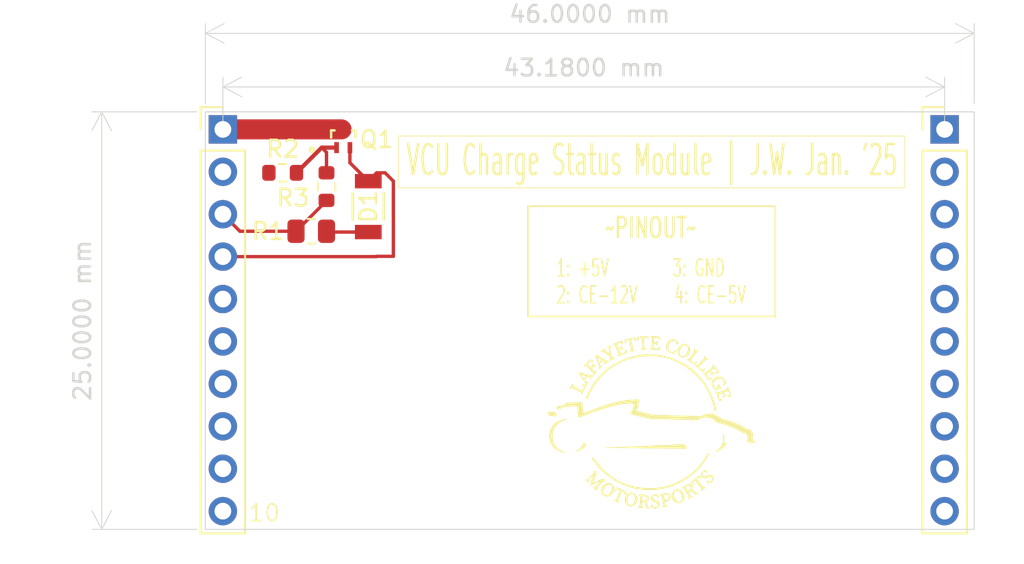
<source format=kicad_pcb>
(kicad_pcb (version 20240108) (generator "pcbnew") (generator_version "8.0")
  (layers (0 "F.Cu" signal) (31 "B.Cu" signal) (34 "B.Paste" user) (35 "F.Paste" user) (36 "B.SilkS" user "B.Silkscreen") (37 "F.SilkS" user "F.Silkscreen") (38 "B.Mask" user) (39 "F.Mask" user) (44 "Edge.Cuts" user))
  (net 0 "")
  (net 7 "Net-(D1-A)")
  (net 8 "Net-(D1-K)")
  (net 9 "Net-(J1-Pad3)")
  (net 10 "Net-(Q1-D)")
  (net 11 "Net-(J1-Pad2)")
  (net 12 "Net-(Q1-G)")
  (footprint "Connector_PinHeader_2.54mm:PinHeader_1x10_P2.54mm_Vertical" (layer "F.Cu") (at 50.8 25.4)
    (property "Reference" "J1" (hide yes))
    (property "Value" "PH1-10-UA")
  )
  (footprint "Resistor_SMD:R_0603_1608Metric" (layer "F.Cu") (at 54.3775 28)
    (property "Reference" "R2")
    (property "Value" "10k" (hide yes))
  )
  (footprint "PMOS:VESM_TOS" (layer "F.Cu") (at 58 25.9953)
    (property "Reference" "Q1")
    (property "Value" "SSM3J56MFV" (hide yes))
  )
  (footprint "Resistor_SMD:R_0603_1608Metric" (layer "F.Cu") (at 57 28.825 90)
    (property "Reference" "R3")
    (property "Value" "10k" (hide yes))
  )
  (footprint "Connector_PinHeader_2.54mm:PinHeader_1x10_P2.54mm_Vertical" (layer "F.Cu") (at 93.98 25.4)
    (property "Reference" "J1" (hide yes))
    (property "Value" "PH1-10-UA")
  )
  (footprint "LED:LED_AP3216SYD_KNB" (layer "F.Cu") (at 59.5 30.024 90)
    (property "Reference" "D1")
    (property "Value" "LED (Test)" (hide yes))
  )
  (footprint "Resistor_SMD:R_0805_2012Metric" (layer "F.Cu") (at 56.0875 31.5)
    (property "Reference" "R1")
    (property "Value" "150R" (hide yes))
  )
  (gr_poly (pts (xy 78.687818 46.623327) (xy 78.670026 46.625448) (xy 78.652253 46.62882) (xy 78.634534 46.633342) (xy 78.616901 46.638916) (xy 78.599389 46.645442) (xy 78.582032 46.652821) (xy 78.564864 46.660954) (xy 78.521391 46.68336) (xy 78.478482 46.707059) (xy 78.436047 46.732032) (xy 78.393997 46.758256) (xy 78.352241 46.785711) (xy 78.310691 46.814376) (xy 78.269257 46.844229) (xy 78.227849 46.87525) (xy 78.246438 46.87528) (xy 78.263986 46.876302) (xy 78.280535 46.878274) (xy 78.296126 46.881151) (xy 78.3108 46.884892) (xy 78.3246 46.889451) (xy 78.337567 46.894786) (xy 78.349743 46.900854) (xy 78.36117 46.90761) (xy 78.371889 46.915012) (xy 78.381942 46.923017) (xy 78.391371 46.93158) (xy 78.400217 46.940659) (xy 78.408522 46.95021) (xy 78.416328 46.96019) (xy 78.423677 46.970555) (xy 78.43061 46.981262) (xy 78.437169 46.992268) (xy 78.449332 47.015002) (xy 78.460499 47.038411) (xy 78.471004 47.062146) (xy 78.491363 47.109209) (xy 78.501884 47.131844) (xy 78.513077 47.153417) (xy 78.519187 47.163872) (xy 78.525787 47.174246) (xy 78.540185 47.194816) (xy 78.555725 47.21527) (xy 78.571865 47.235751) (xy 78.588059 47.256401) (xy 78.603762 47.277363) (xy 78.618431 47.298781) (xy 78.625207 47.309705) (xy 78.631521 47.320796) (xy 78.637303 47.332072) (xy 78.642486 47.343551) (xy 78.647002 47.355251) (xy 78.650783 47.367189) (xy 78.653761 47.379384) (xy 78.655868 47.391853) (xy 78.657035 47.404614) (xy 78.657195 47.417685) (xy 78.656279 47.431084) (xy 78.65422 47.444828) (xy 78.650949 47.458936) (xy 78.646399 47.473424) (xy 78.640501 47.488313) (xy 78.633187 47.503618) (xy 78.624389 47.519357) (xy 78.614039 47.53555) (xy 78.638032 47.530427) (xy 78.661254 47.52445) (xy 78.683748 47.51763) (xy 78.705558 47.509981) (xy 78.726728 47.501513) (xy 78.747299 47.492239) (xy 78.767315 47.48217) (xy 78.78682 47.47132) (xy 78.805856 47.459698) (xy 78.824467 47.447319) (xy 78.842696 47.434192) (xy 78.860585 47.420331) (xy 78.878178 47.405748) (xy 78.895519 47.390454) (xy 78.912649 47.374461) (xy 78.929613 47.357782) (xy 78.914022 47.358403) (xy 78.899257 47.358206) (xy 78.885284 47.357224) (xy 78.872069 47.355489) (xy 78.85958 47.353034) (xy 78.847782 47.349889) (xy 78.836642 47.346089) (xy 78.826126 47.341664) (xy 78.8162 47.336648) (xy 78.806831 47.331073) (xy 78.797986 47.32497) (xy 78.78963 47.318372) (xy 78.781729 47.311312) (xy 78.774251 47.303822) (xy 78.767162 47.295933) (xy 78.760427 47.287679) (xy 78.754014 47.279091) (xy 78.747888 47.270202) (xy 78.736366 47.251649) (xy 78.72559 47.232279) (xy 78.715291 47.212349) (xy 78.695051 47.171844) (xy 78.684571 47.151786) (xy 78.673492 47.1322) (xy 78.687318 47.118822) (xy 78.694201 47.11275) (xy 78.701067 47.107092) (xy 78.707916 47.101848) (xy 78.714749 47.097022) (xy 78.721569 47.092613) (xy 78.728375 47.088624) (xy 78.73517 47.085056) (xy 78.741955 47.081911) (xy 78.74873 47.07919) (xy 78.755498 47.076895) (xy 78.762259 47.075027) (xy 78.769014 47.073587) (xy 78.775766 47.072578) (xy 78.782514 47.072001) (xy 78.789261 47.071857) (xy 78.796008 47.072148) (xy 78.802755 47.072875) (xy 78.809505 47.07404) (xy 78.816258 47.075644) (xy 78.823015 47.07769) (xy 78.829779 47.080177) (xy 78.836549 47.083109) (xy 78.843328 47.086486) (xy 78.850117 47.09031) (xy 78.856916 47.094583) (xy 78.863728 47.099305) (xy 78.870553 47.104479) (xy 78.877393 47.110106) (xy 78.884248 47.116188) (xy 78.891121 47.122726) (xy 78.9069 47.138471) (xy 78.922514 47.154396) (xy 78.953584 47.186409) (xy 78.96921 47.202309) (xy 78.98501 47.218014) (xy 79.001068 47.23343) (xy 79.01747 47.248463) (xy 79.024365 47.254344) (xy 79.031215 47.259656) (xy 79.038021 47.264412) (xy 79.044781 47.268626) (xy 79.051497 47.272313) (xy 79.058168 47.275486) (xy 79.064794 47.278159) (xy 79.071374 47.280347) (xy 79.07791 47.282063) (xy 79.0844 47.283322) (xy 79.090846 47.284137) (xy 79.097246 47.284523) (xy 79.103601 47.284494) (xy 79.109911 47.284063) (xy 79.116176 47.283245) (xy 79.122395 47.282053) (xy 79.128569 47.280502) (xy 79.134698 47.278606) (xy 79.140781 47.276379) (xy 79.146819 47.273835) (xy 79.158759 47.26785) (xy 79.170516 47.260766) (xy 79.182092 47.252693) (xy 79.193485 47.243744) (xy 79.204696 47.234032) (xy 79.215723 47.223668) (xy 79.218284 47.221081) (xy 79.220662 47.218485) (xy 79.222852 47.215885) (xy 79.224852 47.213284) (xy 79.226657 47.210684) (xy 79.228263 47.20809) (xy 79.229667 47.205503) (xy 79.230865 47.202928) (xy 79.231852 47.200368) (xy 79.232626 47.197826) (xy 79.233181 47.195304) (xy 79.233515 47.192808) (xy 79.233624 47.190338) (xy 79.233503 47.1879) (xy 79.23315 47.185495) (xy 79.232559 47.183128) (xy 79.231728 47.180802) (xy 79.230652 47.178519) (xy 79.229327 47.176282) (xy 79.22775 47.174096) (xy 79.225918 47.171964) (xy 79.223825 47.169888) (xy 79.221468 47.167872) (xy 79.218844 47.165918) (xy 79.215948 47.164031) (xy 79.212777 47.162214) (xy 79.209327 47.160469) (xy 79.205594 47.1588) (xy 79.201574 47.157211) (xy 79.197264 47.155703) (xy 79.192659 47.154282) (xy 79.187756 47.152949) (xy 79.174815 47.151824) (xy 79.162415 47.149899) (xy 79.150524 47.147226) (xy 79.139109 47.143859) (xy 79.12814 47.13985) (xy 79.117582 47.135254) (xy 79.107405 47.130122) (xy 79.097576 47.124508) (xy 79.088063 47.118466) (xy 79.078833 47.112048) (xy 79.061097 47.098297) (xy 79.04411 47.083681) (xy 79.027614 47.068625) (xy 78.995068 47.038889) (xy 78.978504 47.025061) (xy 78.970036 47.018592) (xy 78.961401 47.012491) (xy 78.952568 47.006811) (xy 78.943504 47.001605) (xy 78.934177 46.996926) (xy 78.924554 46.992828) (xy 78.914605 46.989363) (xy 78.904295 46.986585) (xy 78.893594 46.984546) (xy 78.882469 46.983301) (xy 78.881621 46.979837) (xy 78.880765 46.976601) (xy 78.879079 46.970771) (xy 78.87617 46.961402) (xy 78.875151 46.957706) (xy 78.874795 46.956072) (xy 78.874558 46.954565) (xy 78.874453 46.953178) (xy 78.874492 46.9519) (xy 78.874689 46.950721) (xy 78.875056 46.949632) (xy 78.882665 46.931403) (xy 78.889511 46.913242) (xy 78.895484 46.895169) (xy 78.900473 46.877203) (xy 78.900762 46.875879) (xy 78.776191 46.875879) (xy 78.776085 46.88316) (xy 78.775637 46.890245) (xy 78.774856 46.897138) (xy 78.77375 46.903841) (xy 78.772329 46.910358) (xy 78.770601 46.916693) (xy 78.768576 46.922849) (xy 78.766264 46.928829) (xy 78.763672 46.934637) (xy 78.76081 46.940276) (xy 78.757688 46.945749) (xy 78.754314 46.95106) (xy 78.750697 46.956211) (xy 78.746847 46.961208) (xy 78.742773 46.966052) (xy 78.733987 46.975298) (xy 78.724413 46.983975) (xy 78.714123 46.992111) (xy 78.70319 46.999733) (xy 78.691687 47.006868) (xy 78.679687 47.013542) (xy 78.667262 47.019782) (xy 78.660527 47.022776) (xy 78.654153 47.025156) (xy 78.648125 47.026948) (xy 78.642429 47.028179) (xy 78.63705 47.028876) (xy 78.631975 47.029064) (xy 78.627188 47.028772) (xy 78.622675 47.028024) (xy 78.618422 47.026848) (xy 78.614414 47.02527) (xy 78.610638 47.023317) (xy 78.607078 47.021015) (xy 78.60372 47.01839) (xy 78.60055 47.01547) (xy 78.597554 47.012281) (xy 78.594716 47.008849) (xy 78.592023 47.0052) (xy 78.589461 47.001362) (xy 78.584669 46.993223) (xy 78.580225 46.984644) (xy 78.576014 46.975837) (xy 78.567831 46.958386) (xy 78.563628 46.950167) (xy 78.559197 46.942568) (xy 78.539697 46.912949) (xy 78.534822 46.905337) (xy 78.530062 46.897558) (xy 78.525472 46.889571) (xy 78.521111 46.881333) (xy 78.517035 46.872802) (xy 78.5133 46.863936) (xy 78.509964 46.854694) (xy 78.507085 46.845033) (xy 78.505834 46.840032) (xy 78.504718 46.834911) (xy 78.503744 46.829665) (xy 78.502921 46.824287) (xy 78.502253 46.818773) (xy 78.50175 46.813118) (xy 78.501417 46.807316) (xy 78.501263 46.801363) (xy 78.508866 46.79371) (xy 78.516661 46.786425) (xy 78.524651 46.779528) (xy 78.53284 46.773041) (xy 78.541232 46.766986) (xy 78.54983 46.761383) (xy 78.558638 46.756253) (xy 78.56766 46.751619) (xy 78.576899 46.747501) (xy 78.58636 46.74392) (xy 78.596045 46.740898) (xy 78.605959 46.738457) (xy 78.616105 46.736616) (xy 78.626487 46.735399) (xy 78.637109 46.734825) (xy 78.647974 46.734917) (xy 78.654824 46.735308) (xy 78.661485 46.735933) (xy 78.667958 46.736791) (xy 78.674243 46.737879) (xy 78.68034 46.739195) (xy 78.686249 46.740737) (xy 78.691969 46.742502) (xy 78.697502 46.744489) (xy 78.702848 46.746695) (xy 78.708006 46.749118) (xy 78.712977 46.751756) (xy 78.717761 46.754606) (xy 78.722357 46.757667) (xy 78.726767 46.760935) (xy 78.730991 46.76441) (xy 78.735027 46.768088) (xy 78.738877 46.771968) (xy 78.742541 46.776046) (xy 78.746019 46.780322) (xy 78.749311 46.784793) (xy 78.752417 46.789456) (xy 78.755338 46.794309) (xy 78.758072 46.799351) (xy 78.760622 46.804579) (xy 78.762986 46.80999) (xy 78.765165 46.815583) (xy 78.768968 46.827304) (xy 78.772033 46.839725) (xy 78.77436 46.852828) (xy 78.775337 46.860716) (xy 78.775944 46.868399) (xy 78.776191 46.875879) (xy 78.900762 46.875879) (xy 78.904367 46.859363) (xy 78.907055 46.841668) (xy 78.908426 46.824136) (xy 78.908371 46.806788) (xy 78.907773 46.798188) (xy 78.906777 46.789641) (xy 78.905368 46.781149) (xy 78.903533 46.772714) (xy 78.901259 46.764339) (xy 78.89853 46.756027) (xy 78.895334 46.747779) (xy 78.891656 46.739599) (xy 78.887483 46.731488) (xy 78.882801 46.723448) (xy 78.877595 46.715483) (xy 78.871852 46.707594) (xy 78.865559 46.699784) (xy 78.858701 46.692055) (xy 78.851264 46.68441) (xy 78.843235 46.676851) (xy 78.835051 46.66978) (xy 78.826791 46.663258) (xy 78.818461 46.657272) (xy 78.810063 46.651808) (xy 78.801602 46.646856) (xy 78.793082 46.642402) (xy 78.784509 46.638435) (xy 78.775885 46.634941) (xy 78.767215 46.631908) (xy 78.758504 46.629324) (xy 78.749755 46.627177) (xy 78.740972 46.625454) (xy 78.732161 46.624143) (xy 78.723325 46.623231) (xy 78.714469 46.622705) (xy 78.705596 46.622555)) (fill solid) (layer "F.SilkS"))
  (gr_poly (pts (xy 72.394996 44.175481) (xy 72.389964 44.17615) (xy 72.38499 44.177352) (xy 72.380079 44.179124) (xy 72.375234 44.181504) (xy 72.370457 44.184526) (xy 72.365753 44.188229) (xy 72.361125 44.19265) (xy 72.356576 44.197824) (xy 72.35211 44.203789) (xy 72.34773 44.210582) (xy 72.343439 44.21824) (xy 72.339241 44.226798) (xy 72.33514 44.236295) (xy 72.328166 44.252795) (xy 72.320754 44.269051) (xy 72.312909 44.28508) (xy 72.304638 44.300897) (xy 72.295949 44.316518) (xy 72.286847 44.331959) (xy 72.277339 44.347235) (xy 72.267431 44.362364) (xy 72.257131 44.37736) (xy 72.246444 44.392239) (xy 72.235378 44.407018) (xy 72.223938 44.421712) (xy 72.199966 44.450909) (xy 72.17458 44.479959) (xy 72.158796 44.496505) (xy 72.142527 44.512139) (xy 72.125772 44.526955) (xy 72.108532 44.541046) (xy 72.090806 44.554507) (xy 72.072595 44.567433) (xy 72.053899 44.579916) (xy 72.034718 44.592052) (xy 72.015052 44.603934) (xy 71.994901 44.615656) (xy 71.953147 44.639) (xy 71.863829 44.687917) (xy 71.889135 44.689979) (xy 71.913401 44.690633) (xy 71.936695 44.689988) (xy 71.959084 44.688153) (xy 71.980637 44.685234) (xy 72.001419 44.681342) (xy 72.021498 44.676583) (xy 72.040942 44.671066) (xy 72.059817 44.664899) (xy 72.078192 44.658191) (xy 72.113707 44.643581) (xy 72.181686 44.612619) (xy 72.206682 44.600917) (xy 72.231288 44.588636) (xy 72.255486 44.575757) (xy 72.279255 44.562262) (xy 72.302575 44.548129) (xy 72.325426 44.533341) (xy 72.347788 44.517876) (xy 72.369641 44.501717) (xy 72.390965 44.484843) (xy 72.41174 44.467234) (xy 72.431945 44.448872) (xy 72.451561 44.429736) (xy 72.470567 44.409808) (xy 72.488944 44.389068) (xy 72.506671 44.367496) (xy 72.523729 44.345073) (xy 72.531086 44.334571) (xy 72.537504 44.324416) (xy 72.542925 44.314601) (xy 72.545245 44.309819) (xy 72.547295 44.30512) (xy 72.549067 44.300503) (xy 72.550556 44.295966) (xy 72.551753 44.291511) (xy 72.552653 44.287134) (xy 72.553247 44.282837) (xy 72.553529 44.278617) (xy 72.553491 44.274475) (xy 72.553128 44.270409) (xy 72.552431 44.266419) (xy 72.551394 44.262503) (xy 72.550009 44.258662) (xy 72.548271 44.254894) (xy 72.546171 44.251199) (xy 72.543702 44.247575) (xy 72.540859 44.244022) (xy 72.537632 44.240539) (xy 72.534017 44.237126) (xy 72.530005 44.233781) (xy 72.525589 44.230504) (xy 72.520763 44.227294) (xy 72.51552 44.22415) (xy 72.509852 44.221072) (xy 72.503753 44.218059) (xy 72.497214 44.215109) (xy 72.486212 44.210009) (xy 72.475198 44.204391) (xy 72.453246 44.192781) (xy 72.442363 44.187377) (xy 72.431577 44.182633) (xy 72.42623 44.180601) (xy 72.420917 44.178844) (xy 72.415643 44.177399) (xy 72.41041 44.176304) (xy 72.405222 44.175594) (xy 72.400083 44.175308)) (fill solid) (layer "F.SilkS"))
  (gr_poly (pts (xy 75.226375 47.13744) (xy 75.207724 47.13933) (xy 75.189339 47.142067) (xy 75.171236 47.145635) (xy 75.153432 47.150015) (xy 75.135946 47.15519) (xy 75.118794 47.161142) (xy 75.101993 47.167853) (xy 75.08556 47.175304) (xy 75.069514 47.18348) (xy 75.05387 47.192361) (xy 75.038647 47.201929) (xy 75.023861 47.212168) (xy 75.00953 47.223059) (xy 74.99567 47.234584) (xy 74.9823 47.246726) (xy 74.969436 47.259467) (xy 74.957096 47.272788) (xy 74.945296 47.286673) (xy 74.934054 47.301103) (xy 74.923387 47.316061) (xy 74.913313 47.331529) (xy 74.903848 47.347489) (xy 74.89501 47.363922) (xy 74.886816 47.380812) (xy 74.879283 47.398141) (xy 74.872429 47.415891) (xy 74.866271 47.434043) (xy 74.860825 47.452581) (xy 74.856109 47.471486) (xy 74.852141 47.490741) (xy 74.848937 47.510327) (xy 74.846515 47.530227) (xy 74.84384 47.570797) (xy 74.844056 47.610291) (xy 74.847079 47.648565) (xy 74.852825 47.685477) (xy 74.861211 47.720884) (xy 74.872153 47.754642) (xy 74.885568 47.78661) (xy 74.901372 47.816644) (xy 74.919481 47.844601) (xy 74.939812 47.870339) (xy 74.950785 47.882331) (xy 74.962282 47.893714) (xy 74.974293 47.904471) (xy 74.986807 47.914584) (xy 74.999814 47.924034) (xy 75.013303 47.932805) (xy 75.027264 47.940878) (xy 75.041686 47.948236) (xy 75.05656 47.95486) (xy 75.071874 47.960732) (xy 75.087619 47.965835) (xy 75.103783 47.970152) (xy 75.123173 47.974379) (xy 75.142315 47.977727) (xy 75.161203 47.980197) (xy 75.179833 47.98179) (xy 75.198198 47.982508) (xy 75.216293 47.982353) (xy 75.234113 47.981328) (xy 75.251652 47.979433) (xy 75.268904 47.976671) (xy 75.285864 47.973042) (xy 75.302527 47.96855) (xy 75.318887 47.963196) (xy 75.334938 47.956982) (xy 75.350675 47.949909) (xy 75.366093 47.941979) (xy 75.381185 47.933194) (xy 75.395947 47.923556) (xy 75.410373 47.913067) (xy 75.424457 47.901728) (xy 75.438194 47.889541) (xy 75.451579 47.876508) (xy 75.464605 47.862631) (xy 75.477268 47.847912) (xy 75.489561 47.832352) (xy 75.50148 47.815953) (xy 75.513018 47.798717) (xy 75.524171 47.780645) (xy 75.534933 47.761741) (xy 75.55526 47.721438) (xy 75.573956 47.677823) (xy 75.578856 47.661709) (xy 75.583255 47.64577) (xy 75.587151 47.629993) (xy 75.590537 47.614366) (xy 75.59341 47.598877) (xy 75.595764 47.583514) (xy 75.597594 47.568265) (xy 75.598897 47.553117) (xy 75.599666 47.538059) (xy 75.599898 47.523078) (xy 75.599587 47.508163) (xy 75.598729 47.493302) (xy 75.598383 47.489669) (xy 75.446444 47.489669) (xy 75.445884 47.521179) (xy 75.44325 47.552325) (xy 75.438571 47.583114) (xy 75.431875 47.613553) (xy 75.423189 47.643646) (xy 75.412543 47.673402) (xy 75.399964 47.702825) (xy 75.385481 47.731923) (xy 75.369122 47.760701) (xy 75.350915 47.789167) (xy 75.330889 47.817326) (xy 75.326274 47.823298) (xy 75.321559 47.829002) (xy 75.316743 47.834439) (xy 75.31183 47.839612) (xy 75.30682 47.844522) (xy 75.301716 47.849172) (xy 75.296519 47.853563) (xy 75.291231 47.857698) (xy 75.285854 47.861578) (xy 75.280389 47.865205) (xy 75.274839 47.868581) (xy 75.269205 47.871709) (xy 75.26349 47.874589) (xy 75.257693 47.877225) (xy 75.251818 47.879618) (xy 75.245867 47.88177) (xy 75.23984 47.883683) (xy 75.23374 47.885359) (xy 75.227569 47.8868) (xy 75.221328 47.888008) (xy 75.215019 47.888984) (xy 75.208644 47.889731) (xy 75.195702 47.890546) (xy 75.182517 47.890467) (xy 75.169102 47.889511) (xy 75.155473 47.887692) (xy 75.141642 47.885027) (xy 75.127661 47.881431) (xy 75.12092 47.879316) (xy 75.114349 47.876993) (xy 75.107948 47.874464) (xy 75.101719 47.871732) (xy 75.095663 47.868799) (xy 75.089783 47.865669) (xy 75.084079 47.862342) (xy 75.078553 47.858823) (xy 75.073206 47.855114) (xy 75.068041 47.851216) (xy 75.063059 47.847134) (xy 75.058261 47.842868) (xy 75.053648 47.838422) (xy 75.049223 47.833797) (xy 75.044987 47.828998) (xy 75.040941 47.824026) (xy 75.037087 47.818883) (xy 75.033426 47.813573) (xy 75.029961 47.808098) (xy 75.026692 47.802459) (xy 75.023621 47.796661) (xy 75.02075 47.790704) (xy 75.015612 47.778329) (xy 75.011291 47.765353) (xy 75.007799 47.751796) (xy 75.005148 47.737679) (xy 75.00162 47.712145) (xy 74.998975 47.68672) (xy 74.997248 47.661417) (xy 74.996474 47.636248) (xy 74.996688 47.611226) (xy 74.997926 47.586364) (xy 75.000224 47.561673) (xy 75.003616 47.537166) (xy 75.008137 47.512856) (xy 75.013823 47.488754) (xy 75.020709 47.464875) (xy 75.028831 47.441229) (xy 75.038223 47.417829) (xy 75.048922 47.394688) (xy 75.060961 47.371818) (xy 75.074377 47.349231) (xy 75.082696 47.336543) (xy 75.091225 47.324594) (xy 75.099958 47.313386) (xy 75.10889 47.302924) (xy 75.118015 47.29321) (xy 75.127327 47.284248) (xy 75.136821 47.276041) (xy 75.146492 47.268594) (xy 75.156334 47.261909) (xy 75.166341 47.255989) (xy 75.176507 47.250839) (xy 75.186829 47.246461) (xy 75.197299 47.24286) (xy 75.207912 47.240038) (xy 75.218663 47.237999) (xy 75.229546 47.236746) (xy 75.240556 47.236283) (xy 75.251688 47.236613) (xy 75.262934 47.23774) (xy 75.274291 47.239667) (xy 75.285753 47.242397) (xy 75.297313 47.245935) (xy 75.308967 47.250282) (xy 75.320709 47.255444) (xy 75.332533 47.261423) (xy 75.344434 47.268222) (xy 75.356407 47.275846) (xy 75.368445 47.284297) (xy 75.380544 47.293579) (xy 75.392698 47.303695) (xy 75.404901 47.314649) (xy 75.417147 47.326445) (xy 75.42738 47.359867) (xy 75.435398 47.392895) (xy 75.441229 47.425533) (xy 75.444901 47.457789) (xy 75.446444 47.489669) (xy 75.598383 47.489669) (xy 75.597318 47.478481) (xy 75.595351 47.463691) (xy 75.592822 47.448917) (xy 75.589727 47.434149) (xy 75.585483 47.417229) (xy 75.580582 47.400646) (xy 75.575045 47.384417) (xy 75.568891 47.368557) (xy 75.56214 47.353081) (xy 75.554811 47.338004) (xy 75.546925 47.323344) (xy 75.538502 47.309114) (xy 75.52956 47.295331) (xy 75.52012 47.28201) (xy 75.510201 47.269167) (xy 75.499824 47.256817) (xy 75.489007 47.244977) (xy 75.477772 47.23366) (xy 75.466137 47.222884) (xy 75.454122 47.212664) (xy 75.441748 47.203015) (xy 75.429033 47.193953) (xy 75.415998 47.185494) (xy 75.402662 47.177653) (xy 75.389045 47.170445) (xy 75.375167 47.163886) (xy 75.361048 47.157993) (xy 75.346707 47.15278) (xy 75.332165 47.148262) (xy 75.31744 47.144457) (xy 75.302553 47.141379) (xy 75.287523 47.139043) (xy 75.272371 47.137466) (xy 75.257116 47.136662) (xy 75.241777 47.136649)) (fill solid) (layer "F.SilkS"))
  (gr_poly (pts (xy 75.424555 37.846884) (xy 75.417773 37.847544) (xy 75.410531 37.848734) (xy 75.343694 37.86228) (xy 75.277017 37.876646) (xy 75.144024 37.907225) (xy 74.878689 37.971494) (xy 74.872627 37.973128) (xy 74.866751 37.975078) (xy 74.861098 37.97735) (xy 74.855708 37.97995) (xy 74.85062 37.982886) (xy 74.848201 37.984481) (xy 74.845872 37.986162) (xy 74.843638 37.987931) (xy 74.841504 37.989787) (xy 74.839475 37.991732) (xy 74.837555 37.993766) (xy 74.835749 37.995891) (xy 74.834063 37.998106) (xy 74.832501 38.000414) (xy 74.831068 38.002814) (xy 74.829769 38.005307) (xy 74.828608 38.007895) (xy 74.827592 38.010578) (xy 74.826724 38.013357) (xy 74.826009 38.016232) (xy 74.825452 38.019205) (xy 74.825059 38.022277) (xy 74.824834 38.025447) (xy 74.824781 38.028718) (xy 74.824907 38.032089) (xy 74.825215 38.035562) (xy 74.82571 38.039137) (xy 74.827195 38.049316) (xy 74.828427 38.059658) (xy 74.830498 38.080637) (xy 74.832666 38.101687) (xy 74.834018 38.112116) (xy 74.835672 38.122418) (xy 74.837721 38.132543) (xy 74.840256 38.142443) (xy 74.843372 38.152069) (xy 74.847161 38.161373) (xy 74.851714 38.170306) (xy 74.854307 38.174619) (xy 74.857125 38.17882) (xy 74.860182 38.182905) (xy 74.863487 38.186867) (xy 74.867053 38.190699) (xy 74.870892 38.194397) (xy 74.873609 38.196688) (xy 74.876392 38.198678) (xy 74.879229 38.200375) (xy 74.882111 38.201786) (xy 74.885027 38.20292) (xy 74.887966 38.203786) (xy 74.890919 38.204391) (xy 74.893874 38.204744) (xy 74.896822 38.204854) (xy 74.899753 38.204728) (xy 74.902655 38.204374) (xy 74.905519 38.203802) (xy 74.908334 38.203019) (xy 74.91109 38.202033) (xy 74.913776 38.200853) (xy 74.916382 38.199487) (xy 74.918899 38.197944) (xy 74.921314 38.196231) (xy 74.923619 38.194357) (xy 74.925802 38.19233) (xy 74.927854 38.190158) (xy 74.929763 38.18785) (xy 74.931521 38.185415) (xy 74.933115 38.182859) (xy 74.934537 38.180192) (xy 74.935775 38.177421) (xy 74.936819 38.174556) (xy 74.937659 38.171603) (xy 74.938285 38.168573) (xy 74.938686 38.165472) (xy 74.938851 38.162309) (xy 74.938771 38.159093) (xy 74.938041 38.144725) (xy 74.937772 38.13084) (xy 74.938064 38.117506) (xy 74.939016 38.104792) (xy 74.940729 38.092767) (xy 74.943301 38.0815) (xy 74.94494 38.076171) (xy 74.946832 38.071058) (xy 74.948988 38.066169) (xy 74.951422 38.061512) (xy 74.954145 38.057096) (xy 74.95717 38.05293) (xy 74.96051 38.049022) (xy 74.964177 38.04538) (xy 74.968183 38.042014) (xy 74.972541 38.038931) (xy 74.977263 38.036141) (xy 74.982362 38.033652) (xy 74.98785 38.031473) (xy 74.99374 38.029612) (xy 75.000044 38.028077) (xy 75.006775 38.026879) (xy 75.013944 38.026024) (xy 75.021565 38.025522) (xy 75.02965 38.025381) (xy 75.038211 38.025609) (xy 75.046629 38.026272) (xy 75.054354 38.027416) (xy 75.061419 38.029017) (xy 75.067858 38.031052) (xy 75.073704 38.033498) (xy 75.07899 38.036333) (xy 75.083751 38.039532) (xy 75.088019 38.043072) (xy 75.091828 38.046932) (xy 75.095211 38.051087) (xy 75.098202 38.055514) (xy 75.100834 38.060191) (xy 75.10314 38.065093) (xy 75.105154 38.070199) (xy 75.10691 38.075485) (xy 75.10844 38.080927) (xy 75.110958 38.09219) (xy 75.112976 38.103802) (xy 75.116581 38.127335) (xy 75.118701 38.138887) (xy 75.119958 38.144528) (xy 75.121391 38.150048) (xy 75.123033 38.155424) (xy 75.124917 38.160634) (xy 75.127077 38.165653) (xy 75.129546 38.170459) (xy 75.130178 38.171705) (xy 75.130718 38.173019) (xy 75.131178 38.174409) (xy 75.131571 38.175883) (xy 75.13191 38.177451) (xy 75.132207 38.17912) (xy 75.132476 38.1809) (xy 75.132729 38.182799) (xy 75.13384 38.191751) (xy 75.134205 38.194372) (xy 75.134632 38.197163) (xy 75.135132 38.200132) (xy 75.135718 38.203288) (xy 75.16703 38.33266) (xy 75.196256 38.455006) (xy 75.207129 38.502606) (xy 75.211178 38.522261) (xy 75.214196 38.539632) (xy 75.216103 38.555081) (xy 75.216614 38.562196) (xy 75.216818 38.568966) (xy 75.216705 38.575436) (xy 75.216264 38.58165) (xy 75.215485 38.587653) (xy 75.214359 38.59349) (xy 75.212875 38.599207) (xy 75.211023 38.604849) (xy 75.208795 38.61046) (xy 75.206178 38.616085) (xy 75.203165 38.62177) (xy 75.199744 38.62756) (xy 75.19164 38.639634) (xy 75.181786 38.652666) (xy 75.170104 38.667016) (xy 75.140934 38.701116) (xy 75.147786 38.704552) (xy 75.155237 38.707571) (xy 75.163257 38.710177) (xy 75.171815 38.712374) (xy 75.190423 38.71556) (xy 75.210819 38.717164) (xy 75.232757 38.717224) (xy 75.255996 38.715776) (xy 75.28029 38.712854) (xy 75.305397 38.708495) (xy 75.331072 38.702736) (xy 75.357072 38.695612) (xy 75.383153 38.687159) (xy 75.409072 38.677413) (xy 75.434584 38.666411) (xy 75.459447 38.654187) (xy 75.483416 38.640779) (xy 75.506247 38.626223) (xy 75.486566 38.622875) (xy 75.468451 38.618653) (xy 75.451831 38.613597) (xy 75.436635 38.607746) (xy 75.422792 38.601141) (xy 75.410232 38.59382) (xy 75.398883 38.585824) (xy 75.388674 38.577192) (xy 75.379534 38.567964) (xy 75.371392 38.55818) (xy 75.364178 38.54788) (xy 75.35782 38.537103) (xy 75.352247 38.525889) (xy 75.347389 38.514278) (xy 75.343173 38.50231) (xy 75.339531 38.490025) (xy 75.336389 38.477461) (xy 75.333678 38.464659) (xy 75.329262 38.438501) (xy 75.322472 38.385075) (xy 75.318961 38.358445) (xy 75.314616 38.332293) (xy 75.311953 38.319496) (xy 75.308869 38.306938) (xy 75.305292 38.294659) (xy 75.301152 38.282699) (xy 75.296388 38.26955) (xy 75.291944 38.256279) (xy 75.2839 38.229414) (xy 75.276786 38.202196) (xy 75.270369 38.174718) (xy 75.246996 38.064083) (xy 75.245398 38.056415) (xy 75.244097 38.048845) (xy 75.243149 38.041399) (xy 75.24261 38.034099) (xy 75.242538 38.026972) (xy 75.242987 38.020042) (xy 75.243425 38.016658) (xy 75.244014 38.013333) (xy 75.244763 38.010069) (xy 75.245677 38.00687) (xy 75.246763 38.003739) (xy 75.24803 38.000678) (xy 75.249483 37.997691) (xy 75.25113 37.994781) (xy 75.252977 37.991952) (xy 75.255033 37.989205) (xy 75.257303 37.986544) (xy 75.259796 37.983973) (xy 75.262517 37.981494) (xy 75.265474 37.97911) (xy 75.268675 37.976825) (xy 75.272125 37.974642) (xy 75.275833 37.972563) (xy 75.279804 37.970592) (xy 75.284047 37.968732) (xy 75.288568 37.966985) (xy 75.304758 37.961376) (xy 75.312684 37.958949) (xy 75.320482 37.956891) (xy 75.328144 37.95529) (xy 75.335657 37.954233) (xy 75.343013 37.953809) (xy 75.346628 37.953861) (xy 75.3502 37.954105) (xy 75.353727 37.95455) (xy 75.357208 37.955209) (xy 75.360642 37.956091) (xy 75.364027 37.957208) (xy 75.367362 37.958572) (xy 75.370646 37.960192) (xy 75.373878 37.96208) (xy 75.377055 37.964247) (xy 75.380178 37.966704) (xy 75.383244 37.969462) (xy 75.386252 37.972531) (xy 75.389201 37.975923) (xy 75.39209 37.979649) (xy 75.394917 37.98372) (xy 75.397681 37.988147) (xy 75.400381 37.99294) (xy 75.415057 38.022247) (xy 75.419003 38.029542) (xy 75.423195 38.036529) (xy 75.427703 38.04306) (xy 75.430096 38.046109) (xy 75.432594 38.048988) (xy 75.435204 38.05168) (xy 75.437936 38.054166) (xy 75.440797 38.056427) (xy 75.443797 38.058445) (xy 75.446943 38.060201) (xy 75.450245 38.061678) (xy 75.453711 38.062856) (xy 75.457349 38.063718) (xy 75.461167 38.064244) (xy 75.465176 38.064416) (xy 75.469382 38.064216) (xy 75.473794 38.063626) (xy 75.478421 38.062627) (xy 75.483272 38.0612) (xy 75.488355 38.059327) (xy 75.493678 38.056989) (xy 75.497662 38.054941) (xy 75.501236 38.052768) (xy 75.504418 38.050475) (xy 75.507225 38.048071) (xy 75.509673 38.04556) (xy 75.511779 38.042951) (xy 75.51356 38.040248) (xy 75.515034 38.037459) (xy 75.516216 38.03459) (xy 75.517124 38.031647) (xy 75.517776 38.028638) (xy 75.518187 38.025567) (xy 75.518374 38.022443) (xy 75.518355 38.019271) (xy 75.518147 38.016058) (xy 75.517766 38.01281) (xy 75.517229 38.009534) (xy 75.516554 38.006236) (xy 75.514854 37.9996) (xy 75.512802 37.992954) (xy 75.510534 37.986351) (xy 75.505887 37.973476) (xy 75.503779 37.967309) (xy 75.501995 37.96139) (xy 75.499614 37.951781) (xy 75.497452 37.94167) (xy 75.493213 37.920671) (xy 75.490853 37.910144) (xy 75.488142 37.899838) (xy 75.484939 37.889935) (xy 75.481103 37.880615) (xy 75.478902 37.87623) (xy 75.476489 37.872059) (xy 75.473847 37.868124) (xy 75.470958 37.864448) (xy 75.467804 37.861053) (xy 75.464366 37.857962) (xy 75.460628 37.855198) (xy 75.456572 37.852782) (xy 75.45218 37.850738) (xy 75.447434 37.849089) (xy 75.442316 37.847856) (xy 75.436808 37.847063) (xy 75.430894 37.846731)) (fill solid) (layer "F.SilkS"))
  (gr_poly (pts (xy 80.755 43.650711) (xy 80.749682 43.651134) (xy 80.744723 43.651816) (xy 80.740113 43.652749) (xy 80.735843 43.653923) (xy 80.731901 43.65533) (xy 80.728279 43.656962) (xy 80.724964 43.658808) (xy 80.721949 43.660861) (xy 80.719221 43.663113) (xy 80.716771 43.665553) (xy 80.714589 43.668173) (xy 80.712664 43.670965) (xy 80.710986 43.67392) (xy 80.709545 43.677029) (xy 80.708331 43.680283) (xy 80.707334 43.683673) (xy 80.706543 43.687191) (xy 80.705948 43.690828) (xy 80.705538 43.694576) (xy 80.705305 43.698424) (xy 80.705323 43.706391) (xy 80.705921 43.714658) (xy 80.707017 43.723155) (xy 80.708529 43.731812) (xy 80.721104 43.810164) (xy 80.727886 43.885712) (xy 80.728951 43.958494) (xy 80.724376 44.02855) (xy 80.719997 44.062568) (xy 80.714236 44.095918) (xy 80.707102 44.128606) (xy 80.698606 44.160637) (xy 80.688757 44.192014) (xy 80.677563 44.222744) (xy 80.665036 44.252831) (xy 80.651183 44.282279) (xy 80.619541 44.33928) (xy 80.582712 44.393785) (xy 80.540774 44.445834) (xy 80.493801 44.495464) (xy 80.441869 44.542715) (xy 80.385055 44.587624) (xy 80.323433 44.630231) (xy 80.257081 44.670573) (xy 80.25651 44.670916) (xy 80.255953 44.671283) (xy 80.25541 44.671672) (xy 80.254879 44.672084) (xy 80.253852 44.672969) (xy 80.252868 44.673928) (xy 80.251921 44.674952) (xy 80.251006 44.676031) (xy 80.250118 44.677157) (xy 80.249252 44.67832) (xy 80.247564 44.680722) (xy 80.245901 44.683161) (xy 80.244221 44.685565) (xy 80.243361 44.686731) (xy 80.242482 44.68786) (xy 80.250865 44.69085) (xy 80.25934 44.693435) (xy 80.267927 44.695608) (xy 80.276645 44.697363) (xy 80.28551 44.698694) (xy 80.294543 44.699593) (xy 80.303761 44.700054) (xy 80.313182 44.70007) (xy 80.322825 44.699635) (xy 80.332709 44.698742) (xy 80.342852 44.697385) (xy 80.353272 44.695556) (xy 80.363988 44.693249) (xy 80.375018 44.690458) (xy 80.398093 44.683396) (xy 80.422646 44.674315) (xy 80.448823 44.663164) (xy 80.476772 44.649889) (xy 80.506639 44.634437) (xy 80.538572 44.616754) (xy 80.572719 44.596789) (xy 80.609226 44.574487) (xy 80.648241 44.549795) (xy 80.670671 44.531345) (xy 80.692259 44.512436) (xy 80.713071 44.493085) (xy 80.733173 44.473306) (xy 80.752629 44.453115) (xy 80.771505 44.432528) (xy 80.789867 44.411559) (xy 80.80778 44.390225) (xy 80.825309 44.368541) (xy 80.84252 44.346522) (xy 80.876249 44.301541) (xy 80.909489 44.255407) (xy 80.942765 44.208241) (xy 80.925581 44.201941) (xy 80.909804 44.195142) (xy 80.895378 44.187867) (xy 80.882242 44.180138) (xy 80.870339 44.171977) (xy 80.859609 44.163408) (xy 80.849995 44.154451) (xy 80.841438 44.145129) (xy 80.833879 44.135464) (xy 80.82726 44.125479) (xy 80.821521 44.115196) (xy 80.816605 44.104637) (xy 80.812453 44.093824) (xy 80.809006 44.08278) (xy 80.806206 44.071527) (xy 80.803993 44.060086) (xy 80.802311 44.048481) (xy 80.801099 44.036733) (xy 80.799854 44.012899) (xy 80.79979 43.988762) (xy 80.800438 43.9645) (xy 80.801996 43.91631) (xy 80.801969 43.892739) (xy 80.800779 43.869754) (xy 80.799039 43.842199) (xy 80.798145 43.814637) (xy 80.796718 43.759682) (xy 80.795097 43.732384) (xy 80.793822 43.718802) (xy 80.792146 43.705271) (xy 80.790001 43.691798) (xy 80.78732 43.678389) (xy 80.784035 43.66505) (xy 80.780076 43.651786) (xy 80.773217 43.651085) (xy 80.766758 43.650678) (xy 80.760689 43.650556)) (fill solid) (layer "F.SilkS"))
  (gr_poly (pts (xy 79.663865 45.79077) (xy 79.658468 45.791226) (xy 79.638805 45.794189) (xy 79.619982 45.798432) (xy 79.601979 45.803908) (xy 79.584775 45.810568) (xy 79.568351 45.818365) (xy 79.552685 45.827251) (xy 79.537758 45.837178) (xy 79.523548 45.8481) (xy 79.510036 45.859967) (xy 79.497201 45.872733) (xy 79.485023 45.88635) (xy 79.473481 45.900769) (xy 79.462554 45.915944) (xy 79.452223 45.931826) (xy 79.442467 45.948369) (xy 79.433266 45.965523) (xy 79.425267 45.98205) (xy 79.418226 45.998573) (xy 79.412197 46.015079) (xy 79.407234 46.03155) (xy 79.403392 46.047971) (xy 79.400724 46.064328) (xy 79.399284 46.080604) (xy 79.399127 46.096784) (xy 79.400307 46.112852) (xy 79.401416 46.12084) (xy 79.402878 46.128794) (xy 79.404703 46.136712) (xy 79.406895 46.144593) (xy 79.409462 46.152434) (xy 79.412411 46.160234) (xy 79.415748 46.167991) (xy 79.41948 46.175702) (xy 79.423615 46.183366) (xy 79.428158 46.19098) (xy 79.433116 46.198544) (xy 79.438497 46.206055) (xy 79.444307 46.21351) (xy 79.450552 46.220909) (xy 79.46301 46.234328) (xy 79.475903 46.246671) (xy 79.489222 46.257916) (xy 79.502958 46.268042) (xy 79.517103 46.277026) (xy 79.524327 46.281083) (xy 79.531649 46.284846) (xy 79.539069 46.288312) (xy 79.546587 46.291479) (xy 79.5542 46.294344) (xy 79.561908 46.296904) (xy 79.569709 46.299157) (xy 79.577603 46.301099) (xy 79.585589 46.302728) (xy 79.593665 46.304041) (xy 79.601831 46.305035) (xy 79.610085 46.305707) (xy 79.618426 46.306056) (xy 79.626854 46.306077) (xy 79.635366 46.305769) (xy 79.643963 46.305128) (xy 79.652643 46.304151) (xy 79.661405 46.302837) (xy 79.670247 46.301181) (xy 79.67917 46.299182) (xy 79.688171 46.296837) (xy 79.697249 46.294142) (xy 79.719747 46.286684) (xy 79.742059 46.278646) (xy 79.764237 46.270183) (xy 79.786331 46.261449) (xy 79.830464 46.24378) (xy 79.852605 46.235153) (xy 79.874862 46.22687) (xy 79.886649 46.222764) (xy 79.898459 46.219007) (xy 79.910254 46.215699) (xy 79.921997 46.21294) (xy 79.93365 46.210831) (xy 79.945175 46.209473) (xy 79.956535 46.208968) (xy 79.967692 46.209414) (xy 79.973183 46.210026) (xy 79.97861 46.210914) (xy 79.983966 46.21209) (xy 79.989249 46.213568) (xy 79.994453 46.215359) (xy 79.999574 46.217476) (xy 80.004606 46.219933) (xy 80.009545 46.22274) (xy 80.014387 46.225912) (xy 80.019127 46.22946) (xy 80.023759 46.233398) (xy 80.02828 46.237737) (xy 80.032685 46.242491) (xy 80.036969 46.247671) (xy 80.041126 46.253292) (xy 80.045154 46.259364) (xy 80.04869 46.265293) (xy 80.051839 46.271197) (xy 80.05461 46.277076) (xy 80.057013 46.282928) (xy 80.059057 46.288754) (xy 80.060752 46.294552) (xy 80.062108 46.300323) (xy 80.063135 46.306064) (xy 80.063842 46.311776) (xy 80.064238 46.317458) (xy 80.064334 46.323109) (xy 80.064139 46.328729) (xy 80.063663 46.334317) (xy 80.062916 46.339872) (xy 80.061906 46.345393) (xy 80.060645 46.35088) (xy 80.057404 46.36175) (xy 80.05327 46.372475) (xy 80.048321 46.38305) (xy 80.042634 46.39347) (xy 80.036287 46.40373) (xy 80.029357 46.413824) (xy 80.021921 46.423746) (xy 80.014056 46.433492) (xy 80.005867 46.4431) (xy 79.997574 46.4523) (xy 79.989149 46.460964) (xy 79.980565 46.468961) (xy 79.976205 46.472669) (xy 79.971794 46.476162) (xy 79.96733 46.479424) (xy 79.962808 46.482439) (xy 79.958225 46.48519) (xy 79.953579 46.487661) (xy 79.948864 46.489837) (xy 79.944079 46.4917) (xy 79.939218 46.493236) (xy 79.93428 46.494426) (xy 79.929259 46.495257) (xy 79.924154 46.495711) (xy 79.91896 46.495771) (xy 79.913674 46.495423) (xy 79.908292 46.49465) (xy 79.902811 46.493435) (xy 79.897227 46.491763) (xy 79.891537 46.489617) (xy 79.885738 46.486981) (xy 79.879826 46.48384) (xy 79.873797 46.480176) (xy 79.867648 46.475974) (xy 79.861376 46.471217) (xy 79.854976 46.46589) (xy 79.850314 46.462026) (xy 79.845501 46.458434) (xy 79.840551 46.455158) (xy 79.835477 46.452246) (xy 79.830292 46.449742) (xy 79.827662 46.448658) (xy 79.825009 46.447694) (xy 79.822334 46.446855) (xy 79.81964 46.446147) (xy 79.816927 46.445575) (xy 79.814198 46.445146) (xy 79.811454 46.444866) (xy 79.808697 46.44474) (xy 79.805928 46.444773) (xy 79.803149 46.444972) (xy 79.800362 46.445342) (xy 79.797568 46.44589) (xy 79.794769 46.44662) (xy 79.791966 46.447539) (xy 79.789161 46.448652) (xy 79.786356 46.449966) (xy 79.783552 46.451485) (xy 79.780751 46.453216) (xy 79.777954 46.455164) (xy 79.775163 46.457336) (xy 79.772381 46.459736) (xy 79.769607 46.462371) (xy 79.767448 46.464594) (xy 79.765418 46.466833) (xy 79.76352 46.469089) (xy 79.761752 46.47136) (xy 79.760116 46.473644) (xy 79.758611 46.475941) (xy 79.757239 46.478249) (xy 79.755999 46.480568) (xy 79.754892 46.482895) (xy 79.753918 46.485229) (xy 79.753077 46.48757) (xy 79.752371 46.489917) (xy 79.751799 46.492267) (xy 79.751361 46.49462) (xy 79.751059 46.496975) (xy 79.750892 46.49933) (xy 79.75086 46.501684) (xy 79.750965 46.504036) (xy 79.751206 46.506384) (xy 79.751585 46.508729) (xy 79.7521 46.511067) (xy 79.752753 46.513399) (xy 79.753544 46.515722) (xy 79.754473 46.518036) (xy 79.755541 46.52034) (xy 79.756748 46.522631) (xy 79.758094 46.52491) (xy 79.759581 46.527175) (xy 79.761207 46.529424) (xy 79.762974 46.531656) (xy 79.764882 46.533871) (xy 79.766931 46.536066) (xy 79.77382 46.543503) (xy 79.780576 46.551319) (xy 79.79397 46.567482) (xy 79.80075 46.575526) (xy 79.80768 46.583344) (xy 79.814831 46.590785) (xy 79.822274 46.597696) (xy 79.826127 46.600906) (xy 79.83008 46.603927) (xy 79.834141 46.606741) (xy 79.83832 46.609327) (xy 79.842624 46.611668) (xy 79.847064 46.613744) (xy 79.851648 46.615537) (xy 79.856385 46.617027) (xy 79.861283 46.618196) (xy 79.866352 46.619024) (xy 79.871601 46.619494) (xy 79.877038 46.619585) (xy 79.882672 46.61928) (xy 79.888512 46.618558) (xy 79.894567 46.617402) (xy 79.900845 46.615792) (xy 79.916425 46.610788) (xy 79.932162 46.604727) (xy 79.947982 46.597651) (xy 79.963815 46.589601) (xy 79.979585 46.580619) (xy 79.995221 46.570748) (xy 80.010649 46.560027) (xy 80.025797 46.5485) (xy 80.040591 46.536208) (xy 80.054959 46.523192) (xy 80.068827 46.509494) (xy 80.082123 46.495156) (xy 80.094774 46.48022) (xy 80.106707 46.464727) (xy 80.117849 46.448719) (xy 80.128126 46.432238) (xy 80.137467 46.415324) (xy 80.145798 46.398021) (xy 80.153045 46.380369) (xy 80.159137 46.362411) (xy 80.164 46.344187) (xy 80.167562 46.32574) (xy 80.169748 46.307112) (xy 80.170487 46.288343) (xy 80.169706 46.269476) (xy 80.167331 46.250552) (xy 80.163289 46.231614) (xy 80.157509 46.212702) (xy 80.149915 46.193858) (xy 80.140437 46.175125) (xy 80.129 46.156543) (xy 80.115533 46.138155) (xy 80.106498 46.129374) (xy 80.097425 46.121228) (xy 80.088314 46.113699) (xy 80.079166 46.106774) (xy 80.06998 46.100435) (xy 80.06076 46.094669) (xy 80.051504 46.089458) (xy 80.042214 46.084789) (xy 80.03289 46.080645) (xy 80.023534 46.077012) (xy 80.014147 46.073873) (xy 80.004728 46.071213) (xy 79.995279 46.069017) (xy 79.9858 46.067269) (xy 79.976293 46.065954) (xy 79.966758 46.065056) (xy 79.947608 46.064451) (xy 79.928355 46.065331) (xy 79.909007 46.067571) (xy 79.88957 46.071048) (xy 79.870049 46.075639) (xy 79.850452 46.08122) (xy 79.830784 46.087667) (xy 79.811051 46.094857) (xy 79.794484 46.101408) (xy 79.778047 46.108306) (xy 79.745382 46.122652) (xy 79.712686 46.136903) (xy 79.696211 46.143684) (xy 79.67959 46.15007) (xy 79.668031 46.153989) (xy 79.656622 46.157167) (xy 79.645383 46.159571) (xy 79.634332 46.161169) (xy 79.623487 46.161926) (xy 79.612867 46.161812) (xy 79.602488 46.160791) (xy 79.597396 46.15993) (xy 79.592371 46.158831) (xy 79.587416 46.157489) (xy 79.582533 46.155899) (xy 79.577725 46.154059) (xy 79.572993 46.151963) (xy 79.56834 46.149607) (xy 79.563768 46.146988) (xy 79.55928 46.144101) (xy 79.554877 46.140941) (xy 79.550563 46.137506) (xy 79.546339 46.133791) (xy 79.542208 46.129791) (xy 79.538171 46.125503) (xy 79.534232 46.120923) (xy 79.530393 46.116045) (xy 79.526655 46.110867) (xy 79.523021 46.105384) (xy 79.520127 46.100622) (xy 79.517504 46.095882) (xy 79.515148 46.091164) (xy 79.513053 46.086466) (xy 79.511214 46.08179) (xy 79.509626 46.077135) (xy 79.508285 46.072501) (xy 79.507185 46.067887) (xy 79.506321 46.063293) (xy 79.505688 46.05872) (xy 79.50528 46.054166) (xy 79.505094 46.049633) (xy 79.505124 46.045119) (xy 79.505365 46.040624) (xy 79.505811 46.036149) (xy 79.506459 46.031693) (xy 79.508336 46.022836) (xy 79.510955 46.014054) (xy 79.514276 46.005344) (xy 79.51826 45.996705) (xy 79.522864 45.988136) (xy 79.52805 45.979634) (xy 79.533777 45.971199) (xy 79.540004 45.962829) (xy 79.547571 45.953552) (xy 79.551397 45.949235) (xy 79.555253 45.945137) (xy 79.55914 45.941264) (xy 79.563061 45.937619) (xy 79.567017 45.934207) (xy 79.57101 45.931032) (xy 79.575041 45.928099) (xy 79.579113 45.925412) (xy 79.583226 45.922976) (xy 79.587382 45.920795) (xy 79.591584 45.918873) (xy 79.595832 45.917215) (xy 79.600128 45.915825) (xy 79.604474 45.914708) (xy 79.608872 45.913868) (xy 79.613324 45.91331) (xy 79.61783 45.913037) (xy 79.622393 45.913055) (xy 79.627014 45.913367) (xy 79.631695 45.913979) (xy 79.636438 45.914894) (xy 79.641244 45.916117) (xy 79.646114 45.917652) (xy 79.651052 45.919504) (xy 79.656057 45.921678) (xy 79.661133 45.924176) (xy 79.666279 45.927005) (xy 79.671499 45.930169) (xy 79.676794 45.933671) (xy 79.682165 45.937516) (xy 79.687398 45.941171) (xy 79.692703 45.944409) (xy 79.69807 45.947207) (xy 79.703486 45.949543) (xy 79.706209 45.950531) (xy 79.70894 45.951395) (xy 79.711677 45.952132) (xy 79.714419 45.95274) (xy 79.717166 45.953216) (xy 79.719914 45.953557) (xy 79.722663 45.95376) (xy 79.725411 45.953822) (xy 79.728156 45.953741) (xy 79.730898 45.953514) (xy 79.733635 45.953138) (xy 79.736365 45.95261) (xy 79.739087 45.951928) (xy 79.7418 45.951089) (xy 79.744501 45.950089) (xy 79.74719 45.948927) (xy 79.749864 45.947599) (xy 79.752524 45.946102) (xy 79.755166 45.944435) (xy 79.75779 45.942593) (xy 79.760394 45.940575) (xy 79.762977 45.938377) (xy 79.765537 45.935997) (xy 79.768072 45.933431) (xy 79.770755 45.93044) (xy 79.773213 45.927354) (xy 79.775431 45.924181) (xy 79.777395 45.920932) (xy 79.77909 45.917616) (xy 79.779833 45.915935) (xy 79.780502 45.914242) (xy 79.781097 45.912536) (xy 79.781615 45.91082) (xy 79.782056 45.909093) (xy 79.782416 45.907359) (xy 79.782694 45.905616) (xy 79.782888 45.903868) (xy 79.782997 45.902115) (xy 79.783018 45.900358) (xy 79.78295 45.898598) (xy 79.782791 45.896836) (xy 79.782539 45.895075) (xy 79.782192 45.893314) (xy 79.781749 45.891555) (xy 79.781207 45.8898) (xy 79.780564 45.888049) (xy 79.77982 45.886303) (xy 79.778971 45.884565) (xy 79.778017 45.882834) (xy 79.776954 45.881112) (xy 79.775783 45.879401) (xy 79.753081 45.847173) (xy 79.747123 45.83921) (xy 79.740962 45.831495) (xy 79.734555 45.824135) (xy 79.727857 45.817234) (xy 79.720824 45.810898) (xy 79.717168 45.807975) (xy 79.713411 45.805232) (xy 79.709548 45.802684) (xy 79.705574 45.800343) (xy 79.701482 45.798222) (xy 79.697268 45.796335) (xy 79.692925 45.794694) (xy 79.688449 45.793313) (xy 79.683833 45.792206) (xy 79.679072 45.791384) (xy 79.674161 45.790863) (xy 79.669094 45.790653)) (fill solid) (layer "F.SilkS"))
  (gr_poly (pts (xy 79.295343 46.136617) (xy 79.29084 46.136975) (xy 79.286288 46.13764) (xy 79.281687 46.138614) (xy 79.277034 46.139902) (xy 79.272329 46.141508) (xy 79.26757 46.143436) (xy 79.262756 46.145688) (xy 79.257886 46.148269) (xy 79.25296 46.151183) (xy 79.247974 46.154434) (xy 79.242929 46.158025) (xy 79.237823 46.161959) (xy 79.232655 46.166242) (xy 79.18026 46.209897) (xy 79.126894 46.252529) (xy 79.01894 46.337313) (xy 78.965195 46.38076) (xy 78.912168 46.425774) (xy 78.886055 46.449071) (xy 78.860279 46.473002) (xy 78.834894 46.497649) (xy 78.809951 46.523092) (xy 78.809555 46.527474) (xy 78.809329 46.531747) (xy 78.809269 46.535914) (xy 78.809366 46.539979) (xy 78.809616 46.543946) (xy 78.810012 46.547817) (xy 78.811216 46.555287) (xy 78.812928 46.562414) (xy 78.815099 46.569226) (xy 78.817679 46.575749) (xy 78.820616 46.582009) (xy 78.823862 46.588033) (xy 78.827365 46.593847) (xy 78.831077 46.599478) (xy 78.834946 46.604953) (xy 78.842956 46.615537) (xy 78.850997 46.625813) (xy 78.855489 46.632007) (xy 78.859874 46.63872) (xy 78.868588 46.653015) (xy 78.873048 46.660251) (xy 78.877666 46.667317) (xy 78.882506 46.674041) (xy 78.887636 46.680249) (xy 78.89033 46.683106) (xy 78.893122 46.68577) (xy 78.896018 46.688219) (xy 78.899028 46.690431) (xy 78.902161 46.692385) (xy 78.905423 46.69406) (xy 78.908823 46.695433) (xy 78.912371 46.696484) (xy 78.916073 46.69719) (xy 78.919938 46.697531) (xy 78.923975 46.697484) (xy 78.928191 46.697029) (xy 78.932595 46.696143) (xy 78.937196 46.694805) (xy 78.942001 46.692993) (xy 78.947019 46.690687) (xy 78.951896 46.688066) (xy 78.956293 46.685328) (xy 78.960227 46.682478) (xy 78.963717 46.679522) (xy 78.966778 46.676465) (xy 78.96943 46.673314) (xy 78.971689 46.670073) (xy 78.973572 46.66675) (xy 78.975097 46.66335) (xy 78.976282 46.659879) (xy 78.977144 46.656342) (xy 78.9777 46.652745) (xy 78.977969 46.649094) (xy 78.977966 46.645395) (xy 78.97771 46.641654) (xy 78.977218 46.637877) (xy 78.976508 46.634068) (xy 78.975597 46.630235) (xy 78.974502 46.626383) (xy 78.973241 46.622518) (xy 78.970291 46.614771) (xy 78.966885 46.607041) (xy 78.963164 46.599374) (xy 78.959267 46.591818) (xy 78.951502 46.57722) (xy 78.948909 46.572005) (xy 78.946724 46.56699) (xy 78.944932 46.562166) (xy 78.94352 46.557527) (xy 78.942473 46.553065) (xy 78.941774 46.548773) (xy 78.941411 46.544643) (xy 78.941369 46.540669) (xy 78.941631 46.536843) (xy 78.942185 46.533157) (xy 78.943014 46.529605) (xy 78.944105 46.52618) (xy 78.945443 46.522873) (xy 78.947013 46.519678) (xy 78.9488 46.516587) (xy 78.950789 46.513594) (xy 78.952967 46.510691) (xy 78.955317 46.50787) (xy 78.960479 46.502447) (xy 78.966156 46.497267) (xy 78.972232 46.492272) (xy 78.998163 46.472981) (xy 79.001576 46.470491) (xy 79.00495 46.468237) (xy 79.008285 46.466217) (xy 79.011582 46.464426) (xy 79.01484 46.46286) (xy 79.01806 46.461515) (xy 79.021244 46.460386) (xy 79.02439 46.459469) (xy 79.0275 46.458761) (xy 79.030574 46.458257) (xy 79.033613 46.457952) (xy 79.036617 46.457844) (xy 79.039586 46.457927) (xy 79.042521 46.458197) (xy 79.045422 46.458651) (xy 79.04829 46.459284) (xy 79.051126 46.460092) (xy 79.053928 46.46107) (xy 79.056699 46.462215) (xy 79.059439 46.463523) (xy 79.062147 46.464989) (xy 79.064825 46.466609) (xy 79.067473 46.468379) (xy 79.070091 46.470295) (xy 79.07524 46.474547) (xy 79.080276 46.479332) (xy 79.085202 46.484618) (xy 79.090021 46.49037) (xy 79.244231 46.686409) (xy 79.322162 46.78371) (xy 79.361864 46.831723) (xy 79.402258 46.879135) (xy 79.40729 46.885374) (xy 79.411451 46.891444) (xy 79.414795 46.897358) (xy 79.417373 46.90313) (xy 79.419237 46.908771) (xy 79.420439 46.914294) (xy 79.421031 46.919713) (xy 79.421065 46.925039) (xy 79.420593 46.930286) (xy 79.419666 46.935466) (xy 79.418337 46.940592) (xy 79.416658 46.945677) (xy 79.414679 46.950733) (xy 79.412455 46.955772) (xy 79.407473 46.965855) (xy 79.396835 46.986388) (xy 79.392009 46.997042) (xy 79.389901 47.00251) (xy 79.388066 47.008089) (xy 79.386555 47.013793) (xy 79.385421 47.019632) (xy 79.384715 47.025621) (xy 79.384489 47.031772) (xy 79.384795 47.038097) (xy 79.385686 47.04461) (xy 79.387212 47.051323) (xy 79.389427 47.058249) (xy 79.412617 47.048659) (xy 79.435012 47.038244) (xy 79.456676 47.027037) (xy 79.477676 47.015069) (xy 79.498075 47.002371) (xy 79.517937 46.988976) (xy 79.537327 46.974914) (xy 79.55631 46.960218) (xy 79.57495 46.944919) (xy 79.593313 46.929049) (xy 79.611461 46.91264) (xy 79.629461 46.895722) (xy 79.665271 46.860491) (xy 79.701259 46.823609) (xy 79.673477 46.821334) (xy 79.647149 46.817587) (xy 79.622206 46.812442) (xy 79.598579 46.805971) (xy 79.576199 46.798246) (xy 79.554995 46.78934) (xy 79.5349 46.779326) (xy 79.515844 46.768275) (xy 79.497757 46.756261) (xy 79.48057 46.743355) (xy 79.464214 46.729631) (xy 79.448621 46.715161) (xy 79.433719 46.700017) (xy 79.419441 46.684272) (xy 79.392478 46.651268) (xy 79.367178 46.616729) (xy 79.342986 46.581235) (xy 79.295711 46.509703) (xy 79.271521 46.474824) (xy 79.246224 46.441311) (xy 79.232986 46.425247) (xy 79.219265 46.409742) (xy 79.204989 46.394868) (xy 79.190091 46.380698) (xy 79.187401 46.37811) (xy 79.185019 46.375506) (xy 79.182935 46.372886) (xy 79.18114 46.370254) (xy 79.179625 46.367612) (xy 79.178381 46.364962) (xy 79.177399 46.362307) (xy 79.176668 46.359649) (xy 79.176181 46.356991) (xy 79.175928 46.354335) (xy 79.1759 46.351684) (xy 79.176087 46.349039) (xy 79.176481 46.346404) (xy 79.177072 46.343781) (xy 79.177851 46.341172) (xy 79.178808 46.338579) (xy 79.179936 46.336006) (xy 79.181223 46.333454) (xy 79.182662 46.330926) (xy 79.184243 46.328424) (xy 79.185956 46.325951) (xy 79.187794 46.323509) (xy 79.191802 46.318729) (xy 79.196194 46.314103) (xy 79.200897 46.30965) (xy 79.205837 46.30539) (xy 79.21094 46.301342) (xy 79.2214 46.293204) (xy 79.226624 46.289166) (xy 79.231877 46.285254) (xy 79.237184 46.281547) (xy 79.242569 46.278125) (xy 79.248056 46.275067) (xy 79.250845 46.273699) (xy 79.253669 46.272452) (xy 79.256531 46.271335) (xy 79.259434 46.270359) (xy 79.26238 46.269534) (xy 79.265374 46.268869) (xy 79.268417 46.268374) (xy 79.271513 46.268059) (xy 79.274666 46.267934) (xy 79.277878 46.268009) (xy 79.281151 46.268295) (xy 79.28449 46.2688) (xy 79.287898 46.269534) (xy 79.291376 46.270508) (xy 79.294929 46.271732) (xy 79.29856 46.273215) (xy 79.302271 46.274968) (xy 79.306065 46.277) (xy 79.309794 46.279246) (xy 79.313533 46.281741) (xy 79.321045 46.287337) (xy 79.328603 46.293511) (xy 79.336209 46.299982) (xy 79.343866 46.306474) (xy 79.351577 46.312706) (xy 79.359345 46.3184) (xy 79.363251 46.320959) (xy 79.367171 46.323278) (xy 79.371107 46.325324) (xy 79.375059 46.327061) (xy 79.379027 46.328454) (xy 79.383011 46.32947) (xy 79.387012 46.330072) (xy 79.39103 46.330226) (xy 79.395065 46.329897) (xy 79.399118 46.329051) (xy 79.403188 46.327652) (xy 79.407277 46.325667) (xy 79.411385 46.323058) (xy 79.415511 46.319793) (xy 79.419657 46.315837) (xy 79.423822 46.311153) (xy 79.428007 46.305708) (xy 79.432213 46.299467) (xy 79.434825 46.294969) (xy 79.436917 46.29056) (xy 79.438511 46.286238) (xy 79.439633 46.281999) (xy 79.440303 46.277839) (xy 79.440547 46.273755) (xy 79.440387 46.269743) (xy 79.439846 46.265801) (xy 79.438948 46.261924) (xy 79.437715 46.25811) (xy 79.436172 46.254354) (xy 79.434342 46.250654) (xy 79.432248 46.247006) (xy 79.429912 46.243406) (xy 79.42736 46.239851) (xy 79.424612 46.236338) (xy 79.418629 46.229423) (xy 79.412147 46.222634) (xy 79.398436 46.209322) (xy 79.38497 46.196182) (xy 79.378794 46.189608) (xy 79.373239 46.182995) (xy 79.365601 46.173739) (xy 79.361742 46.169467) (xy 79.357856 46.165437) (xy 79.353939 46.161653) (xy 79.349992 46.158119) (xy 79.346013 46.154839) (xy 79.342001 46.151815) (xy 79.337955 46.149053) (xy 79.333873 46.146556) (xy 79.329755 46.144327) (xy 79.325599 46.14237) (xy 79.321404 46.14069) (xy 79.317168 46.139289) (xy 79.312891 46.138173) (xy 79.308571 46.137343) (xy 79.304207 46.136805) (xy 79.299798 46.136562)) (fill solid) (layer "F.SilkS"))
  (gr_poly (pts (xy 79.583209 38.97024) (xy 79.586819 38.983448) (xy 79.589557 38.996201) (xy 79.59146 39.008516) (xy 79.592563 39.020413) (xy 79.592904 39.03191) (xy 79.592517 39.043024) (xy 79.591439 39.053774) (xy 79.589706 39.064178) (xy 79.587355 39.074254) (xy 79.584421 39.08402) (xy 79.58094 39.093495) (xy 79.57695 39.102696) (xy 79.572485 39.111642) (xy 79.567583 39.120351) (xy 79.562279 39.128841) (xy 79.55061 39.145236) (xy 79.537768 39.160974) (xy 79.524042 39.176199) (xy 79.509721 39.191058) (xy 79.480451 39.220253) (xy 79.466081 39.234881) (xy 79.452273 39.249723) (xy 79.428139 39.275997) (xy 79.403483 39.301849) (xy 79.353699 39.353142) (xy 79.32912 39.379008) (xy 79.305115 39.405305) (xy 79.293414 39.418682) (xy 79.281959 39.432246) (xy 79.270785 39.446024) (xy 79.259925 39.460043) (xy 79.254987 39.466376) (xy 79.250045 39.472314) (xy 79.245093 39.477861) (xy 79.240127 39.483021) (xy 79.235146 39.487799) (xy 79.230143 39.4922) (xy 79.225116 39.496229) (xy 79.220061 39.499888) (xy 79.214974 39.503184) (xy 79.209851 39.506121) (xy 79.204688 39.508703) (xy 79.199481 39.510936) (xy 79.194228 39.512822) (xy 79.188922 39.514368) (xy 79.183562 39.515576) (xy 79.178143 39.516453) (xy 79.172662 39.517003) (xy 79.167114 39.51723) (xy 79.161495 39.517138) (xy 79.155802 39.516733) (xy 79.150032 39.516018) (xy 79.144179 39.514999) (xy 79.138241 39.51368) (xy 79.132214 39.512064) (xy 79.126093 39.510158) (xy 79.119875 39.507966) (xy 79.113557 39.505491) (xy 79.107133 39.502739) (xy 79.093957 39.496421) (xy 79.080316 39.489048) (xy 79.077646 39.489965) (xy 79.075139 39.490931) (xy 79.072774 39.491953) (xy 79.070534 39.493036) (xy 79.068401 39.494183) (xy 79.066356 39.495401) (xy 79.06438 39.496694) (xy 79.062456 39.498069) (xy 79.060565 39.499529) (xy 79.058689 39.50108) (xy 79.056809 39.502727) (xy 79.054906 39.504476) (xy 79.050962 39.508298) (xy 79.04671 39.512587) (xy 79.067924 39.540825) (xy 79.090117 39.568045) (xy 79.11318 39.594362) (xy 79.137002 39.619888) (xy 79.161474 39.644738) (xy 79.186484 39.669026) (xy 79.237684 39.716371) (xy 79.341716 39.809336) (xy 79.392789 39.856779) (xy 79.417705 39.88114) (xy 79.44206 39.906079) (xy 79.444969 39.909012) (xy 79.447903 39.911723) (xy 79.450859 39.914217) (xy 79.453834 39.916494) (xy 79.456828 39.918557) (xy 79.459836 39.920409) (xy 79.462856 39.922052) (xy 79.465887 39.923488) (xy 79.468926 39.924719) (xy 79.47197 39.925748) (xy 79.475016 39.926577) (xy 79.478064 39.927209) (xy 79.481109 39.927646) (xy 79.48415 39.927889) (xy 79.487184 39.927942) (xy 79.490208 39.927807) (xy 79.493221 39.927485) (xy 79.496221 39.926981) (xy 79.499203 39.926294) (xy 79.502167 39.925429) (xy 79.505109 39.924387) (xy 79.508028 39.923171) (xy 79.51092 39.921783) (xy 79.513784 39.920226) (xy 79.516616 39.9185) (xy 79.519416 39.91661) (xy 79.522179 39.914558) (xy 79.524904 39.912344) (xy 79.527589 39.909973) (xy 79.53023 39.907446) (xy 79.532826 39.904766) (xy 79.535374 39.901934) (xy 79.542732 39.894033) (xy 79.550642 39.886469) (xy 79.558958 39.879152) (xy 79.567532 39.871991) (xy 79.584867 39.85777) (xy 79.593334 39.850529) (xy 79.601472 39.843077) (xy 79.609134 39.835326) (xy 79.616172 39.827182) (xy 79.619411 39.822935) (xy 79.62244 39.818556) (xy 79.625239 39.814033) (xy 79.62779 39.809355) (xy 79.630076 39.804511) (xy 79.632077 39.799489) (xy 79.633775 39.794279) (xy 79.635152 39.788867) (xy 79.636189 39.783244) (xy 79.636869 39.777397) (xy 79.637172 39.771315) (xy 79.63708 39.764988) (xy 79.63687 39.762283) (xy 79.636495 39.759693) (xy 79.635959 39.757217) (xy 79.635267 39.754855) (xy 79.634425 39.752605) (xy 79.633436 39.750469) (xy 79.632307 39.748445) (xy 79.631041 39.746533) (xy 79.629643 39.744733) (xy 79.628119 39.743045) (xy 79.626472 39.741467) (xy 79.624708 39.74) (xy 79.622832 39.738643) (xy 79.620848 39.737397) (xy 79.618761 39.73626) (xy 79.616576 39.735232) (xy 79.614297 39.734313) (xy 79.611931 39.733502) (xy 79.60948 39.7328) (xy 79.60695 39.732205) (xy 79.604346 39.731718) (xy 79.601673 39.731338) (xy 79.598936 39.731064) (xy 79.596138 39.730897) (xy 79.593285 39.730836) (xy 79.590383 39.73088) (xy 79.587434 39.731029) (xy 79.584446 39.731284) (xy 79.581421 39.731643) (xy 79.578365 39.732106) (xy 79.575283 39.732673) (xy 79.57218 39.733343) (xy 79.516577 39.745877) (xy 79.493635 39.750379) (xy 79.473381 39.753504) (xy 79.464132 39.754503) (xy 79.4554 39.755102) (xy 79.447134 39.755281) (xy 79.439281 39.755022) (xy 79.43179 39.754306) (xy 79.424609 39.753114) (xy 79.417687 39.751427) (xy 79.410971 39.749227) (xy 79.40441 39.746495) (xy 79.397953 39.743212) (xy 79.391548 39.739359) (xy 79.385142 39.734918) (xy 79.378685 39.729869) (xy 79.372125 39.724194) (xy 79.358487 39.710892) (xy 79.343815 39.694859) (xy 79.327697 39.675946) (xy 79.289464 39.628879) (xy 79.482254 39.424608) (xy 79.578574 39.321181) (xy 79.626242 39.268879) (xy 79.673401 39.216084) (xy 79.67817 39.211091) (xy 79.682967 39.206851) (xy 79.68779 39.203315) (xy 79.69264 39.200434) (xy 79.697517 39.198159) (xy 79.702421 39.196442) (xy 79.707351 39.195233) (xy 79.712308 39.194484) (xy 79.717291 39.194146) (xy 79.7223 39.19417) (xy 79.727335 39.194508) (xy 79.732397 39.195109) (xy 79.742599 39.19691) (xy 79.752904 39.199181) (xy 79.763312 39.201532) (xy 79.773823 39.203573) (xy 79.779116 39.204354) (xy 79.784435 39.204911) (xy 79.789779 39.205195) (xy 79.795148 39.205157) (xy 79.800542 39.204749) (xy 79.805962 39.20392) (xy 79.811406 39.202623) (xy 79.816875 39.200808) (xy 79.822369 39.198427) (xy 79.827887 39.195431) (xy 79.833431 39.19177) (xy 79.838998 39.187397) (xy 79.827179 39.168438) (xy 79.814645 39.15033) (xy 79.801422 39.13302) (xy 79.787535 39.116455) (xy 79.773012 39.100582) (xy 79.757877 39.085349) (xy 79.742158 39.070702) (xy 79.725881 39.05659) (xy 79.709071 39.042958) (xy 79.691755 39.029754) (xy 79.673958 39.016926) (xy 79.655708 39.004419) (xy 79.63703 38.992182) (xy 79.617951 38.980162) (xy 79.578691 38.95656)) (fill solid) (layer "F.SilkS"))
  (gr_poly (pts (xy 73.99226 38.336147) (xy 73.983909 38.336688) (xy 73.975569 38.3376) (xy 73.967243 38.33888) (xy 73.958934 38.340525) (xy 73.942382 38.344897) (xy 73.925938 38.35069) (xy 73.90963 38.357881) (xy 73.893482 38.366445) (xy 73.877522 38.376356) (xy 73.861777 38.387591) (xy 73.846271 38.400125) (xy 73.831032 38.413932) (xy 73.816086 38.428989) (xy 73.801459 38.445271) (xy 73.787177 38.462753) (xy 73.808343 38.477048) (xy 73.818122 38.484152) (xy 73.827374 38.491254) (xy 73.836108 38.498374) (xy 73.844332 38.505534) (xy 73.852053 38.512753) (xy 73.859279 38.520053) (xy 73.866018 38.527453) (xy 73.872278 38.534975) (xy 73.878066 38.542638) (xy 73.88339 38.550465) (xy 73.888258 38.558474) (xy 73.892678 38.566686) (xy 73.896657 38.575123) (xy 73.900203 38.583804) (xy 73.903324 38.592751) (xy 73.906029 38.601983) (xy 73.908323 38.611521) (xy 73.910216 38.621387) (xy 73.911715 38.631599) (xy 73.912828 38.642179) (xy 73.913563 38.653148) (xy 73.913927 38.664526) (xy 73.913928 38.676333) (xy 73.913574 38.68859) (xy 73.912873 38.701318) (xy 73.911832 38.714537) (xy 73.908763 38.74253) (xy 73.904429 38.772735) (xy 73.888879 38.76836) (xy 73.87429 38.763882) (xy 73.860483 38.75919) (xy 73.847274 38.754171) (xy 73.834484 38.748712) (xy 73.821929 38.742703) (xy 73.80943 38.736029) (xy 73.796803 38.72858) (xy 73.783869 38.720244) (xy 73.770446 38.710907) (xy 73.756351 38.700458) (xy 73.741405 38.688785) (xy 73.725425 38.675775) (xy 73.70823 38.661316) (xy 73.669469 38.627604) (xy 73.668107 38.623944) (xy 73.667212 38.620438) (xy 73.666754 38.617076) (xy 73.666699 38.613848) (xy 73.667017 38.610742) (xy 73.667677 38.607748) (xy 73.668645 38.604856) (xy 73.669892 38.602056) (xy 73.671386 38.599337) (xy 73.673094 38.596688) (xy 73.674986 38.594099) (xy 73.67703 38.591559) (xy 73.681447 38.586586) (xy 73.686093 38.581685) (xy 73.690716 38.576772) (xy 73.695063 38.571763) (xy 73.697054 38.569197) (xy 73.698882 38.566575) (xy 73.700515 38.563888) (xy 73.701921 38.561124) (xy 73.703069 38.558273) (xy 73.703927 38.555325) (xy 73.704464 38.552269) (xy 73.704648 38.549095) (xy 73.704448 38.545792) (xy 73.703832 38.542349) (xy 73.702769 38.538757) (xy 73.701227 38.535005) (xy 73.697567 38.530588) (xy 73.692954 38.527107) (xy 73.687446 38.524532) (xy 73.681102 38.522833) (xy 73.673978 38.521979) (xy 73.666132 38.521941) (xy 73.657622 38.522687) (xy 73.648505 38.524188) (xy 73.63884 38.526414) (xy 73.628684 38.529333) (xy 73.60713 38.537133) (xy 73.584304 38.547346) (xy 73.560669 38.55973) (xy 73.536685 38.574041) (xy 73.512814 38.590038) (xy 73.489518 38.607479) (xy 73.467259 38.626121) (xy 73.446498 38.645722) (xy 73.436823 38.655807) (xy 73.427696 38.66604) (xy 73.419174 38.676392) (xy 73.411316 38.686832) (xy 73.404178 38.69733) (xy 73.397818 38.707856) (xy 73.416713 38.70834) (xy 73.435159 38.709666) (xy 73.453178 38.711797) (xy 73.47079 38.714695) (xy 73.488017 38.718324) (xy 73.504881 38.722647) (xy 73.521402 38.727628) (xy 73.537603 38.73323) (xy 73.569126 38.746147) (xy 73.599623 38.761105) (xy 73.629263 38.777809) (xy 73.658219 38.795966) (xy 73.686659 38.815281) (xy 73.714756 38.835459) (xy 73.770604 38.877228) (xy 73.827128 38.918918) (xy 73.856071 38.938998) (xy 73.885696 38.958176) (xy 73.911347 38.992297) (xy 73.923727 39.009188) (xy 73.93543 39.026025) (xy 73.946173 39.042854) (xy 73.955671 39.059722) (xy 73.959864 39.068184) (xy 73.96364 39.076673) (xy 73.966962 39.085193) (xy 73.969795 39.093752) (xy 73.972104 39.102355) (xy 73.973852 39.111006) (xy 73.975005 39.119713) (xy 73.975527 39.12848) (xy 73.975382 39.137314) (xy 73.974535 39.146219) (xy 73.972951 39.155202) (xy 73.970593 39.164269) (xy 73.967426 39.173425) (xy 73.963415 39.182675) (xy 73.958524 39.192026) (xy 73.952717 39.201483) (xy 73.94596 39.211052) (xy 73.938216 39.220739) (xy 73.92945 39.230548) (xy 73.919626 39.240487) (xy 73.929189 39.241999) (xy 73.939156 39.242857) (xy 73.949492 39.24308) (xy 73.960163 39.242688) (xy 73.982375 39.240135) (xy 74.005522 39.235353) (xy 74.029332 39.228498) (xy 74.053534 39.219725) (xy 74.077857 39.209189) (xy 74.102031 39.197046) (xy 74.125783 39.183451) (xy 74.148843 39.168561) (xy 74.170939 39.152529) (xy 74.191801 39.135512) (xy 74.211157 39.117665) (xy 74.228737 39.099143) (xy 74.244268 39.080102) (xy 74.25748 39.060698) (xy 74.235203 39.060167) (xy 74.21433 39.058623) (xy 74.194812 39.056102) (xy 74.176601 39.052638) (xy 74.159648 39.048264) (xy 74.143903 39.043015) (xy 74.129317 39.036926) (xy 74.11584 39.03003) (xy 74.103425 39.022362) (xy 74.092021 39.013956) (xy 74.08158 39.004846) (xy 74.072052 38.995068) (xy 74.063388 38.984654) (xy 74.055539 38.973639) (xy 74.048456 38.962058) (xy 74.04209 38.949945) (xy 74.036391 38.937334) (xy 74.031311 38.924259) (xy 74.0268 38.910755) (xy 74.02281 38.896855) (xy 74.016192 38.868009) (xy 74.011066 38.837993) (xy 74.007037 38.807082) (xy 74.003712 38.775551) (xy 73.997604 38.711724) (xy 73.985669 38.616081) (xy 73.982983 38.592313) (xy 73.980878 38.568639) (xy 73.979583 38.545074) (xy 73.979329 38.521637) (xy 73.980346 38.498345) (xy 73.982864 38.475217) (xy 73.987114 38.452269) (xy 73.989961 38.440869) (xy 73.993327 38.42952) (xy 73.997241 38.418225) (xy 74.001732 38.406987) (xy 74.006829 38.395806) (xy 74.01256 38.384687) (xy 74.018955 38.37363) (xy 74.026042 38.362639) (xy 74.033849 38.351714) (xy 74.042406 38.340859) (xy 74.03406 38.339111) (xy 74.025705 38.337751) (xy 74.017344 38.336778) (xy 74.008981 38.336189) (xy 74.000618 38.335979)) (fill solid) (layer "F.SilkS"))
  (gr_poly (pts (xy 78.398938 38.236603) (xy 78.381688 38.237572) (xy 78.364516 38.239375) (xy 78.34744 38.242001) (xy 78.330484 38.245444) (xy 78.313668 38.249694) (xy 78.297012 38.254745) (xy 78.28054 38.260587) (xy 78.26427 38.267214) (xy 78.248226 38.274616) (xy 78.232427 38.282786) (xy 78.216895 38.291716) (xy 78.201652 38.301398) (xy 78.186717 38.311823) (xy 78.172113 38.322983) (xy 78.157861 38.334871) (xy 78.143982 38.347479) (xy 78.130497 38.360798) (xy 78.117427 38.37482) (xy 78.104793 38.389537) (xy 78.092617 38.404942) (xy 78.080919 38.421025) (xy 78.069722 38.43778) (xy 78.059045 38.455198) (xy 78.039241 38.492062) (xy 78.022745 38.52934) (xy 78.009534 38.566851) (xy 77.999585 38.604412) (xy 77.992877 38.641842) (xy 77.989385 38.678958) (xy 77.989087 38.715578) (xy 77.99196 38.751521) (xy 77.997982 38.786604) (xy 78.007129 38.820646) (xy 78.012868 38.837219) (xy 78.019379 38.853464) (xy 78.026661 38.869358) (xy 78.03471 38.884877) (xy 78.043523 38.9) (xy 78.053098 38.914703) (xy 78.063431 38.928964) (xy 78.07452 38.94276) (xy 78.086362 38.956067) (xy 78.098954 38.968865) (xy 78.112293 38.981129) (xy 78.126377 38.992837) (xy 78.142252 39.004687) (xy 78.158553 39.015508) (xy 78.175242 39.025304) (xy 78.192285 39.034083) (xy 78.209643 39.04185) (xy 78.227282 39.048612) (xy 78.245165 39.054374) (xy 78.263256 39.059144) (xy 78.281518 39.062926) (xy 78.299916 39.065728) (xy 78.318414 39.067554) (xy 78.336974 39.068413) (xy 78.355561 39.068309) (xy 78.374139 39.067248) (xy 78.392672 39.065238) (xy 78.411122 39.062284) (xy 78.429455 39.058392) (xy 78.447634 39.053569) (xy 78.465623 39.04782) (xy 78.483385 39.041152) (xy 78.500885 39.03357) (xy 78.518085 39.025082) (xy 78.534951 39.015693) (xy 78.551445 39.005409) (xy 78.567532 38.994237) (xy 78.583176 38.982183) (xy 78.598339 38.969252) (xy 78.612987 38.955451) (xy 78.627082 38.940786) (xy 78.640589 38.925264) (xy 78.653472 38.90889) (xy 78.665694 38.891671) (xy 78.67092 38.883673) (xy 78.675945 38.875522) (xy 78.680793 38.86722) (xy 78.685488 38.858767) (xy 78.694516 38.841406) (xy 78.703223 38.82344) (xy 78.738716 38.745546) (xy 78.748429 38.703673) (xy 78.755124 38.663037) (xy 78.758841 38.623714) (xy 78.75962 38.58578) (xy 78.758585 38.567978) (xy 78.629537 38.567978) (xy 78.624719 38.590815) (xy 78.61938 38.613413) (xy 78.613485 38.635752) (xy 78.607002 38.657812) (xy 78.599899 38.679576) (xy 78.592142 38.701023) (xy 78.583699 38.722135) (xy 78.574536 38.742891) (xy 78.564621 38.763274) (xy 78.553921 38.783263) (xy 78.542403 38.80284) (xy 78.530035 38.821984) (xy 78.516782 38.840678) (xy 78.502613 38.858902) (xy 78.487494 38.876636) (xy 78.471393 38.893861) (xy 78.45845 38.906584) (xy 78.445203 38.918549) (xy 78.43165 38.929655) (xy 78.417789 38.939805) (xy 78.403621 38.948896) (xy 78.396421 38.953015) (xy 78.389144 38.956832) (xy 78.381789 38.960334) (xy 78.374357 38.96351) (xy 78.366847 38.966347) (xy 78.359259 38.968833) (xy 78.351593 38.970954) (xy 78.343849 38.9727) (xy 78.336026 38.974056) (xy 78.328126 38.975011) (xy 78.320147 38.975553) (xy 78.312089 38.975668) (xy 78.303952 38.975345) (xy 78.295737 38.97457) (xy 78.287443 38.973332) (xy 78.279069 38.971618) (xy 78.270616 38.969416) (xy 78.262084 38.966712) (xy 78.253473 38.963495) (xy 78.244782 38.959753) (xy 78.236011 38.955472) (xy 78.22716 38.950641) (xy 78.218996 38.945742) (xy 78.21119 38.940645) (xy 78.20374 38.935351) (xy 78.196643 38.929867) (xy 78.189896 38.924196) (xy 78.183496 38.918342) (xy 78.177439 38.91231) (xy 78.171723 38.906103) (xy 78.166345 38.899726) (xy 78.161302 38.893183) (xy 78.15659 38.886478) (xy 78.152207 38.879615) (xy 78.14815 38.872599) (xy 78.144416 38.865434) (xy 78.141001 38.858124) (xy 78.137903 38.850673) (xy 78.135119 38.843085) (xy 78.132645 38.835365) (xy 78.13048 38.827517) (xy 78.128619 38.819544) (xy 78.127059 38.811452) (xy 78.125798 38.803244) (xy 78.124833 38.794924) (xy 78.124161 38.786497) (xy 78.123778 38.777967) (xy 78.123682 38.769338) (xy 78.12387 38.760614) (xy 78.124338 38.751799) (xy 78.126104 38.733916) (xy 78.128957 38.71572) (xy 78.132908 38.695868) (xy 78.137394 38.67624) (xy 78.142428 38.656843) (xy 78.148025 38.637686) (xy 78.154196 38.618777) (xy 78.160954 38.600127) (xy 78.168313 38.581742) (xy 78.176287 38.563632) (xy 78.184887 38.545805) (xy 78.194126 38.528271) (xy 78.204019 38.511038) (xy 78.214578 38.494114) (xy 78.225816 38.477509) (xy 78.237746 38.46123) (xy 78.250381 38.445287) (xy 78.263734 38.429689) (xy 78.275366 38.416981) (xy 78.287287 38.404769) (xy 78.299509 38.393143) (xy 78.312046 38.382197) (xy 78.324912 38.372023) (xy 78.338121 38.362715) (xy 78.351686 38.354364) (xy 78.358607 38.350577) (xy 78.365622 38.347064) (xy 78.372733 38.343836) (xy 78.379942 38.340906) (xy 78.38725 38.338285) (xy 78.394659 38.335985) (xy 78.402171 38.334017) (xy 78.409788 38.332392) (xy 78.417511 38.331122) (xy 78.425343 38.33022) (xy 78.433284 38.329696) (xy 78.441336 38.329561) (xy 78.449502 38.329829) (xy 78.457783 38.33051) (xy 78.46618 38.331615) (xy 78.474696 38.333157) (xy 78.483332 38.335146) (xy 78.492089 38.337596) (xy 78.501135 38.340545) (xy 78.509848 38.343788) (xy 78.51823 38.347323) (xy 78.526285 38.351146) (xy 78.534015 38.355257) (xy 78.541422 38.359653) (xy 78.548509 38.364334) (xy 78.55528 38.369295) (xy 78.561735 38.374537) (xy 78.567879 38.380057) (xy 78.573714 38.385852) (xy 78.579243 38.391922) (xy 78.584467 38.398264) (xy 78.589391 38.404877) (xy 78.594016 38.411757) (xy 78.598345 38.418905) (xy 78.60238 38.426317) (xy 78.606126 38.433992) (xy 78.609583 38.441928) (xy 78.612755 38.450123) (xy 78.615644 38.458575) (xy 78.618254 38.467283) (xy 78.620586 38.476243) (xy 78.622644 38.485455) (xy 78.62443 38.494917) (xy 78.625946 38.504627) (xy 78.627196 38.514582) (xy 78.628181 38.524781) (xy 78.629371 38.545903) (xy 78.629537 38.567978) (xy 78.758585 38.567978) (xy 78.7575 38.549312) (xy 78.752521 38.514386) (xy 78.744721 38.481077) (xy 78.734141 38.449463) (xy 78.72082 38.419618) (xy 78.713144 38.405383) (xy 78.704798 38.391619) (xy 78.695785 38.378336) (xy 78.686113 38.365542) (xy 78.675784 38.353249) (xy 78.664805 38.341464) (xy 78.65318 38.330198) (xy 78.640913 38.31946) (xy 78.628011 38.309259) (xy 78.614478 38.299606) (xy 78.585538 38.281979) (xy 78.554133 38.266655) (xy 78.537148 38.259771) (xy 78.520048 38.253793) (xy 78.502856 38.248712) (xy 78.485592 38.244519) (xy 78.468277 38.241207) (xy 78.450934 38.238767) (xy 78.433582 38.237192) (xy 78.416243 38.236473)) (fill solid) (layer "F.SilkS"))
  (gr_poly (pts (xy 77.984413 46.953576) (xy 77.968205 46.954761) (xy 77.951914 46.956646) (xy 77.935553 46.959236) (xy 77.919133 46.962538) (xy 77.902668 46.966558) (xy 77.883866 46.972184) (xy 77.865636 46.978895) (xy 77.847996 46.98665) (xy 77.830964 46.99541) (xy 77.814557 47.005137) (xy 77.798792 47.015792) (xy 77.783687 47.027334) (xy 77.769259 47.039725) (xy 77.755526 47.052926) (xy 77.742505 47.066898) (xy 77.730214 47.081601) (xy 77.718671 47.096996) (xy 77.707892 47.113044) (xy 77.697895 47.129705) (xy 77.688698 47.146941) (xy 77.680319 47.164713) (xy 77.672774 47.182981) (xy 77.666081 47.201706) (xy 77.660257 47.220849) (xy 77.655321 47.24037) (xy 77.651289 47.260231) (xy 77.64818 47.280392) (xy 77.64601 47.300815) (xy 77.644796 47.321459) (xy 77.644558 47.342286) (xy 77.645311 47.363257) (xy 77.647074 47.384332) (xy 77.649864 47.405472) (xy 77.653698 47.426638) (xy 77.658594 47.447791) (xy 77.66457 47.468892) (xy 77.671642 47.489901) (xy 77.677198 47.504626) (xy 77.683092 47.51916) (xy 77.689342 47.533504) (xy 77.695968 47.547661) (xy 77.702989 47.561631) (xy 77.710425 47.575416) (xy 77.718296 47.589015) (xy 77.72662 47.602432) (xy 77.735417 47.615666) (xy 77.744708 47.628719) (xy 77.75451 47.641592) (xy 77.764844 47.654286) (xy 77.77573 47.666802) (xy 77.787186 47.679142) (xy 77.799232 47.691307) (xy 77.811888 47.703297) (xy 77.845836 47.723559) (xy 77.879442 47.74105) (xy 77.912662 47.755779) (xy 77.945449 47.767756) (xy 77.977755 47.776989) (xy 78.009535 47.783488) (xy 78.040741 47.787263) (xy 78.071327 47.788322) (xy 78.101247 47.786676) (xy 78.130453 47.782334) (xy 78.1589 47.775305) (xy 78.186541 47.765598) (xy 78.213328 47.753224) (xy 78.239216 47.73819) (xy 78.264159 47.720508) (xy 78.288108 47.700185) (xy 78.300831 47.687868) (xy 78.312866 47.67506) (xy 78.324209 47.661781) (xy 78.334859 47.648052) (xy 78.344813 47.633894) (xy 78.354071 47.619327) (xy 78.362629 47.604373) (xy 78.370485 47.589051) (xy 78.377637 47.573382) (xy 78.384083 47.557388) (xy 78.389822 47.541088) (xy 78.39485 47.524504) (xy 78.397186 47.515387) (xy 78.271744 47.515387) (xy 78.267784 47.532411) (xy 78.263166 47.548911) (xy 78.25785 47.564833) (xy 78.251798 47.580125) (xy 78.244973 47.594732) (xy 78.237335 47.608602) (xy 78.228846 47.62168) (xy 78.219469 47.633915) (xy 78.214434 47.639698) (xy 78.209163 47.645251) (xy 78.203651 47.650566) (xy 78.197892 47.655636) (xy 78.191882 47.660456) (xy 78.185617 47.665017) (xy 78.179091 47.669314) (xy 78.172299 47.67334) (xy 78.165237 47.677087) (xy 78.1579 47.680551) (xy 78.150283 47.683723) (xy 78.142382 47.686597) (xy 78.134191 47.689167) (xy 78.125706 47.691426) (xy 78.116922 47.693366) (xy 78.107834 47.694982) (xy 78.098614 47.696222) (xy 78.089607 47.697017) (xy 78.080809 47.697379) (xy 78.072214 47.697321) (xy 78.063818 47.696854) (xy 78.055616 47.69599) (xy 78.047603 47.694742) (xy 78.039775 47.693121) (xy 78.032125 47.691139) (xy 78.024651 47.688808) (xy 78.017346 47.68614) (xy 78.010205 47.683147) (xy 78.003225 47.679841) (xy 77.9964 47.676234) (xy 77.983195 47.668164) (xy 77.970552 47.659032) (xy 77.958432 47.648935) (xy 77.946796 47.637967) (xy 77.935606 47.626224) (xy 77.924822 47.613801) (xy 77.914405 47.600795) (xy 77.904317 47.5873) (xy 77.894519 47.573412) (xy 77.882811 47.55591) (xy 77.871668 47.538234) (xy 77.861112 47.52037) (xy 77.851166 47.502305) (xy 77.841854 47.484026) (xy 77.833199 47.465521) (xy 77.825224 47.446776) (xy 77.817954 47.427779) (xy 77.811411 47.408517) (xy 77.805618 47.388976) (xy 77.8006 47.369144) (xy 77.796378 47.349007) (xy 77.792978 47.328554) (xy 77.790421 47.30777) (xy 77.788732 47.286644) (xy 77.787934 47.265161) (xy 77.788021 47.247236) (xy 77.788892 47.229808) (xy 77.790596 47.212911) (xy 77.793182 47.19658) (xy 77.796698 47.18085) (xy 77.801192 47.165757) (xy 77.806713 47.151334) (xy 77.813311 47.137616) (xy 77.821032 47.124639) (xy 77.825329 47.118439) (xy 77.829926 47.112437) (xy 77.834828 47.106638) (xy 77.840041 47.101046) (xy 77.845572 47.095664) (xy 77.851426 47.090499) (xy 77.85761 47.085553) (xy 77.86413 47.080832) (xy 77.870991 47.076339) (xy 77.8782 47.072079) (xy 77.885763 47.068057) (xy 77.893686 47.064276) (xy 77.901975 47.060741) (xy 77.910636 47.057457) (xy 77.919904 47.054361) (xy 77.929048 47.051725) (xy 77.938068 47.049541) (xy 77.946966 47.0478) (xy 77.955741 47.046495) (xy 77.964394 47.045617) (xy 77.972926 47.045157) (xy 77.981336 47.045108) (xy 77.989624 47.04546) (xy 77.997793 47.046206) (xy 78.005841 47.047337) (xy 78.013769 47.048845) (xy 78.021578 47.050722) (xy 78.029267 47.052959) (xy 78.036838 47.055547) (xy 78.044291 47.05848) (xy 78.058843 47.065341) (xy 78.072926 47.073477) (xy 78.086543 47.08282) (xy 78.099698 47.093304) (xy 78.112394 47.104861) (xy 78.124633 47.117426) (xy 78.136418 47.130932) (xy 78.147754 47.145311) (xy 78.161913 47.164906) (xy 78.175215 47.184861) (xy 78.18766 47.205198) (xy 78.19925 47.225944) (xy 78.209983 47.24712) (xy 78.219862 47.268752) (xy 78.228886 47.290863) (xy 78.237056 47.313477) (xy 78.244373 47.336619) (xy 78.250837 47.360312) (xy 78.256448 47.38458) (xy 78.261209 47.409447) (xy 78.265118 47.434937) (xy 78.268176 47.461075) (xy 78.270385 47.487883) (xy 78.271744 47.515387) (xy 78.397186 47.515387) (xy 78.399166 47.507656) (xy 78.402768 47.490564) (xy 78.405653 47.47325) (xy 78.407819 47.455734) (xy 78.409265 47.438037) (xy 78.409988 47.420179) (xy 78.409986 47.402181) (xy 78.409256 47.384064) (xy 78.407798 47.365849) (xy 78.405608 47.347555) (xy 78.402685 47.329204) (xy 78.399026 47.310816) (xy 78.39463 47.292413) (xy 78.389493 47.274014) (xy 78.383615 47.255641) (xy 78.376993 47.237313) (xy 78.369624 47.219053) (xy 78.361507 47.200879) (xy 78.35264 47.182814) (xy 78.34302 47.164878) (xy 78.333969 47.149367) (xy 78.324484 47.134398) (xy 78.314579 47.119978) (xy 78.304267 47.106112) (xy 78.293561 47.092806) (xy 78.282472 47.080066) (xy 78.271016 47.067898) (xy 78.259203 47.056307) (xy 78.247048 47.0453) (xy 78.234564 47.034882) (xy 78.221762 47.025059) (xy 78.208657 47.015837) (xy 78.19526 47.007222) (xy 78.181586 46.999219) (xy 78.167647 46.991835) (xy 78.153455 46.985074) (xy 78.139025 46.978944) (xy 78.124368 46.97345) (xy 78.109498 46.968597) (xy 78.094427 46.964392) (xy 78.07917 46.96084) (xy 78.063737 46.957948) (xy 78.048144 46.95572) (xy 78.032401 46.954163) (xy 78.016523 46.953283) (xy 78.000523 46.953086)) (fill solid) (layer "F.SilkS"))
  (gr_poly (pts (xy 80.465465 40.197905) (xy 80.446418 40.199172) (xy 80.427541 40.201234) (xy 80.408857 40.204074) (xy 80.390385 40.207678) (xy 80.372146 40.212029) (xy 80.336449 40.222907) (xy 80.301933 40.236582) (xy 80.268762 40.252927) (xy 80.237102 40.271812) (xy 80.207118 40.293112) (xy 80.178974 40.316698) (xy 80.152837 40.342442) (xy 80.128872 40.370218) (xy 80.107243 40.399897) (xy 80.088117 40.431352) (xy 80.079544 40.447705) (xy 80.071658 40.464455) (xy 80.06448 40.481584) (xy 80.058031 40.499078) (xy 80.052332 40.51692) (xy 80.047403 40.535095) (xy 80.044157 40.550098) (xy 80.041734 40.56548) (xy 80.040112 40.581196) (xy 80.039272 40.597207) (xy 80.03986 40.629942) (xy 80.043342 40.663352) (xy 80.049559 40.6971) (xy 80.058353 40.730853) (xy 80.069569 40.764276) (xy 80.083048 40.797035) (xy 80.098634 40.828795) (xy 80.116168 40.859221) (xy 80.135494 40.887979) (xy 80.156454 40.914735) (xy 80.178891 40.939154) (xy 80.202647 40.960901) (xy 80.214971 40.970668) (xy 80.227565 40.979642) (xy 80.240411 40.98778) (xy 80.253488 40.995042) (xy 80.257853 40.997194) (xy 80.262155 40.999116) (xy 80.266398 41.000813) (xy 80.270585 41.002292) (xy 80.274717 41.003558) (xy 80.278797 41.004619) (xy 80.282829 41.00548) (xy 80.286814 41.006147) (xy 80.290755 41.006627) (xy 80.294654 41.006926) (xy 80.298516 41.00705) (xy 80.30234 41.007005) (xy 80.309892 41.006434) (xy 80.317329 41.005263) (xy 80.324673 41.003542) (xy 80.331945 41.00132) (xy 80.339164 40.998646) (xy 80.346352 40.995572) (xy 80.353528 40.992145) (xy 80.360714 40.988417) (xy 80.375197 40.980252) (xy 80.401236 40.964581) (xy 80.414349 40.956723) (xy 80.427637 40.949113) (xy 80.441182 40.941946) (xy 80.455069 40.935418) (xy 80.469381 40.929725) (xy 80.476722 40.927253) (xy 80.484201 40.925063) (xy 80.491828 40.923179) (xy 80.499614 40.921627) (xy 80.507568 40.920431) (xy 80.515702 40.919615) (xy 80.524026 40.919203) (xy 80.53255 40.919221) (xy 80.541284 40.919692) (xy 80.55024 40.920642) (xy 80.559427 40.922094) (xy 80.568857 40.924073) (xy 80.578539 40.926604) (xy 80.588484 40.929711) (xy 80.598703 40.933418) (xy 80.609205 40.937751) (xy 80.620002 40.942733) (xy 80.631103 40.94839) (xy 80.611951 40.899518) (xy 80.593121 40.853693) (xy 80.58349 40.831812) (xy 80.573536 40.810559) (xy 80.563124 40.78989) (xy 80.552118 40.769759) (xy 80.540385 40.750123) (xy 80.52779 40.730937) (xy 80.514198 40.712155) (xy 80.499475 40.693734) (xy 80.483485 40.675629) (xy 80.466094 40.657795) (xy 80.447168 40.640187) (xy 80.426571 40.622762) (xy 80.429318 40.66167) (xy 80.430199 40.679747) (xy 80.430568 40.696936) (xy 80.430287 40.713259) (xy 80.429219 40.728738) (xy 80.427225 40.743397) (xy 80.424168 40.757258) (xy 80.422197 40.763895) (xy 80.41991 40.770342) (xy 80.417287 40.776601) (xy 80.414313 40.782673) (xy 80.410969 40.788564) (xy 80.40724 40.794274) (xy 80.403106 40.799807) (xy 80.398552 40.805166) (xy 80.39356 40.810353) (xy 80.388112 40.815372) (xy 80.382192 40.820224) (xy 80.375783 40.824914) (xy 80.368866 40.829443) (xy 80.361426 40.833815) (xy 80.353443 40.838032) (xy 80.344903 40.842098) (xy 80.329823 40.848527) (xy 80.315659 40.853741) (xy 80.302357 40.857732) (xy 80.296011 40.859266) (xy 80.28986 40.860492) (xy 80.283897 40.861408) (xy 80.278115 40.862014) (xy 80.272507 40.862308) (xy 80.267066 40.86229) (xy 80.261785 40.861957) (xy 80.256658 40.861311) (xy 80.251677 40.860349) (xy 80.246837 40.85907) (xy 80.242128 40.857474) (xy 80.237546 40.855559) (xy 80.233083 40.853325) (xy 80.228732 40.85077) (xy 80.224487 40.847894) (xy 80.22034 40.844696) (xy 80.216285 40.841174) (xy 80.212314 40.837328) (xy 80.208421 40.833156) (xy 80.204599 40.828658) (xy 80.197141 40.818679) (xy 80.189884 40.807383) (xy 80.182774 40.794761) (xy 80.176155 40.781749) (xy 80.170103 40.768657) (xy 80.164655 40.755472) (xy 80.159847 40.742179) (xy 80.155716 40.728765) (xy 80.152298 40.715217) (xy 80.149629 40.70152) (xy 80.147746 40.687661) (xy 80.146685 40.673626) (xy 80.146483 40.659402) (xy 80.147176 40.644974) (xy 80.148801 40.63033) (xy 80.151393 40.615454) (xy 80.15499 40.600335) (xy 80.159627 40.584957) (xy 80.165342 40.569308) (xy 80.17214 40.55647) (xy 80.179214 40.544085) (xy 80.186559 40.532142) (xy 80.194168 40.520633) (xy 80.202036 40.509549) (xy 80.210156 40.49888) (xy 80.218522 40.488618) (xy 80.227127 40.478753) (xy 80.235967 40.469276) (xy 80.245034 40.460177) (xy 80.254323 40.451448) (xy 80.263827 40.44308) (xy 80.283458 40.427388) (xy 80.303877 40.413028) (xy 80.325036 40.399927) (xy 80.346885 40.388011) (xy 80.369375 40.377207) (xy 80.392458 40.367441) (xy 80.416085 40.358641) (xy 80.440207 40.350733) (xy 80.464774 40.343644) (xy 80.489738 40.3373) (xy 80.51033 40.333113) (xy 80.530473 40.330471) (xy 80.550148 40.329361) (xy 80.569339 40.32977) (xy 80.588028 40.331687) (xy 80.606199 40.335099) (xy 80.623834 40.339994) (xy 80.640916 40.34636) (xy 80.657428 40.354186) (xy 80.673354 40.363458) (xy 80.688674 40.374164) (xy 80.703374 40.386293) (xy 80.717434 40.399832) (xy 80.730839 40.414769) (xy 80.743572 40.431092) (xy 80.755614 40.448789) (xy 80.762616 40.460028) (xy 80.76924 40.471272) (xy 80.775346 40.482512) (xy 80.780797 40.493741) (xy 80.785453 40.504949) (xy 80.789177 40.516128) (xy 80.790645 40.521704) (xy 80.791829 40.52727) (xy 80.79271 40.532823) (xy 80.793271 40.538365) (xy 80.793495 40.543892) (xy 80.793364 40.549405) (xy 80.792862 40.554902) (xy 80.791971 40.560382) (xy 80.790673 40.565844) (xy 80.788951 40.571287) (xy 80.786789 40.57671) (xy 80.784168 40.582112) (xy 80.781072 40.587492) (xy 80.777482 40.592848) (xy 80.773382 40.59818) (xy 80.768755 40.603486) (xy 80.763582 40.608766) (xy 80.757848 40.614018) (xy 80.751534 40.619241) (xy 80.744622 40.624435) (xy 80.739756 40.628087) (xy 80.735085 40.63194) (xy 80.730667 40.635993) (xy 80.728571 40.638093) (xy 80.72656 40.640243) (xy 80.72464 40.642441) (xy 80.72282 40.644687) (xy 80.721105 40.646982) (xy 80.719503 40.649325) (xy 80.718022 40.651714) (xy 80.716668 40.654152) (xy 80.715448 40.656636) (xy 80.714371 40.659166) (xy 80.713441 40.661743) (xy 80.712668 40.664366) (xy 80.712058 40.667035) (xy 80.711617 40.669749) (xy 80.711354 40.672508) (xy 80.711275 40.675312) (xy 80.711388 40.67816) (xy 80.711699 40.681053) (xy 80.712216 40.68399) (xy 80.712945 40.68697) (xy 80.713895 40.689994) (xy 80.715071 40.69306) (xy 80.716482 40.69617) (xy 80.718134 40.699321) (xy 80.720034 40.702515) (xy 80.72219 40.705751) (xy 80.724518 40.708901) (xy 80.726872 40.711764) (xy 80.729251 40.71435) (xy 80.731656 40.716668) (xy 80.734085 40.718727) (xy 80.736538 40.720538) (xy 80.739013 40.722109) (xy 80.74151 40.723451) (xy 80.744029 40.724573) (xy 80.746569 40.725485) (xy 80.749128 40.726196) (xy 80.751707 40.726715) (xy 80.754305 40.727053) (xy 80.75692 40.727219) (xy 80.759552 40.727222) (xy 80.762201 40.727072) (xy 80.764866 40.726779) (xy 80.767546 40.726352) (xy 80.770239 40.725801) (xy 80.772947 40.725135) (xy 80.7784 40.723497) (xy 80.783898 40.721517) (xy 80.789437 40.719269) (xy 80.79501 40.71683) (xy 80.806237 40.711689) (xy 80.820366 40.704855) (xy 80.83348 40.697722) (xy 80.845548 40.690231) (xy 80.851178 40.686334) (xy 80.856534 40.682326) (xy 80.861611 40.6782) (xy 80.866406 40.673949) (xy 80.870913 40.669566) (xy 80.875129 40.665044) (xy 80.87905 40.660375) (xy 80.882671 40.655553) (xy 80.885989 40.65057) (xy 80.888998 40.64542) (xy 80.891695 40.640094) (xy 80.894075 40.634587) (xy 80.896135 40.62889) (xy 80.89787 40.622997) (xy 80.899276 40.6169) (xy 80.900349 40.610593) (xy 80.901085 40.604068) (xy 80.901478 40.597318) (xy 80.901526 40.590336) (xy 80.901224 40.583115) (xy 80.900568 40.575648) (xy 80.899553 40.567927) (xy 80.898176 40.559946) (xy 80.896431 40.551697) (xy 80.894316 40.543174) (xy 80.891825 40.534368) (xy 80.8792 40.496525) (xy 80.864569 40.460541) (xy 80.847997 40.426499) (xy 80.829546 40.39448) (xy 80.809279 40.364563) (xy 80.798485 40.350419) (xy 80.787261 40.336831) (xy 80.775615 40.323809) (xy 80.763555 40.311364) (xy 80.751088 40.299505) (xy 80.738223 40.288243) (xy 80.724968 40.277587) (xy 80.71133 40.267548) (xy 80.697317 40.258137) (xy 80.682938 40.249362) (xy 80.668199 40.241235) (xy 80.65311 40.233765) (xy 80.637678 40.226963) (xy 80.621911 40.220838) (xy 80.605817 40.215401) (xy 80.589404 40.210662) (xy 80.572679 40.206631) (xy 80.555651 40.203318) (xy 80.538327 40.200733) (xy 80.520716 40.198886) (xy 80.502825 40.197788) (xy 80.484663 40.197449)) (fill solid) (layer "F.SilkS"))
  (gr_poly (pts (xy 77.694076 37.972135) (xy 77.661965 37.975118) (xy 77.630371 37.980542) (xy 77.599395 37.988421) (xy 77.569139 37.998766) (xy 77.539703 38.011591) (xy 77.511188 38.026908) (xy 77.483696 38.044729) (xy 77.457328 38.065068) (xy 77.445621 38.07538) (xy 77.434327 38.086328) (xy 77.423455 38.097881) (xy 77.413012 38.110007) (xy 77.403008 38.122675) (xy 77.39345 38.135853) (xy 77.375705 38.163613) (xy 77.359846 38.193036) (xy 77.345938 38.22387) (xy 77.334047 38.255862) (xy 77.32424 38.28876) (xy 77.316582 38.322313) (xy 77.311141 38.356267) (xy 77.307982 38.390371) (xy 77.307172 38.424373) (xy 77.308777 38.458021) (xy 77.312863 38.491062) (xy 77.315857 38.507276) (xy 77.319496 38.523244) (xy 77.323789 38.538934) (xy 77.328743 38.554315) (xy 77.334278 38.569099) (xy 77.340496 38.583597) (xy 77.34738 38.597798) (xy 77.35491 38.61169) (xy 77.363068 38.625262) (xy 77.371834 38.638501) (xy 77.381189 38.651397) (xy 77.391116 38.663937) (xy 77.401594 38.676111) (xy 77.412606 38.687905) (xy 77.424131 38.699309) (xy 77.436152 38.710312) (xy 77.448648 38.7209) (xy 77.461602 38.731064) (xy 77.474995 38.74079) (xy 77.488807 38.750068) (xy 77.50302 38.758885) (xy 77.517615 38.767231) (xy 77.532572 38.775093) (xy 77.547873 38.782459) (xy 77.5635 38.789319) (xy 77.579433 38.795661) (xy 77.595653 38.801472) (xy 77.612141 38.806742) (xy 77.628879 38.811458) (xy 77.645847 38.815609) (xy 77.663027 38.819183) (xy 77.6804 38.822169) (xy 77.697946 38.824554) (xy 77.715648 38.826328) (xy 77.733486 38.827479) (xy 77.751441 38.827995) (xy 77.763995 38.827819) (xy 77.776032 38.826999) (xy 77.787541 38.825513) (xy 77.798513 38.823337) (xy 77.808937 38.820448) (xy 77.818801 38.816824) (xy 77.82352 38.814729) (xy 77.828095 38.812441) (xy 77.832525 38.809958) (xy 77.836809 38.807277) (xy 77.840945 38.804394) (xy 77.844932 38.801308) (xy 77.848769 38.798015) (xy 77.852453 38.794512) (xy 77.855985 38.790796) (xy 77.859363 38.786865) (xy 77.862584 38.782715) (xy 77.865649 38.778344) (xy 77.868556 38.773749) (xy 77.871302 38.768928) (xy 77.873888 38.763876) (xy 77.876311 38.758591) (xy 77.878571 38.753071) (xy 77.880666 38.747313) (xy 77.882594 38.741313) (xy 77.884355 38.735069) (xy 77.886387 38.728328) (xy 77.888853 38.721504) (xy 77.894464 38.707687) (xy 77.897299 38.700732) (xy 77.899945 38.693773) (xy 77.902246 38.686829) (xy 77.904047 38.67992) (xy 77.904712 38.676485) (xy 77.905193 38.673065) (xy 77.905471 38.669664) (xy 77.905526 38.666284) (xy 77.90534 38.662927) (xy 77.904893 38.659596) (xy 77.904164 38.656293) (xy 77.903136 38.653021) (xy 77.901788 38.649782) (xy 77.9001 38.646579) (xy 77.898054 38.643413) (xy 77.89563 38.640288) (xy 77.892808 38.637206) (xy 77.88957 38.63417) (xy 77.885894 38.631181) (xy 77.881763 38.628242) (xy 77.877158 38.625335) (xy 77.872721 38.62286) (xy 77.868446 38.620802) (xy 77.864328 38.619145) (xy 77.860363 38.617875) (xy 77.856545 38.616975) (xy 77.85287 38.61643) (xy 77.849332 38.616225) (xy 77.845926 38.616344) (xy 77.842648 38.616771) (xy 77.839493 38.617492) (xy 77.836455 38.618489) (xy 77.833529 38.619749) (xy 77.830711 38.621256) (xy 77.827995 38.622993) (xy 77.825376 38.624946) (xy 77.82285 38.627099) (xy 77.820412 38.629436) (xy 77.818056 38.631943) (xy 77.815777 38.634603) (xy 77.811432 38.640321) (xy 77.807338 38.646467) (xy 77.803453 38.652918) (xy 77.799738 38.659548) (xy 77.792658 38.672851) (xy 77.789124 38.679156) (xy 77.785449 38.685008) (xy 77.781638 38.690418) (xy 77.777697 38.695403) (xy 77.77363 38.699974) (xy 77.769443 38.704147) (xy 77.765142 38.707935) (xy 77.760733 38.711351) (xy 77.75622 38.71441) (xy 77.751609 38.717125) (xy 77.746907 38.71951) (xy 77.742118 38.72158) (xy 77.737247 38.723347) (xy 77.732301 38.724825) (xy 77.727284 38.726029) (xy 77.722203 38.726973) (xy 77.717063 38.727669) (xy 77.711869 38.728132) (xy 77.706626 38.728376) (xy 77.701341 38.728414) (xy 77.690665 38.727929) (xy 77.679884 38.726787) (xy 77.669042 38.7251) (xy 77.658183 38.722977) (xy 77.647351 38.720529) (xy 77.63659 38.717867) (xy 77.619824 38.71302) (xy 77.603833 38.707246) (xy 77.588616 38.700565) (xy 77.574176 38.692999) (xy 77.560513 38.684567) (xy 77.547628 38.675291) (xy 77.535524 38.66519) (xy 77.5242 38.654285) (xy 77.513659 38.642598) (xy 77.5039 38.630148) (xy 77.494927 38.616957) (xy 77.486739 38.603044) (xy 77.479338 38.58843) (xy 77.472726 38.573137) (xy 77.466903 38.557184) (xy 77.46187 38.540592) (xy 77.460308 38.53427) (xy 77.459046 38.527851) (xy 77.458054 38.521329) (xy 77.457303 38.514698) (xy 77.456763 38.507951) (xy 77.456405 38.501082) (xy 77.456115 38.486953) (xy 77.456412 38.456951) (xy 77.456527 38.440976) (xy 77.456305 38.424286) (xy 77.464107 38.382871) (xy 77.473324 38.343922) (xy 77.483936 38.307459) (xy 77.495922 38.2735) (xy 77.509261 38.242065) (xy 77.523933 38.213172) (xy 77.539915 38.186841) (xy 77.557189 38.163092) (xy 77.575732 38.141942) (xy 77.595524 38.123411) (xy 77.605882 38.115134) (xy 77.616544 38.107519) (xy 77.627509 38.100569) (xy 77.638772 38.094285) (xy 77.650332 38.08867) (xy 77.662186 38.083726) (xy 77.674331 38.079457) (xy 77.686766 38.075864) (xy 77.699486 38.072949) (xy 77.71249 38.070716) (xy 77.725775 38.069166) (xy 77.739339 38.068302) (xy 77.757789 38.067836) (xy 77.77585 38.067951) (xy 77.7934 38.06879) (xy 77.810316 38.070502) (xy 77.826474 38.07323) (xy 77.841753 38.077121) (xy 77.849024 38.079548) (xy 77.856029 38.082321) (xy 77.862753 38.085458) (xy 77.86918 38.088976) (xy 77.875295 38.092894) (xy 77.881082 38.097231) (xy 77.886527 38.102004) (xy 77.891613 38.107233) (xy 77.896326 38.112934) (xy 77.900651 38.119126) (xy 77.904571 38.125828) (xy 77.908071 38.133058) (xy 77.911137 38.140834) (xy 77.913753 38.149173) (xy 77.915903 38.158096) (xy 77.917572 38.167619) (xy 77.918744 38.17776) (xy 77.919406 38.188539) (xy 77.91954 38.199973) (xy 77.919132 38.212081) (xy 77.918935 38.217456) (xy 77.918957 38.222824) (xy 77.919226 38.228144) (xy 77.919772 38.23338) (xy 77.920625 38.238492) (xy 77.921814 38.243442) (xy 77.92337 38.248192) (xy 77.924295 38.250479) (xy 77.925323 38.252702) (xy 77.926457 38.254856) (xy 77.927701 38.256935) (xy 77.92906 38.258935) (xy 77.930536 38.260851) (xy 77.932133 38.262679) (xy 77.933856 38.264413) (xy 77.935707 38.266048) (xy 77.937692 38.267581) (xy 77.939812 38.269006) (xy 77.942072 38.270318) (xy 77.944476 38.271512) (xy 77.947028 38.272584) (xy 77.949731 38.273528) (xy 77.952589 38.274341) (xy 77.955605 38.275016) (xy 77.958784 38.27555) (xy 77.962468 38.275977) (xy 77.965996 38.276194) (xy 77.969372 38.27621) (xy 77.972602 38.276031) (xy 77.975689 38.275664) (xy 77.97864 38.275115) (xy 77.981459 38.274392) (xy 77.98415 38.273501) (xy 77.98672 38.272449) (xy 77.989173 38.271242) (xy 77.991514 38.269888) (xy 77.993748 38.268394) (xy 77.995879 38.266765) (xy 77.997914 38.265009) (xy 77.999856 38.263133) (xy 78.001711 38.261144) (xy 78.003484 38.259047) (xy 78.00518 38.256851) (xy 78.008359 38.252186) (xy 78.011289 38.247202) (xy 78.014009 38.241953) (xy 78.01656 38.236495) (xy 78.01898 38.230882) (xy 78.023587 38.219405) (xy 78.029047 38.204434) (xy 78.03342 38.189994) (xy 78.036666 38.176068) (xy 78.038743 38.16264) (xy 78.03933 38.156108) (xy 78.03961 38.149695) (xy 78.039577 38.143398) (xy 78.039225 38.137217) (xy 78.038551 38.131147) (xy 78.037548 38.125189) (xy 78.036212 38.11934) (xy 78.034537 38.113597) (xy 78.032518 38.10796) (xy 78.03015 38.102425) (xy 78.027428 38.096992) (xy 78.024347 38.091657) (xy 78.020901 38.08642) (xy 78.017085 38.081277) (xy 78.012895 38.076228) (xy 78.008324 38.07127) (xy 78.003369 38.066401) (xy 77.998023 38.061619) (xy 77.992281 38.056923) (xy 77.986139 38.05231) (xy 77.979591 38.047778) (xy 77.972632 38.043326) (xy 77.957461 38.034651) (xy 77.924849 38.018556) (xy 77.891947 38.004802) (xy 77.858854 37.993401) (xy 77.825673 37.984365) (xy 77.792503 37.977708) (xy 77.759446 37.973443) (xy 77.726604 37.97158)) (fill solid) (layer "F.SilkS"))
  (gr_poly (pts (xy 76.112592 37.77061) (xy 76.080537 37.773366) (xy 76.067286 37.774972) (xy 76.053934 37.776851) (xy 76.026384 37.78122) (xy 75.996792 37.78605) (xy 75.98089 37.788506) (xy 75.964069 37.790918) (xy 75.926378 37.792166) (xy 75.889573 37.792739) (xy 75.818178 37.793827) (xy 75.783369 37.795322) (xy 75.766139 37.796521) (xy 75.749006 37.798104) (xy 75.731956 37.800132) (xy 75.714977 37.802665) (xy 75.698054 37.805765) (xy 75.681174 37.809494) (xy 75.673239 37.811708) (xy 75.665527 37.814457) (xy 75.65805 37.817715) (xy 75.65082 37.821455) (xy 75.643849 37.825652) (xy 75.63715 37.830279) (xy 75.630733 37.835311) (xy 75.62461 37.84072) (xy 75.618795 37.846481) (xy 75.613298 37.852568) (xy 75.608131 37.858955) (xy 75.603307 37.865615) (xy 75.598837 37.872523) (xy 75.594734 37.879651) (xy 75.591008 37.886975) (xy 75.587673 37.894468) (xy 75.584739 37.902103) (xy 75.582219 37.909855) (xy 75.580125 37.917698) (xy 75.578469 37.925605) (xy 75.577262 37.933551) (xy 75.576516 37.941508) (xy 75.576244 37.949451) (xy 75.576457 37.957355) (xy 75.577168 37.965192) (xy 75.578387 37.972936) (xy 75.580128 37.980562) (xy 75.582401 37.988043) (xy 75.585219 37.995353) (xy 75.588594 38.002467) (xy 75.592537 38.009357) (xy 75.597061 38.015998) (xy 75.598675 38.018025) (xy 75.60048 38.020013) (xy 75.602457 38.02195) (xy 75.604588 38.023825) (xy 75.606854 38.025626) (xy 75.609237 38.027341) (xy 75.611718 38.028958) (xy 75.614278 38.030464) (xy 75.616899 38.031849) (xy 75.619562 38.0331) (xy 75.622248 38.034206) (xy 75.624939 38.035154) (xy 75.627616 38.035932) (xy 75.630261 38.03653) (xy 75.632854 38.036934) (xy 75.634126 38.03706) (xy 75.635378 38.037133) (xy 75.638466 38.037175) (xy 75.641467 38.037071) (xy 75.644381 38.036825) (xy 75.647207 38.03644) (xy 75.649944 38.035919) (xy 75.652592 38.035268) (xy 75.655151 38.03449) (xy 75.65762 38.033588) (xy 75.659998 38.032566) (xy 75.662285 38.031429) (xy 75.66448 38.030179) (xy 75.666583 38.028821) (xy 75.668593 38.027359) (xy 75.67051 38.025797) (xy 75.672334 38.024137) (xy 75.674063 38.022385) (xy 75.675697 38.020543) (xy 75.677236 38.018616) (xy 75.678679 38.016608) (xy 75.680026 38.014522) (xy 75.681275 38.012362) (xy 75.682428 38.010132) (xy 75.683482 38.007836) (xy 75.684438 38.005477) (xy 75.685294 38.00306) (xy 75.686051 38.000587) (xy 75.686708 37.998064) (xy 75.687265 37.995494) (xy 75.68772 37.99288) (xy 75.688073 37.990227) (xy 75.688324 37.987538) (xy 75.688473 37.984817) (xy 75.688829 37.978241) (xy 75.689421 37.971904) (xy 75.690244 37.965804) (xy 75.691293 37.959942) (xy 75.692565 37.954315) (xy 75.694056 37.948921) (xy 75.69576 37.94376) (xy 75.697675 37.93883) (xy 75.699796 37.93413) (xy 75.702118 37.929658) (xy 75.704638 37.925412) (xy 75.707351 37.921392) (xy 75.710253 37.917596) (xy 75.713339 37.914022) (xy 75.716607 37.910669) (xy 75.72005 37.907537) (xy 75.723666 37.904622) (xy 75.72745 37.901924) (xy 75.731398 37.899442) (xy 75.735506 37.897174) (xy 75.739769 37.895118) (xy 75.744183 37.893274) (xy 75.748744 37.891639) (xy 75.753448 37.890213) (xy 75.758291 37.888994) (xy 75.763268 37.887981) (xy 75.768375 37.887172) (xy 75.773609 37.886565) (xy 75.778964 37.88616) (xy 75.784437 37.885955) (xy 75.795719 37.886139) (xy 75.802419 37.886684) (xy 75.808632 37.887609) (xy 75.814377 37.888897) (xy 75.819673 37.89053) (xy 75.82454 37.892491) (xy 75.828996 37.894762) (xy 75.833061 37.897326) (xy 75.836753 37.900166) (xy 75.840093 37.903265) (xy 75.843099 37.906604) (xy 75.845791 37.910167) (xy 75.848187 37.913936) (xy 75.850306 37.917894) (xy 75.852169 37.922023) (xy 75.853794 37.926306) (xy 75.855201 37.930726) (xy 75.856407 37.935265) (xy 75.857434 37.939906) (xy 75.858299 37.944631) (xy 75.859023 37.949423) (xy 75.860121 37.95914) (xy 75.860881 37.968916) (xy 75.862003 37.98809) (xy 75.862672 37.997211) (xy 75.863617 38.005834) (xy 75.869013 38.048392) (xy 75.873686 38.091059) (xy 75.877724 38.133816) (xy 75.881213 38.176643) (xy 75.886891 38.262426) (xy 75.891414 38.348247) (xy 75.895516 38.414742) (xy 75.895771 38.431136) (xy 75.895211 38.447197) (xy 75.893585 38.462805) (xy 75.892292 38.470401) (xy 75.890638 38.477839) (xy 75.88859 38.485103) (xy 75.886118 38.492178) (xy 75.883189 38.49905) (xy 75.879772 38.505703) (xy 75.875835 38.512122) (xy 75.871346 38.518293) (xy 75.866274 38.524199) (xy 75.860588 38.529826) (xy 75.854255 38.53516) (xy 75.847245 38.540184) (xy 75.839525 38.544884) (xy 75.831063 38.549245) (xy 75.821829 38.553251) (xy 75.811791 38.556888) (xy 75.800916 38.560141) (xy 75.789174 38.562994) (xy 75.795825 38.568525) (xy 75.803267 38.573647) (xy 75.81145 38.578363) (xy 75.820326 38.58268) (xy 75.829846 38.5866) (xy 75.839961 38.590128) (xy 75.861779 38.596027) (xy 75.885387 38.600413) (xy 75.910395 38.603321) (xy 75.936411 38.604786) (xy 75.963041 38.604845) (xy 75.989896 38.603532) (xy 76.016582 38.600883) (xy 76.042708 38.596934) (xy 76.067882 38.59172) (xy 76.091713 38.585277) (xy 76.113808 38.577639) (xy 76.133775 38.568844) (xy 76.142838 38.564023) (xy 76.151223 38.558925) (xy 76.132261 38.54239) (xy 76.115025 38.525451) (xy 76.099435 38.508127) (xy 76.085412 38.490437) (xy 76.072876 38.472399) (xy 76.061748 38.454034) (xy 76.051949 38.435358) (xy 76.043399 38.416393) (xy 76.036019 38.397155) (xy 76.029729 38.377665) (xy 76.024451 38.35794) (xy 76.020104 38.338001) (xy 76.013889 38.297553) (xy 76.010448 38.256471) (xy 76.009146 38.214907) (xy 76.00935 38.173011) (xy 76.01173 38.08883) (xy 76.012638 38.046846) (xy 76.012509 38.005135) (xy 76.010711 37.963848) (xy 76.006607 37.923137) (xy 76.006211 37.919148) (xy 76.006124 37.915373) (xy 76.006332 37.911804) (xy 76.006824 37.908432) (xy 76.007585 37.905251) (xy 76.008605 37.902253) (xy 76.009869 37.899431) (xy 76.011365 37.896777) (xy 76.013081 37.894283) (xy 76.015003 37.891942) (xy 76.017119 37.889747) (xy 76.019416 37.88769) (xy 76.021881 37.885764) (xy 76.024501 37.883961) (xy 76.027264 37.882273) (xy 76.030157 37.880694) (xy 76.033167 37.879215) (xy 76.036282 37.87783) (xy 76.039488 37.87653) (xy 76.042772 37.875309) (xy 76.049527 37.87307) (xy 76.056444 37.871055) (xy 76.083685 37.864026) (xy 76.0877 37.862999) (xy 76.091585 37.862155) (xy 76.095341 37.861492) (xy 76.098974 37.861009) (xy 76.102484 37.860703) (xy 76.105876 37.860572) (xy 76.109152 37.860615) (xy 76.112315 37.860829) (xy 76.115369 37.861214) (xy 76.118315 37.861767) (xy 76.121157 37.862486) (xy 76.123898 37.863369) (xy 76.126541 37.864415) (xy 76.129089 37.865621) (xy 76.131544 37.866987) (xy 76.13391 37.868509) (xy 76.136189 37.870187) (xy 76.138385 37.872018) (xy 76.140501 37.874) (xy 76.142539 37.876132) (xy 76.144502 37.878411) (xy 76.146393 37.880837) (xy 76.148215 37.883406) (xy 76.149971 37.886118) (xy 76.153298 37.89196) (xy 76.156397 37.898349) (xy 76.15929 37.905269) (xy 76.162002 37.912706) (xy 76.164311 37.919914) (xy 76.166506 37.9274) (xy 76.170971 37.9427) (xy 76.173447 37.950261) (xy 76.176225 37.957591) (xy 76.179408 37.964565) (xy 76.181184 37.967878) (xy 76.1831 37.971055) (xy 76.185169 37.974078) (xy 76.187404 37.976933) (xy 76.189819 37.979604) (xy 76.192426 37.982074) (xy 76.195238 37.984327) (xy 76.198268 37.986349) (xy 76.201529 37.988122) (xy 76.205034 37.989631) (xy 76.208796 37.99086) (xy 76.212828 37.991794) (xy 76.217143 37.992415) (xy 76.221754 37.992709) (xy 76.226674 37.99266) (xy 76.231916 37.992251) (xy 76.237492 37.991467) (xy 76.243417 37.990292) (xy 76.253538 37.958326) (xy 76.261163 37.929094) (xy 76.264025 37.915484) (xy 76.266245 37.902536) (xy 76.267819 37.890241) (xy 76.268741 37.878591) (xy 76.269005 37.86758) (xy 76.268605 37.857201) (xy 76.267536 37.847445) (xy 76.265792 37.838305) (xy 76.263367 37.829773) (xy 76.260257 37.821843) (xy 76.256454 37.814506) (xy 76.251955 37.807755) (xy 76.246752 37.801584) (xy 76.240841 37.795983) (xy 76.234216 37.790946) (xy 76.226871 37.786466) (xy 76.2188 37.782534) (xy 76.209999 37.779143) (xy 76.20046 37.776287) (xy 76.19018 37.773956) (xy 76.179151 37.772145) (xy 76.167369 37.770845) (xy 76.154828 37.770049) (xy 76.141522 37.769749)) (fill solid) (layer "F.SilkS"))
  (gr_poly (pts (xy 76.679104 47.247521) (xy 76.66261 47.249108) (xy 76.646028 47.251503) (xy 76.629395 47.254657) (xy 76.612747 47.258521) (xy 76.593926 47.26364) (xy 76.575618 47.269405) (xy 76.557883 47.275867) (xy 76.540777 47.283079) (xy 76.524357 47.291093) (xy 76.508682 47.299961) (xy 76.493807 47.309736) (xy 76.479791 47.320469) (xy 76.466692 47.332214) (xy 76.460503 47.338482) (xy 76.454565 47.345023) (xy 76.448885 47.351842) (xy 76.443469 47.358947) (xy 76.438325 47.366344) (xy 76.433461 47.374039) (xy 76.428883 47.38204) (xy 76.424598 47.390352) (xy 76.420614 47.398982) (xy 76.416938 47.407937) (xy 76.413577 47.417223) (xy 76.410538 47.426847) (xy 76.407829 47.436815) (xy 76.405456 47.447134) (xy 76.40251 47.464016) (xy 76.400828 47.480456) (xy 76.400378 47.496458) (xy 76.401126 47.512029) (xy 76.403039 47.527172) (xy 76.406085 47.541894) (xy 76.410231 47.556198) (xy 76.415443 47.570091) (xy 76.421689 47.583577) (xy 76.428936 47.596661) (xy 76.437151 47.609349) (xy 76.446302 47.621645) (xy 76.456354 47.633554) (xy 76.467276 47.645082) (xy 76.479034 47.656233) (xy 76.491596 47.667013) (xy 76.502936 47.675803) (xy 76.514598 47.683934) (xy 76.526555 47.691461) (xy 76.538781 47.698439) (xy 76.551248 47.704922) (xy 76.563928 47.710965) (xy 76.576794 47.716622) (xy 76.58982 47.721948) (xy 76.616237 47.731826) (xy 76.642961 47.741034) (xy 76.696456 47.759186) (xy 76.708933 47.76375) (xy 76.721172 47.768562) (xy 76.733085 47.773686) (xy 76.744585 47.779188) (xy 76.755585 47.785132) (xy 76.765998 47.791583) (xy 76.775737 47.798607) (xy 76.780326 47.802353) (xy 76.784713 47.806267) (xy 76.788889 47.810356) (xy 76.792841 47.814629) (xy 76.796559 47.819093) (xy 76.800033 47.823757) (xy 76.80325 47.82863) (xy 76.806201 47.833718) (xy 76.808874 47.83903) (xy 76.811258 47.844574) (xy 76.813343 47.850359) (xy 76.815118 47.856392) (xy 76.816571 47.862682) (xy 76.817692 47.869237) (xy 76.81847 47.876064) (xy 76.818895 47.883172) (xy 76.818954 47.890569) (xy 76.818637 47.898263) (xy 76.818108 47.90429) (xy 76.817319 47.910116) (xy 76.816276 47.915744) (xy 76.814988 47.921176) (xy 76.81346 47.926415) (xy 76.811701 47.931464) (xy 76.809717 47.936327) (xy 76.807515 47.941005) (xy 76.805103 47.945502) (xy 76.802487 47.949821) (xy 76.799674 47.953964) (xy 76.796672 47.957934) (xy 76.793487 47.961735) (xy 76.790127 47.965369) (xy 76.786599 47.968838) (xy 76.78291 47.972146) (xy 76.779066 47.975296) (xy 76.775075 47.97829) (xy 76.770944 47.981132) (xy 76.76668 47.983824) (xy 76.757781 47.988769) (xy 76.748434 47.993149) (xy 76.738697 47.996988) (xy 76.728626 48.000306) (xy 76.718276 48.003129) (xy 76.707705 48.005477) (xy 76.693112 48.008175) (xy 76.678643 48.010359) (xy 76.664364 48.011894) (xy 76.650343 48.012644) (xy 76.636645 48.012472) (xy 76.623336 48.011244) (xy 76.616848 48.010191) (xy 76.610483 48.008823) (xy 76.604248 48.007122) (xy 76.598152 48.005073) (xy 76.592202 48.002657) (xy 76.586409 47.999858) (xy 76.580778 47.996659) (xy 76.57532 47.993042) (xy 76.570042 47.988992) (xy 76.564952 47.98449) (xy 76.560059 47.97952) (xy 76.55537 47.974065) (xy 76.550896 47.968108) (xy 76.546642 47.961632) (xy 76.542619 47.95462) (xy 76.538833 47.947054) (xy 76.535294 47.938919) (xy 76.53201 47.930196) (xy 76.528989 47.920869) (xy 76.526239 47.910922) (xy 76.523149 47.906044) (xy 76.519994 47.901462) (xy 76.516781 47.897174) (xy 76.513517 47.89318) (xy 76.510209 47.88948) (xy 76.506865 47.886073) (xy 76.503492 47.882959) (xy 76.500098 47.880136) (xy 76.49669 47.877604) (xy 76.493275 47.875364) (xy 76.48986 47.873413) (xy 76.486454 47.871752) (xy 76.483062 47.87038) (xy 76.479694 47.869296) (xy 76.476355 47.8685) (xy 76.473054 47.867992) (xy 76.469797 47.86777) (xy 76.466592 47.867834) (xy 76.463447 47.868184) (xy 76.460369 47.868819) (xy 76.457364 47.869739) (xy 76.454441 47.870942) (xy 76.451607 47.872429) (xy 76.448869 47.874198) (xy 76.446235 47.87625) (xy 76.443711 47.878583) (xy 76.441305 47.881197) (xy 76.439026 47.884092) (xy 76.436879 47.887266) (xy 76.434872 47.89072) (xy 76.433013 47.894453) (xy 76.431309 47.898464) (xy 76.427297 47.909215) (xy 76.423638 47.920204) (xy 76.420432 47.931376) (xy 76.417778 47.94268) (xy 76.415776 47.95406) (xy 76.414527 47.965464) (xy 76.414129 47.976839) (xy 76.414282 47.982499) (xy 76.414684 47.988131) (xy 76.41535 47.993729) (xy 76.416292 47.999287) (xy 76.417521 48.004797) (xy 76.419051 48.010253) (xy 76.420894 48.015648) (xy 76.423062 48.020977) (xy 76.425568 48.026231) (xy 76.428425 48.031404) (xy 76.431645 48.03649) (xy 76.43524 48.041482) (xy 76.439223 48.046373) (xy 76.443607 48.051157) (xy 76.448404 48.055827) (xy 76.453626 48.060376) (xy 76.459286 48.064798) (xy 76.465396 48.069086) (xy 76.475997 48.075579) (xy 76.487293 48.081443) (xy 76.499234 48.086685) (xy 76.511767 48.091313) (xy 76.524842 48.095336) (xy 76.538408 48.098759) (xy 76.566805 48.103845) (xy 76.596548 48.106632) (xy 76.627229 48.107185) (xy 76.658436 48.105567) (xy 76.68976 48.101841) (xy 76.720792 48.09607) (xy 76.75112 48.088318) (xy 76.780336 48.078649) (xy 76.808029 48.067124) (xy 76.83379 48.053809) (xy 76.845817 48.046499) (xy 76.857208 48.038765) (xy 76.86791 48.030614) (xy 76.877874 48.022056) (xy 76.887046 48.013097) (xy 76.895377 48.003746) (xy 76.903371 47.993585) (xy 76.910721 47.98323) (xy 76.917429 47.972698) (xy 76.9235 47.962008) (xy 76.928934 47.951178) (xy 76.933736 47.940226) (xy 76.937908 47.929171) (xy 76.941453 47.918031) (xy 76.944374 47.906823) (xy 76.946675 47.895566) (xy 76.948356 47.884279) (xy 76.949423 47.872979) (xy 76.949877 47.861685) (xy 76.949721 47.850414) (xy 76.948959 47.839186) (xy 76.947593 47.828017) (xy 76.945625 47.816928) (xy 76.94306 47.805934) (xy 76.9399 47.795056) (xy 76.936147 47.784311) (xy 76.931804 47.773717) (xy 76.926875 47.763292) (xy 76.921363 47.753055) (xy 76.915269 47.743024) (xy 76.908598 47.733217) (xy 76.901352 47.723652) (xy 76.893533 47.714348) (xy 76.885145 47.705322) (xy 76.87619 47.696593) (xy 76.866673 47.688179) (xy 76.856594 47.680098) (xy 76.845957 47.672369) (xy 76.833351 47.664076) (xy 76.82049 47.656406) (xy 76.807398 47.649297) (xy 76.794102 47.642689) (xy 76.780625 47.636523) (xy 76.766992 47.630737) (xy 76.739357 47.620066) (xy 76.711394 47.610193) (xy 76.6833 47.600634) (xy 76.655273 47.590907) (xy 76.627511 47.580528) (xy 76.616386 47.575837) (xy 76.605768 47.570718) (xy 76.595692 47.565158) (xy 76.586195 47.559142) (xy 76.57731 47.552657) (xy 76.569076 47.54569) (xy 76.565213 47.542022) (xy 76.561525 47.538227) (xy 76.558018 47.534306) (xy 76.554696 47.530255) (xy 76.551562 47.526074) (xy 76.548621 47.52176) (xy 76.545879 47.517313) (xy 76.543339 47.512729) (xy 76.541005 47.508008) (xy 76.538883 47.503148) (xy 76.536976 47.498147) (xy 76.53529 47.493004) (xy 76.533827 47.487717) (xy 76.532594 47.482283) (xy 76.531595 47.476702) (xy 76.530833 47.470972) (xy 76.530313 47.465091) (xy 76.53004 47.459057) (xy 76.530018 47.452869) (xy 76.530252 47.446525) (xy 76.530764 47.440266) (xy 76.531569 47.43428) (xy 76.532658 47.428558) (xy 76.53402 47.423092) (xy 76.535647 47.417874) (xy 76.537528 47.412897) (xy 76.539654 47.408152) (xy 76.542014 47.40363) (xy 76.544599 47.399325) (xy 76.547399 47.395227) (xy 76.550404 47.39133) (xy 76.553604 47.387624) (xy 76.556991 47.384101) (xy 76.560553 47.380754) (xy 76.564281 47.377575) (xy 76.568165 47.374555) (xy 76.572196 47.371686) (xy 76.576364 47.368961) (xy 76.585069 47.363907) (xy 76.594204 47.359329) (xy 76.603688 47.355162) (xy 76.613445 47.351342) (xy 76.623395 47.347804) (xy 76.643563 47.341315) (xy 76.650047 47.33947) (xy 76.656311 47.337998) (xy 76.66236 47.336887) (xy 76.6682 47.336131) (xy 76.673835 47.335718) (xy 76.67927 47.33564) (xy 76.68451 47.335887) (xy 76.689561 47.336449) (xy 76.694426 47.337318) (xy 76.699111 47.338484) (xy 76.703622 47.339938) (xy 76.707962 47.34167) (xy 76.712137 47.343671) (xy 76.716151 47.345931) (xy 76.720011 47.348441) (xy 76.72372 47.351192) (xy 76.727283 47.354175) (xy 76.730707 47.357379) (xy 76.733994 47.360795) (xy 76.737151 47.364415) (xy 76.740183 47.368228) (xy 76.743094 47.372226) (xy 76.748574 47.380737) (xy 76.753631 47.389872) (xy 76.758304 47.399557) (xy 76.762633 47.409716) (xy 76.766658 47.420275) (xy 76.769942 47.428561) (xy 76.773628 47.436384) (xy 76.775614 47.440101) (xy 76.777692 47.443677) (xy 76.77986 47.447104) (xy 76.782115 47.450372) (xy 76.784453 47.453475) (xy 76.786873 47.456402) (xy 76.789371 47.459147) (xy 76.791945 47.4617) (xy 76.794591 47.464053) (xy 76.797308 47.466197) (xy 76.800092 47.468125) (xy 76.802941 47.469827) (xy 76.805852 47.471296) (xy 76.808821 47.472522) (xy 76.811848 47.473498) (xy 76.814928 47.474215) (xy 76.818059 47.474665) (xy 76.821238 47.474839) (xy 76.824462 47.474728) (xy 76.827729 47.474325) (xy 76.831036 47.473621) (xy 76.834381 47.472607) (xy 76.837759 47.471275) (xy 76.84117 47.469616) (xy 76.844609 47.467623) (xy 76.848075 47.465287) (xy 76.851564 47.462599) (xy 76.855073 47.45955) (xy 76.8592 47.455559) (xy 76.863045 47.451426) (xy 76.866611 47.447163) (xy 76.8699 47.442779) (xy 76.872913 47.438283) (xy 76.875653 47.433684) (xy 76.878122 47.428992) (xy 76.880321 47.424216) (xy 76.882252 47.419366) (xy 76.883918 47.414452) (xy 76.88532 47.409482) (xy 76.88646 47.404467) (xy 76.88734 47.399416) (xy 76.887962 47.394337) (xy 76.888328 47.389242) (xy 76.88844 47.384138) (xy 76.8883 47.379036) (xy 76.887909 47.373945) (xy 76.88727 47.368874) (xy 76.886385 47.363834) (xy 76.885255 47.358833) (xy 76.883882 47.353881) (xy 76.882269 47.348987) (xy 76.880417 47.344161) (xy 76.878328 47.339412) (xy 76.876004 47.33475) (xy 76.873448 47.330185) (xy 76.87066 47.325724) (xy 76.867643 47.32138) (xy 76.864399 47.317159) (xy 76.86093 47.313073) (xy 76.857237 47.30913) (xy 76.850973 47.303009) (xy 76.844575 47.297241) (xy 76.838049 47.291821) (xy 76.831398 47.286742) (xy 76.824626 47.281998) (xy 76.81774 47.277584) (xy 76.810742 47.273493) (xy 76.803637 47.269719) (xy 76.79643 47.266257) (xy 76.789126 47.263099) (xy 76.774242 47.257674) (xy 76.75902 47.253397) (xy 76.743497 47.250218) (xy 76.727708 47.24809) (xy 76.711689 47.246963) (xy 76.695476 47.246789)) (fill solid) (layer "F.SilkS"))
  (gr_poly (pts (xy 73.846665 46.572311) (xy 73.823569 46.573994) (xy 73.800293 46.577193) (xy 73.776886 46.581944) (xy 73.7534 46.588286) (xy 73.729886 46.596257) (xy 73.710391 46.604126) (xy 73.691368 46.612946) (xy 73.672839 46.62268) (xy 73.654823 46.63329) (xy 73.637341 46.644739) (xy 73.620414 46.656989) (xy 73.604061 46.670003) (xy 73.588304 46.683742) (xy 73.573162 46.69817) (xy 73.558656 46.713249) (xy 73.544807 46.728941) (xy 73.531634 46.745209) (xy 73.519159 46.762015) (xy 73.507401 46.779322) (xy 73.496381 46.797092) (xy 73.48612 46.815287) (xy 73.476637 46.83387) (xy 73.467954 46.852804) (xy 73.46009 46.87205) (xy 73.453067 46.891572) (xy 73.446904 46.911332) (xy 73.441622 46.931291) (xy 73.437241 46.951413) (xy 73.433781 46.971661) (xy 73.431264 46.991995) (xy 73.42971 47.01238) (xy 73.429138 47.032777) (xy 73.42957 47.053149) (xy 73.431025 47.073458) (xy 73.433524 47.093667) (xy 73.437088 47.113737) (xy 73.441737 47.133633) (xy 73.445629 47.147553) (xy 73.449889 47.161073) (xy 73.454514 47.174196) (xy 73.459503 47.186924) (xy 73.464857 47.199261) (xy 73.470572 47.21121) (xy 73.476649 47.222774) (xy 73.483087 47.233957) (xy 73.489883 47.244762) (xy 73.497038 47.255192) (xy 73.504549 47.265251) (xy 73.512416 47.27494) (xy 73.520638 47.284265) (xy 73.529214 47.293227) (xy 73.538141 47.301831) (xy 73.547421 47.310078) (xy 73.55705 47.317974) (xy 73.567029 47.32552) (xy 73.577355 47.332721) (xy 73.588028 47.339578) (xy 73.610411 47.352278) (xy 73.634169 47.363646) (xy 73.659291 47.373707) (xy 73.68577 47.382487) (xy 73.713596 47.390013) (xy 73.742761 47.396309) (xy 73.766668 47.39519) (xy 73.79022 47.393026) (xy 73.813394 47.38984) (xy 73.836167 47.385658) (xy 73.858514 47.380502) (xy 73.880413 47.374397) (xy 73.901842 47.367366) (xy 73.922776 47.359434) (xy 73.943192 47.350624) (xy 73.963067 47.34096) (xy 73.982379 47.330466) (xy 74.001103 47.319166) (xy 74.019217 47.307083) (xy 74.036697 47.294243) (xy 74.053521 47.280668) (xy 74.069664 47.266382) (xy 74.085105 47.25141) (xy 74.099819 47.235775) (xy 74.113783 47.2195) (xy 74.126974 47.202611) (xy 74.13937 47.185131) (xy 74.150946 47.167084) (xy 74.161681 47.148493) (xy 74.171549 47.129382) (xy 74.180529 47.109776) (xy 74.188596 47.089699) (xy 74.195729 47.069173) (xy 74.201903 47.048224) (xy 74.207096 47.026874) (xy 74.211284 47.005148) (xy 74.214443 46.98307) (xy 74.216552 46.960664) (xy 74.217512 46.935805) (xy 74.216922 46.911435) (xy 74.214832 46.887592) (xy 74.211293 46.864315) (xy 74.21069 46.861548) (xy 74.086563 46.861548) (xy 74.086402 46.869302) (xy 74.085955 46.877132) (xy 74.085224 46.885035) (xy 74.08421 46.893007) (xy 74.082914 46.901048) (xy 74.081336 46.909155) (xy 74.079477 46.917324) (xy 74.072703 46.943056) (xy 74.065036 46.968278) (xy 74.056459 46.992972) (xy 74.046956 47.017117) (xy 74.036511 47.040695) (xy 74.025107 47.063684) (xy 74.012728 47.086066) (xy 73.999358 47.107821) (xy 73.98498 47.128929) (xy 73.969579 47.14937) (xy 73.953137 47.169125) (xy 73.93564 47.188174) (xy 73.917069 47.206498) (xy 73.897409 47.224076) (xy 73.876644 47.240888) (xy 73.854758 47.256916) (xy 73.841814 47.265404) (xy 73.828781 47.2729) (xy 73.815671 47.279387) (xy 73.802495 47.284844) (xy 73.789266 47.289251) (xy 73.775996 47.29259) (xy 73.762697 47.29484) (xy 73.749382 47.295982) (xy 73.742721 47.296132) (xy 73.736061 47.295997) (xy 73.729403 47.295575) (xy 73.722748 47.294864) (xy 73.716098 47.293862) (xy 73.709454 47.292565) (xy 73.702818 47.290972) (xy 73.696191 47.28908) (xy 73.689576 47.286886) (xy 73.682972 47.284388) (xy 73.676383 47.281584) (xy 73.669809 47.278472) (xy 73.663252 47.275048) (xy 73.656713 47.27131) (xy 73.643697 47.262884) (xy 73.630948 47.253414) (xy 73.624929 47.248505) (xy 73.619149 47.243479) (xy 73.613609 47.238337) (xy 73.608313 47.233079) (xy 73.603261 47.227705) (xy 73.598455 47.222216) (xy 73.593897 47.216611) (xy 73.589589 47.210891) (xy 73.585533 47.205055) (xy 73.58173 47.199105) (xy 73.578183 47.193039) (xy 73.574892 47.186858) (xy 73.571861 47.180562) (xy 73.56909 47.174152) (xy 73.566581 47.167627) (xy 73.564337 47.160988) (xy 73.562359 47.154235) (xy 73.560648 47.147367) (xy 73.559207 47.140386) (xy 73.558037 47.133291) (xy 73.557141 47.126082) (xy 73.55652 47.118759) (xy 73.556175 47.111323) (xy 73.556109 47.103773) (xy 73.556323 47.09611) (xy 73.556819 47.088334) (xy 73.5576 47.080446) (xy 73.558666 47.072444) (xy 73.560019 47.06433) (xy 73.561662 47.056103) (xy 73.567294 47.032209) (xy 73.573778 47.008811) (xy 73.581135 46.985893) (xy 73.589385 46.963437) (xy 73.59855 46.941426) (xy 73.608649 46.919842) (xy 73.619704 46.898669) (xy 73.631735 46.877888) (xy 73.644763 46.857482) (xy 73.658808 46.837435) (xy 73.673891 46.817728) (xy 73.690034 46.798344) (xy 73.707256 46.779267) (xy 73.725578 46.760479) (xy 73.745021 46.741961) (xy 73.765605 46.723698) (xy 73.779108 46.71421) (xy 73.792669 46.705349) (xy 73.8063 46.697206) (xy 73.820012 46.689876) (xy 73.833819 46.683452) (xy 73.847732 46.678027) (xy 73.861763 46.673694) (xy 73.868826 46.671965) (xy 73.875924 46.670545) (xy 73.883057 46.669445) (xy 73.890228 46.668675) (xy 73.897437 46.668248) (xy 73.904686 46.668176) (xy 73.911977 46.66847) (xy 73.919311 46.669142) (xy 73.926689 46.670203) (xy 73.934114 46.671665) (xy 73.941587 46.673539) (xy 73.949108 46.675838) (xy 73.956681 46.678573) (xy 73.964305 46.681756) (xy 73.971984 46.685398) (xy 73.979717 46.68951) (xy 73.987508 46.694105) (xy 73.995356 46.699195) (xy 74.002609 46.704284) (xy 74.009555 46.709509) (xy 74.016194 46.714867) (xy 74.022529 46.720356) (xy 74.028558 46.725973) (xy 74.034284 46.731716) (xy 74.039708 46.737583) (xy 74.044829 46.74357) (xy 74.04965 46.749677) (xy 74.05417 46.755899) (xy 74.058391 46.762236) (xy 74.062314 46.768684) (xy 74.065939 46.77524) (xy 74.069268 46.781904) (xy 74.072301 46.788672) (xy 74.075039 46.795541) (xy 74.077484 46.80251) (xy 74.079635 46.809576) (xy 74.081494 46.816736) (xy 74.083062 46.823989) (xy 74.084339 46.831331) (xy 74.085327 46.83876) (xy 74.086027 46.846274) (xy 74.086438 46.853871) (xy 74.086563 46.861548) (xy 74.21069 46.861548) (xy 74.206355 46.841641) (xy 74.200071 46.819608) (xy 74.19249 46.798254) (xy 74.183662 46.777618) (xy 74.17364 46.757737) (xy 74.162473 46.738649) (xy 74.150212 46.720392) (xy 74.136908 46.703004) (xy 74.122611 46.686524) (xy 74.107373 46.670988) (xy 74.091244 46.656436) (xy 74.074275 46.642904) (xy 74.056516 46.630432) (xy 74.038018 46.619057) (xy 74.018833 46.608816) (xy 73.99901 46.599749) (xy 73.9786 46.591892) (xy 73.957655 46.585285) (xy 73.936224 46.579964) (xy 73.914359 46.575969) (xy 73.89211 46.573336) (xy 73.869529 46.572104)) (fill solid) (layer "F.SilkS"))
  (gr_poly (pts (xy 76.166486 38.865458) (xy 75.986742 38.875694) (xy 75.808283 38.893938) (xy 75.631354 38.920062) (xy 75.456198 38.953934) (xy 75.112189 39.044405) (xy 74.778211 39.164311) (xy 74.456222 39.31261) (xy 74.148177 39.488261) (xy 73.856034 39.690223) (xy 73.581749 39.917455) (xy 73.327279 40.168916) (xy 73.208085 40.303407) (xy 73.09458 40.443565) (xy 72.987006 40.589259) (xy 72.885608 40.740361) (xy 72.790632 40.896739) (xy 72.702322 41.058263) (xy 72.620922 41.224803) (xy 72.546676 41.39623) (xy 72.539836 41.4122) (xy 72.532684 41.428212) (xy 72.5258 41.44438) (xy 72.52264 41.452557) (xy 72.519764 41.460814) (xy 72.517245 41.469167) (xy 72.515155 41.477629) (xy 72.513568 41.486215) (xy 72.512554 41.494937) (xy 72.512285 41.499354) (xy 72.512187 41.503811) (xy 72.512269 41.508309) (xy 72.512539 41.51285) (xy 72.513008 41.517436) (xy 72.513683 41.522069) (xy 72.514575 41.52675) (xy 72.515691 41.531482) (xy 72.523887 41.535096) (xy 72.531704 41.538127) (xy 72.539157 41.540596) (xy 72.546257 41.542519) (xy 72.553017 41.543916) (xy 72.55945 41.544806) (xy 72.565569 41.545206) (xy 72.571385 41.545136) (xy 72.576912 41.544614) (xy 72.582162 41.543659) (xy 72.587147 41.542289) (xy 72.591881 41.540524) (xy 72.596376 41.53838) (xy 72.600645 41.535878) (xy 72.604699 41.533036) (xy 72.608552 41.529871) (xy 72.612217 41.526404) (xy 72.615705 41.522652) (xy 72.61903 41.518635) (xy 72.622204 41.51437) (xy 72.62815 41.505173) (xy 72.633643 41.495209) (xy 72.638784 41.484629) (xy 72.643675 41.47358) (xy 72.653106 41.450672) (xy 72.705786 41.327009) (xy 72.76251 41.205543) (xy 72.82331 41.08618) (xy 72.888214 40.968827) (xy 72.957255 40.85339) (xy 73.030461 40.739775) (xy 73.107864 40.627889) (xy 73.189493 40.517638) (xy 73.302019 40.380686) (xy 73.418252 40.249608) (xy 73.538219 40.124494) (xy 73.661946 40.005432) (xy 73.789459 39.892512) (xy 73.920786 39.785822) (xy 74.055952 39.685452) (xy 74.194985 39.591491) (xy 74.33791 39.504028) (xy 74.484755 39.423152) (xy 74.635547 39.348951) (xy 74.79031 39.281516) (xy 74.949073 39.220935) (xy 75.111862 39.167297) (xy 75.278703 39.120691) (xy 75.449623 39.081207) (xy 75.718326 39.032982) (xy 75.982539 39.000746) (xy 76.24222 38.984487) (xy 76.497321 38.984195) (xy 76.7478 38.999859) (xy 76.993611 39.031467) (xy 77.234709 39.079009) (xy 77.47105 39.142473) (xy 77.702589 39.221848) (xy 77.929281 39.317124) (xy 78.151081 39.428289) (xy 78.367944 39.555332) (xy 78.579827 39.698242) (xy 78.786683 39.857007) (xy 78.988468 40.031618) (xy 79.185138 40.222063) (xy 79.283613 40.326562) (xy 79.377202 40.433735) (xy 79.465953 40.543541) (xy 79.549913 40.65594) (xy 79.629128 40.770892) (xy 79.703645 40.888357) (xy 79.773512 41.008294) (xy 79.838775 41.130663) (xy 79.899481 41.255424) (xy 79.955678 41.382536) (xy 80.007411 41.51196) (xy 80.054729 41.643655) (xy 80.097678 41.77758) (xy 80.136305 41.913696) (xy 80.170657 42.051963) (xy 80.200781 42.192339) (xy 80.20157 42.196723) (xy 80.20223 42.201133) (xy 80.202803 42.20556) (xy 80.203327 42.209996) (xy 80.204389 42.218868) (xy 80.205008 42.223288) (xy 80.205738 42.227687) (xy 80.207446 42.236388) (xy 80.209405 42.244893) (xy 80.211662 42.25313) (xy 80.214264 42.261029) (xy 80.217258 42.268518) (xy 80.220692 42.275526) (xy 80.222589 42.278828) (xy 80.224613 42.281983) (xy 80.226771 42.284982) (xy 80.229069 42.287817) (xy 80.231511 42.290478) (xy 80.234105 42.292957) (xy 80.236856 42.295245) (xy 80.239771 42.297332) (xy 80.242854 42.299211) (xy 80.246112 42.300871) (xy 80.249551 42.302305) (xy 80.253176 42.303504) (xy 80.256994 42.304457) (xy 80.261011 42.305158) (xy 80.265232 42.305596) (xy 80.269663 42.305763) (xy 80.274311 42.30565) (xy 80.27918 42.305248) (xy 80.284278 42.304548) (xy 80.289609 42.303542) (xy 80.294984 42.30225) (xy 80.299894 42.300774) (xy 80.304356 42.299123) (xy 80.308389 42.297303) (xy 80.312011 42.295321) (xy 80.315241 42.293186) (xy 80.318095 42.290903) (xy 80.320592 42.288482) (xy 80.322751 42.285929) (xy 80.324589 42.283251) (xy 80.326124 42.280456) (xy 80.327375 42.277552) (xy 80.32836 42.274545) (xy 80.329096 42.271443) (xy 80.329602 42.268253) (xy 80.329896 42.264984) (xy 80.329996 42.261641) (xy 80.32992 42.258233) (xy 80.329687 42.254767) (xy 80.329313 42.251251) (xy 80.32822 42.244095) (xy 80.326785 42.236825) (xy 80.323468 42.222178) (xy 80.321876 42.21492) (xy 80.320521 42.207783) (xy 80.302387 42.108063) (xy 80.281639 42.009036) (xy 80.258213 41.910755) (xy 80.232048 41.813269) (xy 80.203081 41.716629) (xy 80.17125 41.620884) (xy 80.136492 41.526085) (xy 80.098745 41.432283) (xy 79.992536 41.196474) (xy 79.876879 40.971374) (xy 79.751761 40.757045) (xy 79.617168 40.55355) (xy 79.473087 40.360952) (xy 79.319505 40.179314) (xy 79.15641 40.008698) (xy 78.983787 39.849167) (xy 78.801623 39.700785) (xy 78.609906 39.563613) (xy 78.408622 39.437715) (xy 78.197759 39.323153) (xy 77.977301 39.219991) (xy 77.747238 39.128291) (xy 77.507555 39.048115) (xy 77.258239 38.979527) (xy 77.075921 38.938974) (xy 76.893421 38.907212) (xy 76.710982 38.884109) (xy 76.528851 38.869536) (xy 76.34727 38.863362)) (fill solid) (layer "F.SilkS"))
  (gr_poly (pts (xy 79.84863 44.793663) (xy 79.842819 44.794182) (xy 79.837247 44.795153) (xy 79.831901 44.796553) (xy 79.82677 44.798363) (xy 79.821844 44.80056) (xy 79.817111 44.803124) (xy 79.812559 44.806034) (xy 79.808178 44.809268) (xy 79.803955 44.812805) (xy 79.79988 44.816625) (xy 79.795942 44.820706) (xy 79.792128 44.825027) (xy 79.784831 44.834304) (xy 79.777899 44.844288) (xy 79.77124 44.854811) (xy 79.764765 44.865702) (xy 79.752004 44.887917) (xy 79.700196 44.975132) (xy 79.646546 45.060744) (xy 79.591035 45.144753) (xy 79.533645 45.227159) (xy 79.474357 45.307961) (xy 79.413153 45.38716) (xy 79.350014 45.464756) (xy 79.284922 45.540748) (xy 79.217859 45.615137) (xy 79.148806 45.687922) (xy 79.077744 45.759103) (xy 79.004656 45.828681) (xy 78.929522 45.896654) (xy 78.852325 45.963024) (xy 78.773045 46.02779) (xy 78.691665 46.090951) (xy 78.575226 46.174452) (xy 78.457306 46.253594) (xy 78.337874 46.328315) (xy 78.216901 46.398551) (xy 78.094358 46.464238) (xy 77.970216 46.525313) (xy 77.844446 46.581711) (xy 77.717018 46.63337) (xy 77.587903 46.680225) (xy 77.457072 46.722212) (xy 77.324496 46.759269) (xy 77.190145 46.791331) (xy 77.05399 46.818335) (xy 76.916001 46.840216) (xy 76.77615 46.856912) (xy 76.634407 46.868359) (xy 76.351592 46.877922) (xy 76.076548 46.871297) (xy 75.809247 46.848558) (xy 75.549663 46.809778) (xy 75.297767 46.755032) (xy 75.053531 46.684394) (xy 74.816927 46.597938) (xy 74.587927 46.495739) (xy 74.366505 46.377869) (xy 74.15263 46.244403) (xy 73.946277 46.095416) (xy 73.747416 45.930981) (xy 73.55602 45.751172) (xy 73.372062 45.556064) (xy 73.195512 45.345731) (xy 73.026344 45.120246) (xy 73.01104 45.098854) (xy 73.003299 45.08859) (xy 72.99536 45.078809) (xy 72.98712 45.069658) (xy 72.982855 45.065364) (xy 72.978476 45.061282) (xy 72.97397 45.057431) (xy 72.969324 45.053828) (xy 72.964525 45.050493) (xy 72.95956 45.047443) (xy 72.954417 45.044698) (xy 72.949082 45.042274) (xy 72.943542 45.04019) (xy 72.937785 45.038465) (xy 72.931798 45.037117) (xy 72.925567 45.036165) (xy 72.91908 45.035626) (xy 72.912324 45.035519) (xy 72.905285 45.035862) (xy 72.897952 45.036673) (xy 72.89031 45.037971) (xy 72.882348 45.039775) (xy 72.874052 45.042102) (xy 72.865408 45.04497) (xy 72.856406 45.048399) (xy 72.84703 45.052405) (xy 72.887701 45.121744) (xy 72.929825 45.189758) (xy 72.973381 45.25647) (xy 73.018342 45.321904) (xy 73.064685 45.386082) (xy 73.112385 45.449029) (xy 73.161419 45.510767) (xy 73.211763 45.571321) (xy 73.263391 45.630712) (xy 73.316281 45.688966) (xy 73.370407 45.746104) (xy 73.425746 45.802152) (xy 73.482273 45.85713) (xy 73.539964 45.911065) (xy 73.598796 45.963977) (xy 73.658743 46.015892) (xy 73.803842 46.134217) (xy 73.95177 46.244933) (xy 74.102528 46.348048) (xy 74.256116 46.443572) (xy 74.412535 46.531513) (xy 74.571785 46.611881) (xy 74.733867 46.684685) (xy 74.898781 46.749933) (xy 75.066529 46.807634) (xy 75.237111 46.857798) (xy 75.410527 46.900434) (xy 75.586778 46.93555) (xy 75.765865 46.963156) (xy 75.947788 46.983261) (xy 76.132548 46.995873) (xy 76.320145 47.001002) (xy 76.487877 46.998671) (xy 76.652942 46.989373) (xy 76.815245 46.973378) (xy 76.974694 46.950955) (xy 77.131198 46.922374) (xy 77.284663 46.887904) (xy 77.582108 46.802378) (xy 77.866288 46.696534) (xy 78.136462 46.572529) (xy 78.391891 46.432521) (xy 78.631834 46.278667) (xy 78.855552 46.113125) (xy 79.062302 45.938053) (xy 79.251345 45.755606) (xy 79.421942 45.567943) (xy 79.57335 45.377222) (xy 79.704831 45.185599) (xy 79.815643 44.995232) (xy 79.905046 44.808279) (xy 79.896923 44.80443) (xy 79.889129 44.8012) (xy 79.881652 44.79857) (xy 79.874481 44.796518) (xy 79.867604 44.795022) (xy 79.861011 44.794061) (xy 79.85469 44.793615)) (fill solid) (layer "F.SilkS"))
  (gr_poly (pts (xy 72.81154 39.167813) (xy 72.805283 39.168614) (xy 72.798957 39.170018) (xy 72.792541 39.172025) (xy 72.786014 39.174635) (xy 72.779354 39.177849) (xy 72.772542 39.181665) (xy 72.765557 39.186085) (xy 72.758376 39.191107) (xy 72.750981 39.196731) (xy 72.743349 39.202959) (xy 72.73546 39.209789) (xy 72.718827 39.225256) (xy 72.700915 39.243132) (xy 72.580297 39.36656) (xy 72.520321 39.428589) (xy 72.460953 39.491187) (xy 72.455628 39.496632) (xy 72.450021 39.502041) (xy 72.438498 39.513026) (xy 72.432852 39.518743) (xy 72.427463 39.524704) (xy 72.422466 39.530978) (xy 72.420156 39.534255) (xy 72.417995 39.537637) (xy 72.416 39.541133) (xy 72.414186 39.54475) (xy 72.412572 39.548499) (xy 72.411174 39.552388) (xy 72.410008 39.556426) (xy 72.409092 39.560622) (xy 72.408443 39.564983) (xy 72.408077 39.56952) (xy 72.408011 39.574241) (xy 72.408263 39.579154) (xy 72.408848 39.584269) (xy 72.409784 39.589594) (xy 72.411087 39.595138) (xy 72.412776 39.60091) (xy 72.414865 39.606919) (xy 72.417373 39.613173) (xy 72.428031 39.606365) (xy 72.438359 39.600532) (xy 72.448369 39.595637) (xy 72.458074 39.591643) (xy 72.467487 39.588513) (xy 72.47662 39.586211) (xy 72.485486 39.584699) (xy 72.494098 39.58394) (xy 72.502468 39.583899) (xy 72.51061 39.584537) (xy 72.518536 39.585818) (xy 72.526258 39.587704) (xy 72.53379 39.59016) (xy 72.541144 39.593148) (xy 72.548333 39.596631) (xy 72.555369 39.600572) (xy 72.562266 39.604934) (xy 72.569036 39.609681) (xy 72.582245 39.620181) (xy 72.595099 39.631775) (xy 72.607699 39.644169) (xy 72.632546 39.670173) (xy 72.644996 39.683194) (xy 72.6576 39.695832) (xy 72.777035 39.812045) (xy 72.836255 39.870645) (xy 72.894764 39.929934) (xy 72.900753 39.935775) (xy 72.907168 39.941567) (xy 72.920563 39.953221) (xy 72.927186 39.959186) (xy 72.933521 39.965314) (xy 72.939391 39.971657) (xy 72.942095 39.974925) (xy 72.944616 39.978266) (xy 72.946931 39.981688) (xy 72.949019 39.985196) (xy 72.950856 39.988797) (xy 72.952421 39.992498) (xy 72.953691 39.996305) (xy 72.954644 40.000225) (xy 72.955258 40.004264) (xy 72.95551 40.008428) (xy 72.955378 40.012725) (xy 72.954839 40.017162) (xy 72.953873 40.021743) (xy 72.952455 40.026477) (xy 72.950565 40.031369) (xy 72.948179 40.036426) (xy 72.945275 40.041655) (xy 72.941831 40.047063) (xy 72.934738 40.057202) (xy 72.927414 40.066921) (xy 72.919828 40.076149) (xy 72.911947 40.084816) (xy 72.903739 40.092851) (xy 72.899503 40.09661) (xy 72.895174 40.100185) (xy 72.890746 40.103566) (xy 72.886217 40.106746) (xy 72.881583 40.109715) (xy 72.876839 40.112465) (xy 72.871982 40.114986) (xy 72.867007 40.11727) (xy 72.861911 40.119309) (xy 72.856689 40.121093) (xy 72.851337 40.122613) (xy 72.845853 40.123861) (xy 72.840231 40.124828) (xy 72.834467 40.125506) (xy 72.828558 40.125884) (xy 72.8225 40.125956) (xy 72.816288 40.125711) (xy 72.809919 40.125141) (xy 72.803389 40.124237) (xy 72.796693 40.12299) (xy 72.789828 40.121393) (xy 72.78279 40.119435) (xy 72.509265 40.038376) (xy 72.235158 39.959312) (xy 72.226275 39.956547) (xy 72.217251 39.953376) (xy 72.198902 39.946515) (xy 72.189641 39.943172) (xy 72.180363 39.94012) (xy 72.171101 39.937532) (xy 72.161886 39.935582) (xy 72.157306 39.934901) (xy 72.152749 39.934445) (xy 72.14822 39.934235) (xy 72.143722 39.934294) (xy 72.139259 39.934642) (xy 72.134836 39.935303) (xy 72.130455 39.936296) (xy 72.126122 39.937645) (xy 72.12184 39.939371) (xy 72.117612 39.941496) (xy 72.113444 39.944041) (xy 72.109338 39.947028) (xy 72.105299 39.950479) (xy 72.10133 39.954416) (xy 72.097436 39.95886) (xy 72.093621 39.963833) (xy 72.090149 39.968975) (xy 72.087185 39.974034) (xy 72.084709 39.979011) (xy 72.082699 39.98391) (xy 72.081135 39.988732) (xy 72.079998 39.993482) (xy 72.079265 39.99816) (xy 72.078918 40.002771) (xy 72.078936 40.007316) (xy 72.079297 40.011799) (xy 72.079982 40.016221) (xy 72.080971 40.020587) (xy 72.082242 40.024897) (xy 72.083776 40.029156) (xy 72.085552 40.033365) (xy 72.087549 40.037527) (xy 72.092126 40.045723) (xy 72.097344 40.053763) (xy 72.103039 40.06167) (xy 72.109049 40.069465) (xy 72.121355 40.084802) (xy 72.127325 40.092387) (xy 72.132955 40.099945) (xy 72.460456 40.553226) (xy 72.471825 40.568697) (xy 72.477488 40.576496) (xy 72.482917 40.584353) (xy 72.487951 40.59228) (xy 72.492425 40.60029) (xy 72.494402 40.604329) (xy 72.496177 40.608394) (xy 72.497731 40.612485) (xy 72.499044 40.616605) (xy 72.500094 40.620754) (xy 72.500861 40.624935) (xy 72.501325 40.629148) (xy 72.501466 40.633395) (xy 72.501263 40.637679) (xy 72.500696 40.641999) (xy 72.499744 40.646359) (xy 72.498387 40.650758) (xy 72.496605 40.6552) (xy 72.494376 40.659685) (xy 72.491682 40.664215) (xy 72.4885 40.668791) (xy 72.484812 40.673415) (xy 72.480596 40.678088) (xy 72.475832 40.682813) (xy 72.4705 40.68759) (xy 72.454052 40.685517) (xy 72.445562 40.684395) (xy 72.441289 40.683782) (xy 72.437015 40.683122) (xy 72.433076 40.682327) (xy 72.429133 40.68123) (xy 72.425187 40.679864) (xy 72.421238 40.678263) (xy 72.413335 40.674488) (xy 72.405428 40.670171) (xy 72.389621 40.660979) (xy 72.381731 40.656637) (xy 72.373855 40.652821) (xy 72.369924 40.651194) (xy 72.365999 40.649798) (xy 72.36208 40.648667) (xy 72.358167 40.647834) (xy 72.354262 40.647332) (xy 72.350364 40.647196) (xy 72.346474 40.647457) (xy 72.342594 40.64815) (xy 72.338723 40.649308) (xy 72.334862 40.650965) (xy 72.331012 40.653153) (xy 72.327173 40.655905) (xy 72.323346 40.659257) (xy 72.319531 40.663239) (xy 72.31573 40.667887) (xy 72.311942 40.673234) (xy 72.309063 40.677897) (xy 72.30669 40.682418) (xy 72.304798 40.686804) (xy 72.303368 40.69106) (xy 72.302376 40.69519) (xy 72.301801 40.699202) (xy 72.301621 40.703099) (xy 72.301815 40.706889) (xy 72.30236 40.710576) (xy 72.303235 40.714165) (xy 72.304417 40.717663) (xy 72.305886 40.721075) (xy 72.307619 40.724406) (xy 72.309594 40.727662) (xy 72.311789 40.730849) (xy 72.314183 40.733972) (xy 72.31948 40.740047) (xy 72.325308 40.745933) (xy 72.331495 40.751673) (xy 72.337864 40.757312) (xy 72.350452 40.768463) (xy 72.356321 40.774064) (xy 72.361674 40.77974) (xy 72.367984 40.787343) (xy 72.373448 40.794814) (xy 72.378105 40.802159) (xy 72.38199 40.809381) (xy 72.385141 40.816487) (xy 72.387593 40.82348) (xy 72.389385 40.830366) (xy 72.390553 40.837151) (xy 72.391134 40.843838) (xy 72.391164 40.850434) (xy 72.39068 40.856942) (xy 72.38972 40.863369) (xy 72.38832 40.869718) (xy 72.386516 40.875996) (xy 72.384346 40.882206) (xy 72.381847 40.888355) (xy 72.376007 40.900485) (xy 72.369292 40.912428) (xy 72.361994 40.924222) (xy 72.35441 40.935908) (xy 72.339559 40.959114) (xy 72.332881 40.970715) (xy 72.327095 40.982367) (xy 72.324159 40.988452) (xy 72.321113 40.993888) (xy 72.317962 40.998703) (xy 72.314711 41.002921) (xy 72.311367 41.00657) (xy 72.307934 41.009675) (xy 72.30442 41.012264) (xy 72.300828 41.014361) (xy 72.297166 41.015995) (xy 72.293439 41.01719) (xy 72.289652 41.017973) (xy 72.285811 41.01837) (xy 72.281923 41.018408) (xy 72.277992 41.018113) (xy 72.274025 41.017512) (xy 72.270027 41.016629) (xy 72.266004 41.015493) (xy 72.261962 41.014128) (xy 72.253842 41.01082) (xy 72.245714 41.006916) (xy 72.237622 41.002626) (xy 72.221734 40.993727) (xy 72.214029 40.989539) (xy 72.206544 40.985806) (xy 72.134037 40.951316) (xy 72.061936 40.915952) (xy 71.918468 40.843715) (xy 71.901827 40.835653) (xy 71.884799 40.827901) (xy 71.850609 40.812292) (xy 71.833965 40.803918) (xy 71.817964 40.794818) (xy 71.802865 40.784734) (xy 71.795735 40.779243) (xy 71.788926 40.773408) (xy 71.782472 40.767198) (xy 71.776405 40.76058) (xy 71.770757 40.753522) (xy 71.76556 40.745991) (xy 71.760846 40.737956) (xy 71.756648 40.729383) (xy 71.752998 40.720241) (xy 71.749928 40.710497) (xy 71.74747 40.700119) (xy 71.745657 40.689074) (xy 71.744521 40.67733) (xy 71.744094 40.664854) (xy 71.744409 40.651615) (xy 71.745497 40.63758) (xy 71.747391 40.622717) (xy 71.750123 40.606993) (xy 71.739349 40.615304) (xy 71.729154 40.623745) (xy 71.719511 40.632309) (xy 71.710395 40.640988) (xy 71.701778 40.649774) (xy 71.693635 40.65866) (xy 71.678665 40.6767) (xy 71.665273 40.695046) (xy 71.65325 40.713637) (xy 71.642385 40.732411) (xy 71.632467 40.751306) (xy 71.623287 40.770262) (xy 71.614634 40.789216) (xy 71.598067 40.826873) (xy 71.581084 40.863785) (xy 71.571911 40.881808) (xy 71.562002 40.899461) (xy 71.562379 40.905466) (xy 71.562941 40.911102) (xy 71.563681 40.916373) (xy 71.564589 40.921285) (xy 71.565661 40.925841) (xy 71.566887 40.930048) (xy 71.568262 40.933909) (xy 71.569776 40.93743) (xy 71.571424 40.940614) (xy 71.573198 40.943468) (xy 71.57509 40.945996) (xy 71.577093 40.948202) (xy 71.5792 40.950091) (xy 71.581404 40.951669) (xy 71.583696 40.952939) (xy 71.586071 40.953908) (xy 71.588519 40.954578) (xy 71.591035 40.954956) (xy 71.593611 40.955046) (xy 71.596239 40.954853) (xy 71.598913 40.954382) (xy 71.601624 40.953637) (xy 71.604365 40.952623) (xy 71.60713 40.951345) (xy 71.60991 40.949807) (xy 71.612699 40.948016) (xy 71.615489 40.945974) (xy 71.618273 40.943688) (xy 71.621043 40.941162) (xy 71.623792 40.9384) (xy 71.626513 40.935408) (xy 71.629198 40.93219) (xy 71.633193 40.927404) (xy 71.637166 40.923048) (xy 71.641117 40.919106) (xy 71.64505 40.915566) (xy 71.648965 40.912414) (xy 71.652865 40.909634) (xy 71.65675 40.907214) (xy 71.660622 40.905139) (xy 71.664483 40.903395) (xy 71.668336 40.901968) (xy 71.67218 40.900844) (xy 71.676018 40.90001) (xy 71.679852 40.89945) (xy 71.683683 40.899152) (xy 71.687512 40.899101) (xy 71.691342 40.899283) (xy 71.695175 40.899684) (xy 71.69901 40.900291) (xy 71.702851 40.901088) (xy 71.706699 40.902063) (xy 71.714422 40.904487) (xy 71.722192 40.907452) (xy 71.730022 40.910845) (xy 71.737925 40.914554) (xy 71.754003 40.922474) (xy 71.92976 41.01) (xy 72.01792 41.05315) (xy 72.062223 41.074236) (xy 72.106733 41.094869) (xy 72.120963 41.101545) (xy 72.134723 41.108439) (xy 72.147922 41.115616) (xy 72.16047 41.123147) (xy 72.172274 41.131096) (xy 72.183246 41.139534) (xy 72.193293 41.148526) (xy 72.197942 41.153251) (xy 72.202326 41.15814) (xy 72.206433 41.163202) (xy 72.210253 41.168445) (xy 72.213773 41.173877) (xy 72.216984 41.179507) (xy 72.219872 41.185343) (xy 72.222427 41.191394) (xy 72.224638 41.197669) (xy 72.226493 41.204175) (xy 72.227981 41.210921) (xy 72.22909 41.217915) (xy 72.229809 41.225167) (xy 72.230128 41.232683) (xy 72.230033 41.240474) (xy 72.229515 41.248547) (xy 72.228562 41.256911) (xy 72.227162 41.265574) (xy 72.232409 41.267681) (xy 72.237403 41.269419) (xy 72.242153 41.270802) (xy 72.246667 41.271844) (xy 72.250955 41.272558) (xy 72.255024 41.27296) (xy 72.258883 41.273063) (xy 72.262542 41.272881) (xy 72.266009 41.272428) (xy 72.269292 41.27172) (xy 72.272401 41.270768) (xy 72.275345 41.269589) (xy 72.278131 41.268196) (xy 72.280768 41.266602) (xy 72.283266 41.264823) (xy 72.285634 41.262872) (xy 72.287879 41.260763) (xy 72.29001 41.258511) (xy 72.292037 41.256129) (xy 72.293968 41.253632) (xy 72.297577 41.248349) (xy 72.300908 41.242774) (xy 72.304029 41.23702) (xy 72.30701 41.2312) (xy 72.312836 41.219814) (xy 72.355742 41.136677) (xy 72.396972 41.052643) (xy 72.478498 40.884068) (xy 72.520841 40.800619) (xy 72.565603 40.718458) (xy 72.589211 40.67803) (xy 72.613807 40.638129) (xy 72.639519 40.598822) (xy 72.666476 40.560179) (xy 72.668501 40.557187) (xy 72.670335 40.554064) (xy 72.671946 40.550811) (xy 72.672659 40.549137) (xy 72.673305 40.547432) (xy 72.67388 40.545695) (xy 72.67438 40.543927) (xy 72.674802 40.542128) (xy 72.675141 40.540298) (xy 72.675395 40.538438) (xy 72.675558 40.536547) (xy 72.675627 40.534627) (xy 72.675599 40.532677) (xy 72.675469 40.530697) (xy 72.675234 40.528688) (xy 72.67489 40.52665) (xy 72.674432 40.524583) (xy 72.673858 40.522487) (xy 72.673164 40.520363) (xy 72.672344 40.518211) (xy 72.671397 40.51603) (xy 72.670317 40.513822) (xy 72.669101 40.511587) (xy 72.667746 40.509324) (xy 72.666247 40.507035) (xy 72.6646 40.504718) (xy 72.662802 40.502375) (xy 72.660849 40.500006) (xy 72.658737 40.49761) (xy 72.643272 40.505141) (xy 72.635682 40.508338) (xy 72.628193 40.511153) (xy 72.620808 40.513583) (xy 72.613533 40.515625) (xy 72.606371 40.517277) (xy 72.599325 40.518536) (xy 72.592401 40.5194) (xy 72.585602 40.519865) (xy 72.578933 40.51993) (xy 72.572397 40.51959) (xy 72.565999 40.518845) (xy 72.559742 40.517691) (xy 72.553632 40.516125) (xy 72.547671 40.514145) (xy 72.541864 40.511748) (xy 72.536216 40.508931) (xy 72.53073 40.505693) (xy 72.52541 40.502029) (xy 72.520261 40.497938) (xy 72.515287 40.493417) (xy 72.510491 40.488462) (xy 72.505878 40.483073) (xy 72.501452 40.477245) (xy 72.497217 40.470976) (xy 72.493177 40.464264) (xy 72.489336 40.457105) (xy 72.485699 40.449498) (xy 72.48227 40.441439) (xy 72.479052 40.432926) (xy 72.476049 40.423956) (xy 72.475212 40.419662) (xy 72.475152 40.414699) (xy 72.475829 40.409121) (xy 72.477203 40.40298) (xy 72.479233 40.39633) (xy 72.481877 40.389223) (xy 72.48885 40.373853) (xy 72.497797 40.357295) (xy 72.508391 40.339972) (xy 72.520309 40.322309) (xy 72.533226 40.304731) (xy 72.546816 40.287662) (xy 72.560755 40.271527) (xy 72.574717 40.256749) (xy 72.588378 40.243754) (xy 72.601413 40.232965) (xy 72.607594 40.228531) (xy 72.613497 40.224808) (xy 72.61908 40.221849) (xy 72.624304 40.219706) (xy 72.629127 40.218434) (xy 72.633509 40.218085) (xy 72.642078 40.218503) (xy 72.65033 40.219209) (xy 72.658264 40.220203) (xy 72.665879 40.221482) (xy 72.673174 40.223046) (xy 72.680149 40.224892) (xy 72.686801 40.227019) (xy 72.69313 40.229427) (xy 72.699134 40.232113) (xy 72.704813 40.235077) (xy 72.710166 40.238316) (xy 72.71519 40.241829) (xy 72.719886 40.245616) (xy 72.724252 40.249673) (xy 72.728287 40.254002) (xy 72.73199 40.258598) (xy 72.73536 40.263462) (xy 72.738395 40.268592) (xy 72.741095 40.273987) (xy 72.743458 40.279644) (xy 72.745483 40.285563) (xy 72.74717 40.291743) (xy 72.748517 40.298181) (xy 72.749522 40.304877) (xy 72.750186 40.311829) (xy 72.750506 40.319035) (xy 72.750482 40.326494) (xy 72.750113 40.334206) (xy 72.749397 40.342167) (xy 72.748333 40.350378) (xy 72.746921 40.358836) (xy 72.745159 40.36754) (xy 72.752358 40.36465) (xy 72.76112 40.359615) (xy 72.782878 40.343629) (xy 72.809526 40.320625) (xy 72.840159 40.291641) (xy 72.87387 40.257718) (xy 72.909753 40.219896) (xy 72.937129 40.189919) (xy 72.497026 40.189919) (xy 72.489295 40.208921) (xy 72.48534 40.218197) (xy 72.481224 40.227288) (xy 72.476874 40.236168) (xy 72.472213 40.24481) (xy 72.467168 40.25319) (xy 72.461662 40.26128) (xy 72.455622 40.269056) (xy 72.448972 40.27649) (xy 72.441637 40.283557) (xy 72.43769 40.286944) (xy 72.433543 40.290231) (xy 72.429187 40.293412) (xy 72.424613 40.296485) (xy 72.419812 40.299447) (xy 72.414774 40.302295) (xy 72.40949 40.305024) (xy 72.403951 40.307633) (xy 72.398146 40.310117) (xy 72.392067 40.312474) (xy 72.388469 40.306123) (xy 72.384624 40.299937) (xy 72.376292 40.288002) (xy 72.367276 40.276543) (xy 72.357777 40.265432) (xy 72.338145 40.243752) (xy 72.328418 40.23293) (xy 72.31902 40.221951) (xy 72.310154 40.21069) (xy 72.302023 40.199019) (xy 72.298296 40.192991) (xy 72.29483 40.186813) (xy 72.291649 40.18047) (xy 72.288778 40.173945) (xy 72.286243 40.167223) (xy 72.28407 40.160289) (xy 72.282283 40.153125) (xy 72.280908 40.145718) (xy 72.279971 40.13805) (xy 72.279496 40.130105) (xy 72.27951 40.12187) (xy 72.280037 40.113326) (xy 72.293768 40.117252) (xy 72.307626 40.12085) (xy 72.335595 40.127443) (xy 72.363688 40.133862) (xy 72.391648 40.140867) (xy 72.405498 40.144827) (xy 72.419219 40.149217) (xy 72.432778 40.154133) (xy 72.446143 40.159669) (xy 72.459283 40.165921) (xy 72.472164 40.172984) (xy 72.484756 40.180951) (xy 72.497026 40.189919) (xy 72.937129 40.189919) (xy 72.946903 40.179216) (xy 72.984412 40.136718) (xy 73.021377 40.093442) (xy 73.056889 40.050429) (xy 73.090043 40.008717) (xy 73.119934 39.969349) (xy 73.145654 39.933364) (xy 73.166299 39.901802) (xy 73.180961 39.875704) (xy 73.185766 39.865028) (xy 73.188736 39.856109) (xy 73.175134 39.861854) (xy 73.161952 39.866637) (xy 73.149179 39.870491) (xy 73.136804 39.873448) (xy 73.124813 39.875543) (xy 73.113195 39.876808) (xy 73.101938 39.877278) (xy 73.091029 39.876984) (xy 73.080458 39.87596) (xy 73.070212 39.87424) (xy 73.060278 39.871857) (xy 73.050646 39.868843) (xy 73.041302 39.865234) (xy 73.032235 39.861061) (xy 73.023433 39.856357) (xy 73.014885 39.851157) (xy 73.006577 39.845494) (xy 72.998498 39.8394) (xy 72.982979 39.826055) (xy 72.968232 39.811388) (xy 72.954161 39.795665) (xy 72.94067 39.779152) (xy 72.927663 39.762117) (xy 72.902717 39.72754) (xy 72.899458 39.722566) (xy 72.896829 39.717732) (xy 72.894803 39.713033) (xy 72.89335 39.708465) (xy 72.89244 39.704021) (xy 72.892046 39.699696) (xy 72.892136 39.695486) (xy 72.892683 39.691385) (xy 72.893658 39.687388) (xy 72.895031 39.68349) (xy 72.896773 39.679685) (xy 72.898855 39.675968) (xy 72.901248 39.672335) (xy 72.903923 39.668779) (xy 72.906851 39.665297) (xy 72.910002 39.661881) (xy 72.916859 39.655233) (xy 72.924261 39.648792) (xy 72.93977 39.636366) (xy 72.947411 39.630299) (xy 72.954666 39.624273) (xy 72.961302 39.618247) (xy 72.964315 39.615221) (xy 72.967086 39.61218) (xy 72.971816 39.611624) (xy 72.976456 39.611518) (xy 72.981013 39.611821) (xy 72.985496 39.612493) (xy 72.989912 39.613492) (xy 72.994271 39.614778) (xy 72.998579 39.616309) (xy 73.002846 39.618046) (xy 73.036463 39.634423) (xy 73.040723 39.636169) (xy 73.045023 39.637712) (xy 73.049371 39.639011) (xy 73.053775 39.640026) (xy 73.058244 39.640715) (xy 73.062786 39.641038) (xy 73.067409 39.640954) (xy 73.072121 39.640422) (xy 73.07693 39.639401) (xy 73.081845 39.637851) (xy 73.086873 39.635731) (xy 73.092023 39.633) (xy 73.097303 39.629617) (xy 73.102721 39.625542) (xy 73.108285 39.620733) (xy 73.114004 39.615149) (xy 73.10356 39.598698) (xy 73.092745 39.582612) (xy 73.081518 39.566897) (xy 73.069842 39.551556) (xy 73.057675 39.536595) (xy 73.044979 39.52202) (xy 73.031714 39.507834) (xy 73.017841 39.494043) (xy 73.003319 39.480652) (xy 72.988111 39.467666) (xy 72.972176 39.45509) (xy 72.955474 39.442928) (xy 72.937967 39.431186) (xy 72.919614 39.419869) (xy 72.900377 39.408981) (xy 72.880216 39.398527) (xy 72.879062 39.406742) (xy 72.878351 39.415068) (xy 72.878063 39.43197) (xy 72.878963 39.449066) (xy 72.880662 39.466189) (xy 72.884899 39.499842) (xy 72.886659 39.516038) (xy 72.88766 39.53159) (xy 72.887515 39.54633) (xy 72.88689 39.553343) (xy 72.885833 39.560091) (xy 72.884294 39.566552) (xy 72.882225 39.572705) (xy 72.879577 39.57853) (xy 72.876302 39.584006) (xy 72.872351 39.589111) (xy 72.867676 39.593824) (xy 72.862227 39.598126) (xy 72.855956 39.601994) (xy 72.848814 39.605407) (xy 72.840754 39.608346) (xy 72.831725 39.610788) (xy 72.82168 39.612714) (xy 72.81263 39.613793) (xy 72.803967 39.614147) (xy 72.795672 39.613811) (xy 72.787722 39.61282) (xy 72.780096 39.611209) (xy 72.772775 39.609013) (xy 72.765737 39.606268) (xy 72.758961 39.603007) (xy 72.752426 39.599266) (xy 72.746111 39.59508) (xy 72.739996 39.590484) (xy 72.734059 39.585512) (xy 72.728279 39.580201) (xy 72.722636 39.574584) (xy 72.711677 39.562574) (xy 72.701013 39.549762) (xy 72.690476 39.536429) (xy 72.669119 39.509315) (xy 72.657963 39.496093) (xy 72.646265 39.483469) (xy 72.640161 39.477468) (xy 72.633859 39.471721) (xy 72.627338 39.466263) (xy 72.620577 39.461129) (xy 72.668737 39.408549) (xy 72.689443 39.385625) (xy 72.699221 39.374456) (xy 72.708719 39.363274) (xy 72.716967 39.353558) (xy 72.725255 39.344239) (xy 72.733621 39.33545) (xy 72.742102 39.327322) (xy 72.746396 39.323546) (xy 72.750733 39.319985) (xy 72.755117 39.316654) (xy 72.759552 39.31357) (xy 72.764044 39.31075) (xy 72.768596 39.308209) (xy 72.773214 39.305965) (xy 72.777901 39.304033) (xy 72.782663 39.302431) (xy 72.787505 39.301173) (xy 72.79243 39.300278) (xy 72.797443 39.29976) (xy 72.80255 39.299638) (xy 72.807754 39.299926) (xy 72.81306 39.300641) (xy 72.818473 39.3018) (xy 72.823997 39.303419) (xy 72.829637 39.305515) (xy 72.835398 39.308104) (xy 72.841284 39.311202) (xy 72.8473 39.314825) (xy 72.85345 39.318991) (xy 72.859739 39.323715) (xy 72.866172 39.329014) (xy 72.871358 39.333162) (xy 72.873989 39.335036) (xy 72.876643 39.336775) (xy 72.879315 39.338374) (xy 72.882003 39.339832) (xy 72.884703 39.341146) (xy 72.887414 39.342313) (xy 72.890132 39.343331) (xy 72.892854 39.344197) (xy 72.895578 39.344909) (xy 72.8983 39.345464) (xy 72.901017 39.345859) (xy 72.903727 39.346092) (xy 72.906426 39.34616) (xy 72.909112 39.346061) (xy 72.911782 39.345792) (xy 72.914433 39.345351) (xy 72.917062 39.344735) (xy 72.919665 39.343941) (xy 72.922241 39.342966) (xy 72.924786 39.341809) (xy 72.927297 39.340467) (xy 72.929772 39.338937) (xy 72.932207 39.337216) (xy 72.934599 39.335302) (xy 72.936946 39.333193) (xy 72.939245 39.330885) (xy 72.941492 39.328376) (xy 72.943685 39.325664) (xy 72.945822 39.322746) (xy 72.947898 39.319619) (xy 72.94953 39.316885) (xy 72.950944 39.314194) (xy 72.952145 39.311546) (xy 72.953142 39.308938) (xy 72.953941 39.306371) (xy 72.95455 39.303841) (xy 72.954977 39.301348) (xy 72.955227 39.298889) (xy 72.95531 39.296465) (xy 72.955232 39.294072) (xy 72.955 39.29171) (xy 72.954621 39.289378) (xy 72.954104 39.287073) (xy 72.953454 39.284794) (xy 72.952681 39.28254) (xy 72.951789 39.280309) (xy 72.949684 39.275912) (xy 72.947198 39.271589) (xy 72.944387 39.267331) (xy 72.941312 39.263124) (xy 72.93803 39.258958) (xy 72.934599 39.254819) (xy 72.927524 39.24658) (xy 72.911266 39.22825) (xy 72.896067 39.212338) (xy 72.888812 39.205289) (xy 72.881759 39.198844) (xy 72.874887 39.193003) (xy 72.868176 39.187766) (xy 72.861604 39.183134) (xy 72.85515 39.179106) (xy 72.848794 39.175681) (xy 72.842515 39.172861) (xy 72.836292 39.170644) (xy 72.830103 39.169031) (xy 72.823929 39.168021) (xy 72.817748 39.167615)) (fill solid) (layer "F.SilkS"))
  (gr_poly (pts (xy 76.450433 37.768646) (xy 76.442337 37.769115) (xy 76.434212 37.770034) (xy 76.426065 37.771484) (xy 76.417901 37.773548) (xy 76.413814 37.774836) (xy 76.409726 37.776307) (xy 76.405637 37.777973) (xy 76.401547 37.779844) (xy 76.397457 37.781929) (xy 76.393368 37.784239) (xy 76.389281 37.786785) (xy 76.385197 37.789576) (xy 76.381116 37.792623) (xy 76.377039 37.795936) (xy 76.372967 37.799525) (xy 76.3689 37.803401) (xy 76.382488 37.813011) (xy 76.394943 37.822854) (xy 76.406305 37.832921) (xy 76.416616 37.8432) (xy 76.425917 37.853683) (xy 76.434251 37.864358) (xy 76.441657 37.875215) (xy 76.448178 37.886244) (xy 76.453854 37.897435) (xy 76.458728 37.908777) (xy 76.46284 37.92026) (xy 76.466231 37.931875) (xy 76.468944 37.943609) (xy 76.471019 37.955454) (xy 76.472498 37.967399) (xy 76.473423 37.979433) (xy 76.473772 38.00373) (xy 76.472397 38.028263) (xy 76.46963 38.052948) (xy 76.465801 38.077704) (xy 76.446479 38.175789) (xy 76.44462 38.187544) (xy 76.443376 38.199515) (xy 76.442443 38.224004) (xy 76.4431 38.249047) (xy 76.444764 38.274435) (xy 76.448792 38.325417) (xy 76.449993 38.350595) (xy 76.449877 38.375286) (xy 76.447863 38.399282) (xy 76.445962 38.410955) (xy 76.443369 38.422376) (xy 76.44001 38.433519) (xy 76.435814 38.444359) (xy 76.430707 38.454869) (xy 76.424617 38.465023) (xy 76.417472 38.474796) (xy 76.409198 38.484161) (xy 76.399722 38.493092) (xy 76.388973 38.501564) (xy 76.376878 38.509549) (xy 76.363363 38.517023) (xy 76.348357 38.52396) (xy 76.331786 38.530332) (xy 76.332096 38.534652) (xy 76.33256 38.538738) (xy 76.333173 38.542596) (xy 76.333929 38.546234) (xy 76.334824 38.549657) (xy 76.33585 38.552874) (xy 76.337003 38.55589) (xy 76.338277 38.558712) (xy 76.339667 38.561348) (xy 76.341166 38.563803) (xy 76.34277 38.566085) (xy 76.344473 38.568199) (xy 76.346268 38.570154) (xy 76.348151 38.571956) (xy 76.350116 38.57361) (xy 76.352157 38.575125) (xy 76.354269 38.576507) (xy 76.356445 38.577763) (xy 76.358682 38.578899) (xy 76.360972 38.579922) (xy 76.363311 38.580838) (xy 76.365692 38.581656) (xy 76.370561 38.583019) (xy 76.375533 38.584065) (xy 76.380565 38.584848) (xy 76.385611 38.585422) (xy 76.390626 38.585841) (xy 76.627314 38.601833) (xy 76.864127 38.615859) (xy 76.87768 38.616401) (xy 76.884536 38.616429) (xy 76.891365 38.616211) (xy 76.898104 38.615681) (xy 76.904694 38.614776) (xy 76.911074 38.613432) (xy 76.917181 38.611584) (xy 76.920114 38.610451) (xy 76.922957 38.609169) (xy 76.925701 38.607729) (xy 76.928339 38.606122) (xy 76.930863 38.604342) (xy 76.933266 38.60238) (xy 76.935541 38.600229) (xy 76.937679 38.597879) (xy 76.939673 38.595323) (xy 76.941515 38.592553) (xy 76.943198 38.589562) (xy 76.944715 38.58634) (xy 76.946057 38.582881) (xy 76.947216 38.579175) (xy 76.948186 38.575216) (xy 76.948959 38.570994) (xy 76.95242 38.550693) (xy 76.956164 38.530154) (xy 76.95955 38.509498) (xy 76.960909 38.499165) (xy 76.961938 38.488849) (xy 76.962557 38.478565) (xy 76.962685 38.468329) (xy 76.962244 38.458157) (xy 76.961152 38.448063) (xy 76.959329 38.438062) (xy 76.956696 38.428171) (xy 76.955051 38.423272) (xy 76.953172 38.418405) (xy 76.951051 38.413573) (xy 76.948678 38.408779) (xy 76.947188 38.406202) (xy 76.945534 38.403821) (xy 76.943727 38.401634) (xy 76.941781 38.39964) (xy 76.939707 38.397836) (xy 76.937518 38.39622) (xy 76.935226 38.39479) (xy 76.932845 38.393544) (xy 76.930386 38.39248) (xy 76.927862 38.391597) (xy 76.925285 38.390891) (xy 76.922668 38.390361) (xy 76.920023 38.390005) (xy 76.917363 38.389821) (xy 76.914701 38.389807) (xy 76.912048 38.389961) (xy 76.909417 38.39028) (xy 76.906821 38.390763) (xy 76.904271 38.391408) (xy 76.901782 38.392213) (xy 76.899364 38.393175) (xy 76.897031 38.394292) (xy 76.894795 38.395563) (xy 76.892668 38.396986) (xy 76.890664 38.398558) (xy 76.888793 38.400278) (xy 76.88707 38.402143) (xy 76.885505 38.404151) (xy 76.884113 38.406301) (xy 76.882904 38.408589) (xy 76.881893 38.411016) (xy 76.88109 38.413577) (xy 76.876146 38.430655) (xy 76.870769 38.446141) (xy 76.864978 38.460098) (xy 76.858788 38.472591) (xy 76.852216 38.483683) (xy 76.845278 38.493438) (xy 76.837991 38.50192) (xy 76.830371 38.509194) (xy 76.822435 38.515323) (xy 76.814199 38.520371) (xy 76.80568 38.524402) (xy 76.796894 38.52748) (xy 76.787857 38.529669) (xy 76.778586 38.531033) (xy 76.769097 38.531637) (xy 76.759408 38.531543) (xy 76.749533 38.530816) (xy 76.73949 38.529521) (xy 76.729296 38.52772) (xy 76.718966 38.525478) (xy 76.697966 38.519927) (xy 76.676622 38.513379) (xy 76.633429 38.499339) (xy 76.611843 38.492871) (xy 76.590439 38.487454) (xy 76.586667 38.471496) (xy 76.583456 38.455706) (xy 76.580783 38.440074) (xy 76.578625 38.424589) (xy 76.576956 38.40924) (xy 76.575752 38.394017) (xy 76.574991 38.378911) (xy 76.574647 38.363909) (xy 76.574696 38.349002) (xy 76.575114 38.334178) (xy 76.576962 38.304742) (xy 76.579998 38.275516) (xy 76.584028 38.246417) (xy 76.594091 38.24143) (xy 76.60374 38.237269) (xy 76.612991 38.233906) (xy 76.62186 38.231313) (xy 76.630366 38.22946) (xy 76.638523 38.22832) (xy 76.64635 38.227865) (xy 76.653863 38.228065) (xy 76.661078 38.228894) (xy 76.668013 38.230321) (xy 76.674684 38.23232) (xy 76.681108 38.234861) (xy 76.687301 38.237916) (xy 76.693281 38.241457) (xy 76.699063 38.245456) (xy 76.704666 38.249884) (xy 76.710105 38.254712) (xy 76.715398 38.259913) (xy 76.720561 38.265458) (xy 76.725611 38.271319) (xy 76.735438 38.283875) (xy 76.745013 38.297353) (xy 76.78348 38.355956) (xy 76.790201 38.346372) (xy 76.796372 38.336819) (xy 76.802015 38.327296) (xy 76.80715 38.317802) (xy 76.811797 38.308339) (xy 76.815978 38.298904) (xy 76.823022 38.28012) (xy 76.828446 38.261448) (xy 76.832415 38.242886) (xy 76.835095 38.22443) (xy 76.836649 38.206077) (xy 76.837243 38.187824) (xy 76.837041 38.16967) (xy 76.836209 38.15161) (xy 76.834911 38.133641) (xy 76.828358 38.062629) (xy 76.822624 38.061104) (xy 76.817222 38.059922) (xy 76.812141 38.059069) (xy 76.807365 38.058532) (xy 76.802884 38.058297) (xy 76.798684 38.058351) (xy 76.794751 38.058681) (xy 76.791073 38.059273) (xy 76.787637 38.060113) (xy 76.78443 38.06119) (xy 76.781438 38.062488) (xy 76.77865 38.063994) (xy 76.776051 38.065696) (xy 76.77363 38.06758) (xy 76.771372 38.069632) (xy 76.769266 38.071839) (xy 76.767297 38.074188) (xy 76.765454 38.076665) (xy 76.763722 38.079256) (xy 76.76209 38.081949) (xy 76.759071 38.087585) (xy 76.756292 38.093466) (xy 76.751041 38.105533) (xy 76.748361 38.111504) (xy 76.745507 38.117291) (xy 76.743466 38.120934) (xy 76.741328 38.124303) (xy 76.739095 38.127408) (xy 76.736771 38.130258) (xy 76.734361 38.132863) (xy 76.731868 38.135232) (xy 76.729297 38.137375) (xy 76.726651 38.139302) (xy 76.723934 38.141022) (xy 76.72115 38.142545) (xy 76.718302 38.14388) (xy 76.715396 38.145038) (xy 76.712434 38.146027) (xy 76.709421 38.146857) (xy 76.706361 38.147538) (xy 76.703257 38.148079) (xy 76.700113 38.14849) (xy 76.696933 38.148781) (xy 76.690483 38.149041) (xy 76.683936 38.148934) (xy 76.677324 38.148538) (xy 76.670678 38.147929) (xy 76.66403 38.147184) (xy 76.650851 38.145594) (xy 76.647271 38.145098) (xy 76.643869 38.144459) (xy 76.640642 38.143682) (xy 76.637584 38.142768) (xy 76.634689 38.141723) (xy 76.631952 38.14055) (xy 76.629368 38.139253) (xy 76.626932 38.137835) (xy 76.624639 38.136301) (xy 76.622483 38.134653) (xy 76.620458 38.132896) (xy 76.618561 38.131034) (xy 76.616784 38.129069) (xy 76.615124 38.127007) (xy 76.613575 38.12485) (xy 76.612132 38.122602) (xy 76.610789 38.120267) (xy 76.60954 38.117849) (xy 76.608382 38.115352) (xy 76.607309 38.112778) (xy 76.605394 38.107419) (xy 76.603755 38.101801) (xy 76.602349 38.095954) (xy 76.601135 38.089908) (xy 76.600069 38.083693) (xy 76.59911 38.077338) (xy 76.595862 38.049399) (xy 76.594934 38.036276) (xy 76.594474 38.023711) (xy 76.594486 38.011698) (xy 76.594972 38.000234) (xy 76.595936 37.989313) (xy 76.597381 37.97893) (xy 76.599311 37.96908) (xy 76.601729 37.959758) (xy 76.604638 37.950959) (xy 76.608041 37.942678) (xy 76.611942 37.934911) (xy 76.616344 37.927652) (xy 76.62125 37.920896) (xy 76.626663 37.914639) (xy 76.632587 37.908875) (xy 76.639026 37.9036) (xy 76.645981 37.898808) (xy 76.653458 37.894494) (xy 76.661458 37.890654) (xy 76.669985 37.887283) (xy 76.679043 37.884375) (xy 76.688635 37.881926) (xy 76.698763 37.879931) (xy 76.709432 37.878385) (xy 76.720645 37.877282) (xy 76.732404 37.876618) (xy 76.744714 37.876388) (xy 76.757577 37.876587) (xy 76.784976 37.878253) (xy 76.791325 37.878918) (xy 76.797362 37.879771) (xy 76.803094 37.880809) (xy 76.80853 37.88203) (xy 76.813678 37.88343) (xy 76.818546 37.885008) (xy 76.823143 37.886761) (xy 76.827477 37.888686) (xy 76.831557 37.89078) (xy 76.83539 37.893041) (xy 76.838984 37.895466) (xy 76.842348 37.898052) (xy 76.845491 37.900797) (xy 76.84842 37.903699) (xy 76.851144 37.906754) (xy 76.85367 37.90996) (xy 76.856008 37.913315) (xy 76.858166 37.916815) (xy 76.860151 37.920459) (xy 76.861972 37.924243) (xy 76.863638 37.928164) (xy 76.865155 37.932221) (xy 76.867782 37.94073) (xy 76.869917 37.949748) (xy 76.871628 37.959254) (xy 76.872979 37.969227) (xy 76.874038 37.979647) (xy 76.874653 37.985058) (xy 76.875548 37.990365) (xy 76.876737 37.995537) (xy 76.878231 38.000539) (xy 76.880044 38.005339) (xy 76.882187 38.009905) (xy 76.883386 38.01209) (xy 76.884673 38.014203) (xy 76.886048 38.016242) (xy 76.887514 38.018202) (xy 76.889072 38.020078) (xy 76.890723 38.021867) (xy 76.89247 38.023564) (xy 76.894313 38.025166) (xy 76.896255 38.026668) (xy 76.898296 38.028067) (xy 76.900438 38.029358) (xy 76.902684 38.030536) (xy 76.905034 38.031599) (xy 76.907489 38.032542) (xy 76.910053 38.03336) (xy 76.912725 38.03405) (xy 76.915509 38.034608) (xy 76.918404 38.035029) (xy 76.921413 38.035309) (xy 76.924538 38.035445) (xy 76.928404 38.035426) (xy 76.932062 38.035217) (xy 76.935517 38.034824) (xy 76.938778 38.034255) (xy 76.94185 38.033513) (xy 76.94474 38.032607) (xy 76.947455 38.031541) (xy 76.950002 38.030323) (xy 76.952387 38.028957) (xy 76.954618 38.02745) (xy 76.9567 38.025808) (xy 76.958641 38.024038) (xy 76.960448 38.022144) (xy 76.962126 38.020134) (xy 76.963684 38.018014) (xy 76.965127 38.015788) (xy 76.966462 38.013464) (xy 76.967697 38.011048) (xy 76.968837 38.008545) (xy 76.96989 38.005962) (xy 76.97176 38.000579) (xy 76.973361 37.994948) (xy 76.974746 37.989117) (xy 76.97597 37.983134) (xy 76.97815 37.970909) (xy 76.981611 37.94815) (xy 76.983796 37.927354) (xy 76.984636 37.908435) (xy 76.98453 37.899653) (xy 76.984061 37.891309) (xy 76.98322 37.883391) (xy 76.981999 37.875889) (xy 76.980389 37.868792) (xy 76.978381 37.862091) (xy 76.975966 37.855774) (xy 76.973136 37.84983) (xy 76.969881 37.844249) (xy 76.966193 37.83902) (xy 76.962063 37.834133) (xy 76.957482 37.829577) (xy 76.952442 37.825341) (xy 76.946933 37.821415) (xy 76.940947 37.817789) (xy 76.934475 37.81445) (xy 76.927508 37.811389) (xy 76.920038 37.808596) (xy 76.912055 37.806059) (xy 76.903551 37.803767) (xy 76.884943 37.79988) (xy 76.864145 37.796848) (xy 76.841086 37.794587) (xy 76.669635 37.781798) (xy 76.583867 37.776003) (xy 76.498073 37.770681) (xy 76.482411 37.769624) (xy 76.466515 37.768728) (xy 76.458494 37.768544)) (fill solid) (layer "F.SilkS"))
  (gr_poly (pts (xy 74.632199 38.060334) (xy 74.623745 38.061132) (xy 74.614946 38.062401) (xy 74.605795 38.064138) (xy 74.596283 38.066339) (xy 74.586402 38.068999) (xy 74.576143 38.072116) (xy 74.554463 38.079702) (xy 74.468494 38.112755) (xy 74.382822 38.146597) (xy 74.211747 38.214985) (xy 74.199467 38.219713) (xy 74.187123 38.224617) (xy 74.181013 38.227313) (xy 74.17499 38.230267) (xy 74.16909 38.23355) (xy 74.163346 38.237232) (xy 74.157794 38.241385) (xy 74.1551 38.243661) (xy 74.152467 38.246081) (xy 74.1499 38.248654) (xy 74.147401 38.25139) (xy 74.144977 38.254297) (xy 74.142631 38.257384) (xy 74.140367 38.260659) (xy 74.13819 38.264133) (xy 74.136104 38.267813) (xy 74.134113 38.271709) (xy 74.132222 38.275829) (xy 74.130435 38.280183) (xy 74.128757 38.284779) (xy 74.127191 38.289627) (xy 74.141499 38.2904) (xy 74.154962 38.291896) (xy 74.167616 38.294087) (xy 74.179493 38.296943) (xy 74.190628 38.300435) (xy 74.201056 38.304535) (xy 74.210811 38.309212) (xy 74.219927 38.314437) (xy 74.228438 38.320182) (xy 74.236378 38.326416) (xy 74.243782 38.333112) (xy 74.250685 38.34024) (xy 74.257119 38.34777) (xy 74.26312 38.355673) (xy 74.268722 38.363921) (xy 74.273959 38.372483) (xy 74.278866 38.381331) (xy 74.283476 38.390436) (xy 74.291943 38.409299) (xy 74.299636 38.428839) (xy 74.306829 38.44882) (xy 74.32081 38.489178) (xy 74.328146 38.509086) (xy 74.336077 38.528504) (xy 74.356943 38.577756) (xy 74.37702 38.627353) (xy 74.416084 38.727001) (xy 74.441879 38.788807) (xy 74.447714 38.804166) (xy 74.452767 38.819443) (xy 74.456767 38.834617) (xy 74.458289 38.842158) (xy 74.459447 38.849666) (xy 74.460208 38.857136) (xy 74.460537 38.864566) (xy 74.460402 38.871955) (xy 74.459769 38.879298) (xy 74.458604 38.886593) (xy 74.456874 38.893837) (xy 74.454544 38.901028) (xy 74.451582 38.908162) (xy 74.447953 38.915238) (xy 74.443625 38.922251) (xy 74.438563 38.929201) (xy 74.432734 38.936083) (xy 74.426104 38.942894) (xy 74.41864 38.949633) (xy 74.410308 38.956297) (xy 74.401074 38.962882) (xy 74.403826 38.966901) (xy 74.406584 38.970594) (xy 74.409348 38.973972) (xy 74.412119 38.977044) (xy 74.414895 38.979822) (xy 74.417677 38.982317) (xy 74.420463 38.984539) (xy 74.423253 38.986499) (xy 74.426047 38.988208) (xy 74.428845 38.989676) (xy 74.431646 38.990915) (xy 74.434449 38.991935) (xy 74.437254 38.992747) (xy 74.440061 38.993362) (xy 74.442868 38.99379) (xy 74.445677 38.994042) (xy 74.448486 38.994129) (xy 74.451294 38.994062) (xy 74.454102 38.993851) (xy 74.456909 38.993507) (xy 74.462518 38.992465) (xy 74.468118 38.99102) (xy 74.473704 38.989259) (xy 74.479273 38.987269) (xy 74.490348 38.982942) (xy 74.705695 38.89704) (xy 74.920823 38.810592) (xy 74.945977 38.800794) (xy 74.952164 38.798092) (xy 74.95813 38.795169) (xy 74.963787 38.791964) (xy 74.969045 38.788415) (xy 74.971496 38.786493) (xy 74.973814 38.784462) (xy 74.975987 38.782315) (xy 74.978004 38.780045) (xy 74.979855 38.777643) (xy 74.981527 38.775103) (xy 74.983009 38.772416) (xy 74.984292 38.769575) (xy 74.985362 38.766573) (xy 74.986209 38.763401) (xy 74.986822 38.760053) (xy 74.98719 38.75652) (xy 74.987301 38.752795) (xy 74.987145 38.748871) (xy 74.986709 38.74474) (xy 74.985983 38.740394) (xy 74.977736 38.694785) (xy 74.975409 38.683097) (xy 74.97281 38.671512) (xy 74.969859 38.66014) (xy 74.966473 38.649087) (xy 74.962571 38.638464) (xy 74.958069 38.628379) (xy 74.952886 38.61894) (xy 74.950013 38.614496) (xy 74.946939 38.610256) (xy 74.943654 38.606231) (xy 74.940147 38.602435) (xy 74.936409 38.598883) (xy 74.932428 38.595587) (xy 74.928195 38.592561) (xy 74.923699 38.58982) (xy 74.91893 38.587375) (xy 74.913878 38.585242) (xy 74.907319 38.582942) (xy 74.901164 38.581166) (xy 74.895402 38.579893) (xy 74.890025 38.579104) (xy 74.88502 38.578778) (xy 74.880379 38.578895) (xy 74.876092 38.579435) (xy 74.872148 38.580377) (xy 74.868537 38.581701) (xy 74.865248 38.583387) (xy 74.862273 38.585415) (xy 74.859601 38.587765) (xy 74.857221 38.590416) (xy 74.855124 38.593348) (xy 74.853299 38.596541) (xy 74.851736 38.599975) (xy 74.850426 38.603629) (xy 74.849357 38.607483) (xy 74.848521 38.611518) (xy 74.847906 38.615712) (xy 74.847503 38.620046) (xy 74.847302 38.624499) (xy 74.847292 38.629051) (xy 74.847464 38.633682) (xy 74.847807 38.638371) (xy 74.848311 38.643099) (xy 74.849762 38.65259) (xy 74.851736 38.661991) (xy 74.854152 38.671142) (xy 74.855813 38.677358) (xy 74.857115 38.683335) (xy 74.858069 38.689077) (xy 74.858686 38.694587) (xy 74.858978 38.699869) (xy 74.858955 38.704927) (xy 74.858627 38.709762) (xy 74.858007 38.714381) (xy 74.857105 38.718785) (xy 74.855932 38.722978) (xy 74.854498 38.726965) (xy 74.852816 38.730747) (xy 74.850895 38.73433) (xy 74.848748 38.737716) (xy 74.846384 38.740909) (xy 74.843815 38.743912) (xy 74.841051 38.74673) (xy 74.838105 38.749365) (xy 74.834986 38.751821) (xy 74.831705 38.754102) (xy 74.828275 38.75621) (xy 74.824704 38.758151) (xy 74.821006 38.759926) (xy 74.817189 38.76154) (xy 74.809248 38.764299) (xy 74.800969 38.766454) (xy 74.792439 38.768035) (xy 74.783746 38.769068) (xy 74.777797 38.769898) (xy 74.771869 38.771296) (xy 74.765959 38.773201) (xy 74.760063 38.775551) (xy 74.754178 38.778286) (xy 74.748302 38.781344) (xy 74.736563 38.788183) (xy 74.713044 38.803036) (xy 74.701215 38.810068) (xy 74.695271 38.81327) (xy 74.689305 38.816182) (xy 74.683312 38.818741) (xy 74.67729 38.820886) (xy 74.671236 38.822557) (xy 74.665145 38.823692) (xy 74.659016 38.824228) (xy 74.652844 38.824106) (xy 74.646627 38.823263) (xy 74.640362 38.821638) (xy 74.634045 38.81917) (xy 74.627674 38.815797) (xy 74.621245 38.811458) (xy 74.614755 38.806092) (xy 74.6082 38.799637) (xy 74.601579 38.792032) (xy 74.594887 38.783216) (xy 74.588121 38.773126) (xy 74.583462 38.76076) (xy 74.578507 38.748691) (xy 74.568015 38.725293) (xy 74.546831 38.680418) (xy 74.541937 38.669383) (xy 74.537355 38.658345) (xy 74.533162 38.647269) (xy 74.529433 38.636117) (xy 74.526245 38.624852) (xy 74.523673 38.613437) (xy 74.521794 38.601833) (xy 74.520684 38.590005) (xy 74.527596 38.580144) (xy 74.53451 38.571522) (xy 74.541428 38.56408) (xy 74.548354 38.557758) (xy 74.55529 38.552498) (xy 74.562239 38.548242) (xy 74.569203 38.544929) (xy 74.576186 38.542502) (xy 74.58319 38.540902) (xy 74.590218 38.540069) (xy 74.597273 38.539944) (xy 74.604357 38.54047) (xy 74.611474 38.541587) (xy 74.618625 38.543236) (xy 74.625815 38.545358) (xy 74.633044 38.547895) (xy 74.647636 38.553977) (xy 74.662423 38.561011) (xy 74.692671 38.57605) (xy 74.708176 38.583114) (xy 74.716033 38.586326) (xy 74.723964 38.589246) (xy 74.731971 38.591816) (xy 74.740057 38.593976) (xy 74.748226 38.595668) (xy 74.756479 38.596832) (xy 74.753942 38.575865) (xy 74.750694 38.5555) (xy 74.746756 38.535685) (xy 74.742154 38.516364) (xy 74.736911 38.497483) (xy 74.731049 38.478988) (xy 74.724594 38.460824) (xy 74.717568 38.442937) (xy 74.709996 38.425272) (xy 74.701901 38.407776) (xy 74.693306 38.390392) (xy 74.684236 38.373068) (xy 74.664764 38.338379) (xy 74.643673 38.303273) (xy 74.638184 38.309192) (xy 74.633205 38.315556) (xy 74.62869 38.322316) (xy 74.624594 38.329423) (xy 74.617476 38.344479) (xy 74.611488 38.360331) (xy 74.591565 38.423829) (xy 74.585773 38.437758) (xy 74.582506 38.44416) (xy 74.578931 38.450121) (xy 74.575002 38.455592) (xy 74.570673 38.460524) (xy 74.565901 38.464868) (xy 74.560638 38.468575) (xy 74.554839 38.471595) (xy 74.54846 38.473879) (xy 74.541455 38.475378) (xy 74.533777 38.476043) (xy 74.525382 38.475824) (xy 74.516225 38.474673) (xy 74.50626 38.47254) (xy 74.495441 38.469375) (xy 74.487522 38.466447) (xy 74.480173 38.463068) (xy 74.473365 38.459257) (xy 74.467068 38.455033) (xy 74.461252 38.450415) (xy 74.455889 38.445422) (xy 74.450949 38.440074) (xy 74.446403 38.43439) (xy 74.442221 38.428388) (xy 74.438374 38.422088) (xy 74.434834 38.415509) (xy 74.431569 38.40867) (xy 74.428552 38.40159) (xy 74.425752 38.394289) (xy 74.420689 38.379097) (xy 74.416146 38.363249) (xy 74.411886 38.346897) (xy 74.403283 38.313293) (xy 74.398469 38.296347) (xy 74.393001 38.279509) (xy 74.386644 38.262933) (xy 74.383059 38.254791) (xy 74.379164 38.246771) (xy 74.389188 38.244193) (xy 74.399091 38.241049) (xy 74.40888 38.237412) (xy 74.41856 38.233354) (xy 74.437622 38.224269) (xy 74.456329 38.214377) (xy 74.492883 38.194503) (xy 74.510834 38.185687) (xy 74.51975 38.181815) (xy 74.528635 38.178397) (xy 74.537496 38.175506) (xy 74.546339 38.173214) (xy 74.55517 38.171596) (xy 74.563996 38.170723) (xy 74.572824 38.170669) (xy 74.581659 38.171506) (xy 74.590509 38.173307) (xy 74.599379 38.176146) (xy 74.608276 38.180095) (xy 74.617207 38.185226) (xy 74.626178 38.191614) (xy 74.635195 38.19933) (xy 74.644265 38.208448) (xy 74.653395 38.21904) (xy 74.66259 38.231179) (xy 74.671857 38.244939) (xy 74.673248 38.246991) (xy 74.674713 38.248905) (xy 74.676249 38.250682) (xy 74.677851 38.252326) (xy 74.679517 38.253838) (xy 74.681244 38.255221) (xy 74.683029 38.256479) (xy 74.684867 38.257612) (xy 74.686756 38.258625) (xy 74.688692 38.259518) (xy 74.690672 38.260296) (xy 74.692693 38.260959) (xy 74.694752 38.261512) (xy 74.696844 38.261955) (xy 74.698968 38.262293) (xy 74.701119 38.262526) (xy 74.703295 38.262658) (xy 74.705492 38.262692) (xy 74.707706 38.262629) (xy 74.709935 38.262472) (xy 74.712175 38.262225) (xy 74.714422 38.261888) (xy 74.718928 38.260958) (xy 74.723426 38.259703) (xy 74.727889 38.258143) (xy 74.732291 38.256297) (xy 74.736606 38.254186) (xy 74.738994 38.252858) (xy 74.741205 38.251475) (xy 74.743244 38.25004) (xy 74.745117 38.248553) (xy 74.746829 38.247017) (xy 74.748387 38.245432) (xy 74.749795 38.243802) (xy 74.75106 38.242126) (xy 74.752187 38.240406) (xy 74.753181 38.238645) (xy 74.754049 38.236843) (xy 74.754796 38.235002) (xy 74.755427 38.233124) (xy 74.755949 38.231209) (xy 74.756366 38.229261) (xy 74.756685 38.227279) (xy 74.75691 38.225267) (xy 74.757049 38.223224) (xy 74.757106 38.221154) (xy 74.757086 38.219056) (xy 74.756842 38.214787) (xy 74.756361 38.210429) (xy 74.755689 38.205995) (xy 74.75487 38.201497) (xy 74.752973 38.192357) (xy 74.747554 38.169633) (xy 74.741509 38.14914) (xy 74.73823 38.139722) (xy 74.734771 38.13085) (xy 74.731122 38.122521) (xy 74.727275 38.114731) (xy 74.723223 38.107476) (xy 74.718957 38.100753) (xy 74.714468 38.094558) (xy 74.70975 38.088886) (xy 74.704793 38.083735) (xy 74.69959 38.079101) (xy 74.694131 38.074979) (xy 74.68841 38.071366) (xy 74.682418 38.068259) (xy 74.676147 38.065653) (xy 74.669588 38.063544) (xy 74.662734 38.061929) (xy 74.655576 38.060805) (xy 74.648107 38.060167) (xy 74.640317 38.060011)) (fill solid) (layer "F.SilkS"))
  (gr_poly (pts (xy 80.985859 40.832537) (xy 80.982662 40.848564) (xy 80.978676 40.863569) (xy 80.973936 40.877594) (xy 80.968478 40.890684) (xy 80.962335 40.90288) (xy 80.955543 40.914226) (xy 80.948138 40.924766) (xy 80.940153 40.934541) (xy 80.931625 40.943596) (xy 80.922588 40.951973) (xy 80.913077 40.959716) (xy 80.903128 40.966867) (xy 80.892774 40.973469) (xy 80.882052 40.979566) (xy 80.870996 40.985201) (xy 80.859642 40.990416) (xy 80.848024 40.995255) (xy 80.824136 41.003977) (xy 80.799615 41.011711) (xy 80.774739 41.018801) (xy 80.725045 41.032428) (xy 80.700787 41.039655) (xy 80.677295 41.047615) (xy 80.655202 41.056592) (xy 80.633074 41.066988) (xy 80.588634 41.090051) (xy 80.566286 41.101721) (xy 80.543826 41.11282) (xy 80.521237 41.122851) (xy 80.498499 41.131314) (xy 80.487069 41.134803) (xy 80.475594 41.137714) (xy 80.464073 41.139983) (xy 80.452503 41.14155) (xy 80.440881 41.142352) (xy 80.429206 41.142327) (xy 80.417475 41.141412) (xy 80.405686 41.139546) (xy 80.393836 41.136665) (xy 80.381923 41.132709) (xy 80.369944 41.127614) (xy 80.357898 41.121318) (xy 80.345782 41.11376) (xy 80.333593 41.104876) (xy 80.32133 41.094605) (xy 80.308989 41.082885) (xy 80.305191 41.085999) (xy 80.301748 41.089099) (xy 80.298647 41.092184) (xy 80.295875 41.095255) (xy 80.293418 41.098312) (xy 80.291262 41.101355) (xy 80.289396 41.104382) (xy 80.287804 41.107394) (xy 80.286474 41.110392) (xy 80.285392 41.113374) (xy 80.284546 41.11634) (xy 80.283921 41.119291) (xy 80.283504 41.122227) (xy 80.283282 41.125146) (xy 80.283242 41.128049) (xy 80.28337 41.130936) (xy 80.283653 41.133806) (xy 80.284078 41.13666) (xy 80.285297 41.142317) (xy 80.286922 41.147906) (xy 80.288846 41.153425) (xy 80.297387 41.174778) (xy 80.458373 41.596114) (xy 80.464817 41.612414) (xy 80.468306 41.620395) (xy 80.472027 41.628122) (xy 80.476021 41.635489) (xy 80.480327 41.642389) (xy 80.484987 41.648718) (xy 80.487461 41.651634) (xy 80.49004 41.654368) (xy 80.492726 41.656906) (xy 80.495527 41.659235) (xy 80.498445 41.661341) (xy 80.501488 41.663211) (xy 80.504659 41.664832) (xy 80.507964 41.666191) (xy 80.511407 41.667275) (xy 80.514995 41.66807) (xy 80.518731 41.668562) (xy 80.522621 41.66874) (xy 80.52667 41.668589) (xy 80.530883 41.668096) (xy 80.535266 41.667248) (xy 80.539822 41.666032) (xy 80.544558 41.664435) (xy 80.549477 41.662442) (xy 80.554545 41.660402) (xy 80.559823 41.658596) (xy 80.570904 41.655555) (xy 80.582511 41.653058) (xy 80.594432 41.650843) (xy 80.61837 41.646216) (xy 80.629965 41.643281) (xy 80.64103 41.639584) (xy 80.646297 41.637367) (xy 80.651353 41.634862) (xy 80.65617 41.632036) (xy 80.660723 41.628856) (xy 80.664985 41.625289) (xy 80.668929 41.621303) (xy 80.67253 41.616864) (xy 80.67576 41.611942) (xy 80.678594 41.606502) (xy 80.681005 41.600512) (xy 80.682966 41.593939) (xy 80.684452 41.586752) (xy 80.685436 41.578916) (xy 80.685891 41.5704) (xy 80.685791 41.561171) (xy 80.68511 41.551195) (xy 80.679839 41.547416) (xy 80.674439 41.544281) (xy 80.668921 41.541737) (xy 80.663298 41.53973) (xy 80.657579 41.538208) (xy 80.651777 41.537117) (xy 80.645901 41.536404) (xy 80.639965 41.536015) (xy 80.627951 41.535996) (xy 80.615826 41.536632) (xy 80.591597 41.538167) (xy 80.579672 41.53821) (xy 80.573796 41.537864) (xy 80.567992 41.537202) (xy 80.562273 41.536169) (xy 80.556648 41.534714) (xy 80.551129 41.532782) (xy 80.545728 41.53032) (xy 80.540455 41.527275) (xy 80.535322 41.523594) (xy 80.530339 41.519222) (xy 80.525519 41.514107) (xy 80.520871 41.508195) (xy 80.516408 41.501433) (xy 80.512141 41.493767) (xy 80.50808 41.485144) (xy 80.493899 41.450995) (xy 80.482477 41.419969) (xy 80.477848 41.405568) (xy 80.473966 41.391878) (xy 80.47085 41.378876) (xy 80.468519 41.366537) (xy 80.466992 41.354839) (xy 80.466288 41.343758) (xy 80.466425 41.33327) (xy 80.467423 41.323354) (xy 80.469301 41.313984) (xy 80.472077 41.305138) (xy 80.475771 41.296793) (xy 80.480402 41.288924) (xy 80.485989 41.28151) (xy 80.49255 41.274525) (xy 80.500105 41.267948) (xy 80.508673 41.261755) (xy 80.518272 41.255921) (xy 80.528922 41.250425) (xy 80.540641 41.245242) (xy 80.553449 41.24035) (xy 80.567365 41.235724) (xy 80.582407 41.231343) (xy 80.615947 41.223216) (xy 80.654221 41.215783) (xy 80.697381 41.208858) (xy 80.703011 41.214926) (xy 80.708386 41.221164) (xy 80.713475 41.22757) (xy 80.718242 41.234139) (xy 80.722657 41.240868) (xy 80.726685 41.247754) (xy 80.730293 41.254792) (xy 80.73345 41.261978) (xy 80.736121 41.26931) (xy 80.738274 41.276784) (xy 80.739146 41.280572) (xy 80.739876 41.284394) (xy 80.74046 41.28825) (xy 80.740893 41.29214) (xy 80.741173 41.296061) (xy 80.741294 41.300015) (xy 80.741252 41.304) (xy 80.741044 41.308017) (xy 80.740665 41.312064) (xy 80.740111 41.316142) (xy 80.739378 41.32025) (xy 80.738462 41.324386) (xy 80.737449 41.327689) (xy 80.736078 41.330842) (xy 80.734382 41.333859) (xy 80.732392 41.336755) (xy 80.730143 41.339545) (xy 80.727666 41.342244) (xy 80.722163 41.347424) (xy 80.697632 41.367397) (xy 80.694825 41.37005) (xy 80.692184 41.372787) (xy 80.689743 41.375621) (xy 80.687535 41.378569) (xy 80.685592 41.381643) (xy 80.683947 41.38486) (xy 80.682634 41.388233) (xy 80.681685 41.391777) (xy 80.681132 41.395506) (xy 80.681009 41.399436) (xy 80.681349 41.40358) (xy 80.682184 41.407954) (xy 80.683547 41.412572) (xy 80.685472 41.417448) (xy 80.68799 41.422598) (xy 80.691135 41.428035) (xy 80.714018 41.427035) (xy 80.735957 41.425228) (xy 80.756961 41.422611) (xy 80.777036 41.41918) (xy 80.796191 41.414931) (xy 80.814433 41.409862) (xy 80.83177 41.403969) (xy 80.848209 41.397249) (xy 80.863757 41.389697) (xy 80.878423 41.381311) (xy 80.892214 41.372086) (xy 80.905137 41.362021) (xy 80.9172 41.35111) (xy 80.928411 41.33935) (xy 80.938777 41.326739) (xy 80.948306 41.313273) (xy 80.946805 41.310199) (xy 80.945216 41.307385) (xy 80.943541 41.304822) (xy 80.941785 41.302497) (xy 80.939953 41.300401) (xy 80.938047 41.298522) (xy 80.936072 41.296848) (xy 80.934033 41.29537) (xy 80.931931 41.294077) (xy 80.929773 41.292957) (xy 80.927561 41.291999) (xy 80.9253 41.291193) (xy 80.922993 41.290527) (xy 80.920644 41.289992) (xy 80.918258 41.289575) (xy 80.915838 41.289266) (xy 80.910913 41.288929) (xy 80.905899 41.288892) (xy 80.900829 41.289069) (xy 80.895734 41.289372) (xy 80.885595 41.290006) (xy 80.880613 41.290164) (xy 80.875732 41.290098) (xy 80.87093 41.289775) (xy 80.866381 41.289233) (xy 80.862076 41.288481) (xy 80.858007 41.287525) (xy 80.854165 41.286374) (xy 80.85054 41.285036) (xy 80.847123 41.283517) (xy 80.843906 41.281826) (xy 80.840879 41.27997) (xy 80.838032 41.277957) (xy 80.835358 41.275795) (xy 80.832846 41.273491) (xy 80.830488 41.271054) (xy 80.828275 41.268491) (xy 80.826197 41.265809) (xy 80.824245 41.263016) (xy 80.822411 41.26012) (xy 80.820685 41.257129) (xy 80.817522 41.250891) (xy 80.814682 41.244365) (xy 80.812092 41.237611) (xy 80.809681 41.230691) (xy 80.807375 41.223667) (xy 80.802788 41.209553) (xy 80.801401 41.205086) (xy 80.800302 41.200815) (xy 80.799482 41.196735) (xy 80.798932 41.192839) (xy 80.798643 41.18912) (xy 80.798604 41.185573) (xy 80.798808 41.182193) (xy 80.799244 41.178971) (xy 80.799903 41.175903) (xy 80.800777 41.172983) (xy 80.801855 41.170204) (xy 80.803128 41.16756) (xy 80.804587 41.165045) (xy 80.806223 41.162652) (xy 80.808027 41.160377) (xy 80.809988 41.158212) (xy 80.812099 41.156152) (xy 80.814349 41.154191) (xy 80.816729 41.152321) (xy 80.81923 41.150538) (xy 80.824557 41.147206) (xy 80.830256 41.144146) (xy 80.836253 41.141308) (xy 80.842472 41.138644) (xy 80.855282 41.13364) (xy 80.875708 41.125409) (xy 80.896143 41.11662) (xy 80.916909 41.107833) (xy 80.927517 41.103613) (xy 80.93833 41.099602) (xy 80.949387 41.09587) (xy 80.960729 41.092486) (xy 80.972397 41.089519) (xy 80.984431 41.08704) (xy 80.996871 41.085118) (xy 81.009758 41.083822) (xy 81.023132 41.083223) (xy 81.037033 41.083389) (xy 81.038639 41.092018) (xy 81.040911 41.100623) (xy 81.043771 41.109206) (xy 81.047141 41.117771) (xy 81.055094 41.134853) (xy 81.064144 41.151891) (xy 81.083018 41.185913) (xy 81.091585 41.202939) (xy 81.095377 41.211464) (xy 81.098736 41.220001) (xy 81.101584 41.228552) (xy 81.103842 41.23712) (xy 81.105432 41.245708) (xy 81.106275 41.254317) (xy 81.106292 41.262952) (xy 81.105406 41.271613) (xy 81.103537 41.280304) (xy 81.100607 41.289027) (xy 81.096538 41.297785) (xy 81.091251 41.30658) (xy 81.084667 41.315415) (xy 81.076708 41.324292) (xy 81.067296 41.333215) (xy 81.056352 41.342185) (xy 81.043797 41.351205) (xy 81.029552 41.360277) (xy 81.027017 41.361921) (xy 81.024664 41.363682) (xy 81.022492 41.365554) (xy 81.020498 41.367529) (xy 81.018679 41.369599) (xy 81.017036 41.371755) (xy 81.015564 41.37399) (xy 81.014263 41.376296) (xy 81.01313 41.378666) (xy 81.012164 41.381091) (xy 81.011361 41.383563) (xy 81.010722 41.386075) (xy 81.010242 41.388618) (xy 81.009921 41.391185) (xy 81.009757 41.393768) (xy 81.009747 41.396359) (xy 81.009889 41.39895) (xy 81.010182 41.401534) (xy 81.010623 41.404102) (xy 81.011211 41.406646) (xy 81.011943 41.409159) (xy 81.012818 41.411632) (xy 81.013833 41.414058) (xy 81.014987 41.41643) (xy 81.016277 41.418738) (xy 81.017702 41.420976) (xy 81.01926 41.423134) (xy 81.020948 41.425207) (xy 81.022765 41.427184) (xy 81.024708 41.42906) (xy 81.026776 41.430825) (xy 81.028967 41.432472) (xy 81.033442 41.435418) (xy 81.037881 41.43794) (xy 81.042285 41.440056) (xy 81.046656 41.441786) (xy 81.050994 41.443147) (xy 81.0553 41.444157) (xy 81.059577 41.444836) (xy 81.063826 41.445202) (xy 81.068047 41.445273) (xy 81.072242 41.445068) (xy 81.076413 41.444606) (xy 81.08056 41.443904) (xy 81.084685 41.442981) (xy 81.088789 41.441855) (xy 81.09694 41.439072) (xy 81.160574 41.408062) (xy 81.174377 41.402711) (xy 81.181356 41.399872) (xy 81.188242 41.396848) (xy 81.194927 41.393585) (xy 81.201304 41.390025) (xy 81.207264 41.386112) (xy 81.210054 41.384006) (xy 81.212699 41.381791) (xy 81.215187 41.37946) (xy 81.217502 41.377005) (xy 81.219633 41.37442) (xy 81.221564 41.371698) (xy 81.223284 41.368832) (xy 81.224778 41.365814) (xy 81.226032 41.362638) (xy 81.227034 41.359297) (xy 81.22777 41.355784) (xy 81.228226 41.352091) (xy 81.228389 41.348212) (xy 81.228245 41.344139) (xy 81.227781 41.339866) (xy 81.226984 41.335386) (xy 81.225839 41.330691) (xy 81.224333 41.325775) (xy 81.181419 41.199676) (xy 81.159197 41.136912) (xy 81.136104 41.074487) (xy 81.11187 41.012512) (xy 81.086224 40.951097) (xy 81.058897 40.890354) (xy 81.029617 40.830394) (xy 81.029235 40.829737) (xy 81.028777 40.829116) (xy 81.028246 40.82853) (xy 81.027643 40.827975) (xy 81.02697 40.82745) (xy 81.026229 40.826952) (xy 81.025421 40.826478) (xy 81.024548 40.826026) (xy 81.022612 40.825178) (xy 81.020434 40.824389) (xy 81.018028 40.823639) (xy 81.015407 40.822909) (xy 81.003025 40.819798) (xy 80.99952 40.818875) (xy 80.995878 40.817855) (xy 80.992111 40.816718) (xy 80.988232 40.815445)) (fill solid) (layer "F.SilkS"))
  (gr_poly (pts (xy 80.104439 39.481257) (xy 80.107512 39.495306) (xy 80.109593 39.508722) (xy 80.110726 39.521533) (xy 80.110952 39.533766) (xy 80.110316 39.545448) (xy 80.108859 39.556606) (xy 80.106624 39.567269) (xy 80.103655 39.577464) (xy 80.099994 39.587217) (xy 80.095684 39.596556) (xy 80.090768 39.605509) (xy 80.085289 39.614102) (xy 80.079289 39.622364) (xy 80.072812 39.630322) (xy 80.0659 39.638002) (xy 80.050943 39.652641) (xy 80.034762 39.6665) (xy 80.017699 39.679799) (xy 80.000097 39.692755) (xy 79.964646 39.718517) (xy 79.947484 39.731761) (xy 79.931153 39.745538) (xy 79.914397 39.760239) (xy 79.897395 39.77467) (xy 79.880186 39.788872) (xy 79.862808 39.802884) (xy 79.827704 39.830492) (xy 79.792393 39.857812) (xy 79.77817 39.869306) (xy 79.764149 39.881393) (xy 79.736354 39.906068) (xy 79.722398 39.918017) (xy 79.708283 39.929281) (xy 79.693917 39.939541) (xy 79.686612 39.944194) (xy 79.679211 39.948476) (xy 79.671702 39.952347) (xy 79.664073 39.955767) (xy 79.656315 39.958696) (xy 79.648414 39.961094) (xy 79.64036 39.962921) (xy 79.632142 39.964138) (xy 79.623749 39.964704) (xy 79.615168 39.964579) (xy 79.606389 39.963724) (xy 79.5974 39.962098) (xy 79.58819 39.959661) (xy 79.578748 39.956374) (xy 79.569062 39.952197) (xy 79.559121 39.947089) (xy 79.548914 39.941011) (xy 79.538429 39.933923) (xy 79.535662 39.938355) (xy 79.533245 39.942642) (xy 79.531166 39.946787) (xy 79.529411 39.950795) (xy 79.527966 39.954672) (xy 79.526817 39.958422) (xy 79.525951 39.96205) (xy 79.525353 39.965561) (xy 79.52501 39.96896) (xy 79.524909 39.972251) (xy 79.525035 39.97544) (xy 79.525375 39.978531) (xy 79.525915 39.981529) (xy 79.526641 39.984438) (xy 79.52754 39.987265) (xy 79.528597 39.990012) (xy 79.5298 39.992687) (xy 79.531134 39.995292) (xy 79.53414 40.000316) (xy 79.537507 40.005123) (xy 79.541124 40.009751) (xy 79.555894 40.027251) (xy 79.626097 40.11587) (xy 79.696686 40.204185) (xy 79.838153 40.380588) (xy 79.846698 40.391405) (xy 79.851069 40.396849) (xy 79.855536 40.402187) (xy 79.860123 40.407323) (xy 79.864852 40.412161) (xy 79.869746 40.416605) (xy 79.872263 40.418649) (xy 79.874829 40.420559) (xy 79.877449 40.422321) (xy 79.880124 40.423925) (xy 79.882857 40.425358) (xy 79.885653 40.426608) (xy 79.888512 40.427664) (xy 79.891439 40.428512) (xy 79.894436 40.429141) (xy 79.897506 40.429539) (xy 79.900652 40.429694) (xy 79.903876 40.429594) (xy 79.907183 40.429227) (xy 79.910573 40.428581) (xy 79.914051 40.427643) (xy 79.91762 40.426402) (xy 79.921281 40.424846) (xy 79.925039 40.422963) (xy 79.965274 40.401984) (xy 79.975438 40.396471) (xy 79.985455 40.390746) (xy 79.995227 40.384756) (xy 80.004661 40.37845) (xy 80.013661 40.371775) (xy 80.022133 40.364679) (xy 80.02998 40.357108) (xy 80.033639 40.353129) (xy 80.037107 40.349012) (xy 80.040371 40.34475) (xy 80.04342 40.340338) (xy 80.046241 40.335767) (xy 80.048823 40.331033) (xy 80.051154 40.326127) (xy 80.053222 40.321045) (xy 80.055014 40.315778) (xy 80.05652 40.310321) (xy 80.057514 40.305716) (xy 80.058197 40.301339) (xy 80.058576 40.297185) (xy 80.05866 40.293254) (xy 80.058459 40.289542) (xy 80.057981 40.286046) (xy 80.057236 40.282765) (xy 80.056232 40.279696) (xy 80.054977 40.276837) (xy 80.053482 40.274184) (xy 80.051755 40.271736) (xy 80.049804 40.26949) (xy 80.047639 40.267443) (xy 80.045269 40.265593) (xy 80.042703 40.263937) (xy 80.039949 40.262473) (xy 80.037016 40.261199) (xy 80.033913 40.260111) (xy 80.03065 40.259208) (xy 80.027235 40.258487) (xy 80.023677 40.257945) (xy 80.019985 40.25758) (xy 80.016168 40.25739) (xy 80.012234 40.257371) (xy 80.008194 40.257522) (xy 80.004054 40.25784) (xy 79.999826 40.258322) (xy 79.995517 40.258966) (xy 79.991136 40.259769) (xy 79.986692 40.26073) (xy 79.982195 40.261845) (xy 79.977653 40.263111) (xy 79.969996 40.264972) (xy 79.962023 40.266166) (xy 79.953766 40.266717) (xy 79.945261 40.26665) (xy 79.936542 40.265989) (xy 79.927643 40.264759) (xy 79.918601 40.262982) (xy 79.909448 40.260684) (xy 79.890952 40.254619) (xy 79.872432 40.246758) (xy 79.854165 40.237294) (xy 79.836428 40.22642) (xy 79.819498 40.214329) (xy 79.803652 40.201215) (xy 79.789168 40.187271) (xy 79.776322 40.172691) (xy 79.770599 40.165222) (xy 79.765391 40.157667) (xy 79.76073 40.150049) (xy 79.756652 40.142393) (xy 79.753192 40.134723) (xy 79.750383 40.127062) (xy 79.748262 40.119436) (xy 79.746861 40.111868) (xy 79.74656 40.109322) (xy 79.746357 40.106824) (xy 79.746251 40.104374) (xy 79.746239 40.10197) (xy 79.746491 40.0973) (xy 79.747094 40.092809) (xy 79.748034 40.088491) (xy 79.749293 40.084341) (xy 79.750854 40.080353) (xy 79.752702 40.076521) (xy 79.754819 40.07284) (xy 79.757189 40.069304) (xy 79.759796 40.065908) (xy 79.762622 40.062645) (xy 79.765651 40.059511) (xy 79.768866 40.0565) (xy 79.772252 40.053606) (xy 79.77579 40.050823) (xy 79.78566 40.043157) (xy 79.795366 40.03526) (xy 79.814445 40.019016) (xy 79.83334 40.002567) (xy 79.85236 39.986391) (xy 79.862014 39.978554) (xy 79.871817 39.970964) (xy 79.881808 39.963681) (xy 79.892024 39.956764) (xy 79.902505 39.950272) (xy 79.91329 39.944266) (xy 79.924419 39.938805) (xy 79.935928 39.933948) (xy 79.945168 39.938234) (xy 79.953731 39.942674) (xy 79.961634 39.947269) (xy 79.968887 39.952018) (xy 79.975505 39.956923) (xy 79.9815 39.961984) (xy 79.986887 39.967199) (xy 79.991677 39.972571) (xy 79.995885 39.978098) (xy 79.999523 39.983782) (xy 80.002604 39.989622) (xy 80.005142 39.995618) (xy 80.00715 40.001772) (xy 80.008642 40.008082) (xy 80.009629 40.014549) (xy 80.010126 40.021174) (xy 80.010145 40.027956) (xy 80.009701 40.034896) (xy 80.008805 40.041994) (xy 80.007471 40.049251) (xy 80.005713 40.056665) (xy 80.003543 40.064238) (xy 80.000975 40.07197) (xy 79.998022 40.079861) (xy 79.994696 40.087911) (xy 79.991012 40.096121) (xy 79.98262 40.113019) (xy 79.972951 40.130557) (xy 79.962111 40.148737) (xy 79.975451 40.147082) (xy 79.988292 40.145017) (xy 80.000652 40.142559) (xy 80.012549 40.139726) (xy 80.024002 40.136535) (xy 80.035028 40.133003) (xy 80.045648 40.129147) (xy 80.055877 40.124986) (xy 80.075243 40.115814) (xy 80.093272 40.105627) (xy 80.110111 40.094563) (xy 80.125907 40.082762) (xy 80.140808 40.070361) (xy 80.154959 40.0575) (xy 80.168508 40.044319) (xy 80.181603 40.030955) (xy 80.207014 40.004236) (xy 80.232368 39.978455) (xy 80.230138 39.973933) (xy 80.227882 39.969708) (xy 80.225603 39.965774) (xy 80.2233 39.962123) (xy 80.220975 39.958748) (xy 80.218629 39.955639) (xy 80.216264 39.952791) (xy 80.213881 39.950195) (xy 80.211481 39.947844) (xy 80.209064 39.94573) (xy 80.206633 39.943846) (xy 80.204189 39.942183) (xy 80.201733 39.940735) (xy 80.199265 39.939493) (xy 80.196788 39.93845) (xy 80.194302 39.937599) (xy 80.191809 39.936932) (xy 80.18931 39.93644) (xy 80.186805 39.936118) (xy 80.184298 39.935956) (xy 80.181787 39.935947) (xy 80.179276 39.936085) (xy 80.176764 39.93636) (xy 80.174253 39.936766) (xy 80.171745 39.937294) (xy 80.16924 39.937938) (xy 80.164247 39.939541) (xy 80.159282 39.941513) (xy 80.154356 39.943793) (xy 80.149448 39.946081) (xy 80.144675 39.948048) (xy 80.140033 39.949704) (xy 80.13552 39.951056) (xy 80.131131 39.952115) (xy 80.126862 39.952888) (xy 80.12271 39.953384) (xy 80.118672 39.953613) (xy 80.114743 39.953583) (xy 80.11092 39.953303) (xy 80.107199 39.952782) (xy 80.103577 39.952028) (xy 80.100049 39.951051) (xy 80.096613 39.949859) (xy 80.093264 39.948461) (xy 80.089999 39.946865) (xy 80.086815 39.945081) (xy 80.083706 39.943118) (xy 80.080671 39.940983) (xy 80.077705 39.938687) (xy 80.071965 39.933644) (xy 80.066457 39.928058) (xy 80.061152 39.922) (xy 80.056021 39.915541) (xy 80.051034 39.908751) (xy 80.046162 39.9017) (xy 80.043333 39.897266) (xy 80.040913 39.892975) (xy 80.038888 39.888822) (xy 80.037241 39.884803) (xy 80.035957 39.88091) (xy 80.035021 39.87714) (xy 80.034417 39.873487) (xy 80.034131 39.869944) (xy 80.034146 39.866508) (xy 80.034448 39.863172) (xy 80.035021 39.859931) (xy 80.03585 39.85678) (xy 80.036919 39.853713) (xy 80.038212 39.850726) (xy 80.039716 39.847812) (xy 80.041414 39.844966) (xy 80.04329 39.842182) (xy 80.04533 39.839457) (xy 80.04984 39.834156) (xy 80.054819 39.82902) (xy 80.060145 39.824006) (xy 80.08246 39.804309) (xy 80.105265 39.78403) (xy 80.116202 39.775042) (xy 80.126843 39.766824) (xy 80.137199 39.759377) (xy 80.14728 39.752704) (xy 80.157097 39.746808) (xy 80.16666 39.741689) (xy 80.17598 39.737349) (xy 80.185068 39.733792) (xy 80.193934 39.731019) (xy 80.202589 39.729031) (xy 80.211044 39.727831) (xy 80.219309 39.727421) (xy 80.227394 39.727803) (xy 80.235311 39.728978) (xy 80.243069 39.730949) (xy 80.25068 39.733718) (xy 80.258154 39.737287) (xy 80.265502 39.741657) (xy 80.272734 39.746831) (xy 80.279862 39.752811) (xy 80.286894 39.759598) (xy 80.293843 39.767195) (xy 80.300719 39.775604) (xy 80.307532 39.784826) (xy 80.314293 39.794864) (xy 80.321013 39.80572) (xy 80.327702 39.817395) (xy 80.334371 39.829892) (xy 80.34769 39.857358) (xy 80.34962 39.861674) (xy 80.351399 39.865906) (xy 80.353004 39.870064) (xy 80.354412 39.874163) (xy 80.3556 39.878214) (xy 80.356545 39.88223) (xy 80.357223 39.886225) (xy 80.357612 39.89021) (xy 80.357688 39.894199) (xy 80.357601 39.896199) (xy 80.357427 39.898204) (xy 80.357164 39.900216) (xy 80.356808 39.902238) (xy 80.356356 39.904269) (xy 80.355806 39.906313) (xy 80.355155 39.90837) (xy 80.354399 39.910443) (xy 80.353536 39.912532) (xy 80.352563 39.914639) (xy 80.351478 39.916767) (xy 80.350276 39.918916) (xy 80.348955 39.921088) (xy 80.347513 39.923284) (xy 80.342563 39.929948) (xy 80.336927 39.936643) (xy 80.324557 39.950175) (xy 80.318304 39.957035) (xy 80.312326 39.963974) (xy 80.306865 39.971001) (xy 80.304402 39.974552) (xy 80.302159 39.97813) (xy 80.300164 39.981736) (xy 80.298449 39.985372) (xy 80.297043 39.989039) (xy 80.295977 39.992739) (xy 80.29528 39.996472) (xy 80.294982 40.000241) (xy 80.295113 40.004047) (xy 80.295704 40.007891) (xy 80.296784 40.011775) (xy 80.298384 40.0157) (xy 80.300533 40.019668) (xy 80.303262 40.02368) (xy 80.306601 40.027738) (xy 80.31058 40.031842) (xy 80.315228 40.035996) (xy 80.320576 40.040199) (xy 80.325427 40.04354) (xy 80.330141 40.046287) (xy 80.334725 40.048467) (xy 80.339187 40.050105) (xy 80.343534 40.051229) (xy 80.347773 40.051864) (xy 80.351911 40.052037) (xy 80.355957 40.051774) (xy 80.359917 40.051102) (xy 80.363799 40.050046) (xy 80.36761 40.048633) (xy 80.371357 40.04689) (xy 80.375049 40.044842) (xy 80.378691 40.042516) (xy 80.382292 40.039938) (xy 80.38586 40.037135) (xy 80.392922 40.030957) (xy 80.399936 40.024193) (xy 80.414058 40.009748) (xy 80.421283 40.002489) (xy 80.428697 39.995484) (xy 80.436358 39.988946) (xy 80.4403 39.985918) (xy 80.444326 39.983084) (xy 80.457137 39.970588) (xy 80.463375 39.964448) (xy 80.469354 39.958342) (xy 80.474961 39.95224) (xy 80.480088 39.946113) (xy 80.484623 39.939933) (xy 80.486634 39.936814) (xy 80.488455 39.93367) (xy 80.490073 39.930499) (xy 80.491474 39.927295) (xy 80.492643 39.924057) (xy 80.493568 39.92078) (xy 80.494234 39.917461) (xy 80.494627 39.914096) (xy 80.494734 39.91068) (xy 80.49454 39.907212) (xy 80.494033 39.903687) (xy 80.493197 39.900101) (xy 80.492019 39.896451) (xy 80.490486 39.892733) (xy 80.488583 39.888944) (xy 80.486296 39.88508) (xy 80.483613 39.881137) (xy 80.480518 39.877111) (xy 80.397688 39.775966) (xy 80.3142 39.675358) (xy 80.146012 39.475147) (xy 80.145457 39.47455) (xy 80.14484 39.474001) (xy 80.144164 39.473499) (xy 80.143427 39.473041) (xy 80.142631 39.472623) (xy 80.141776 39.472242) (xy 80.140862 39.471897) (xy 80.139891 39.471584) (xy 80.137775 39.471044) (xy 80.135433 39.4706) (xy 80.132867 39.470229) (xy 80.130082 39.46991) (xy 80.116818 39.468704) (xy 80.112989 39.468309) (xy 80.108963 39.467833) (xy 80.104742 39.467254) (xy 80.100331 39.466548)) (fill solid) (layer "F.SilkS"))
  (gr_rect (start 69.05 30) (end 83.85 36.6) (stroke (width 0.1)) (fill none) (layer "F.SilkS"))
  (gr_poly (pts (xy 73.134795 38.880619) (xy 73.127676 38.88121) (xy 73.12034 38.882198) (xy 73.115377 38.886537) (xy 73.110877 38.890872) (xy 73.106824 38.895201) (xy 73.103201 38.899525) (xy 73.09999 38.903844) (xy 73.097174 38.908157) (xy 73.094736 38.912464) (xy 73.092659 38.916766) (xy 73.090926 38.921061) (xy 73.08952 38.925351) (xy 73.088423 38.929634) (xy 73.087619 38.93391) (xy 73.087089 38.93818) (xy 73.086818 38.942443) (xy 73.086788 38.9467) (xy 73.086982 38.950949) (xy 73.087383 38.955192) (xy 73.087973 38.959427) (xy 73.089654 38.967874) (xy 73.091889 38.976291) (xy 73.094539 38.984676) (xy 73.106558 39.017873) (xy 73.254869 39.444072) (xy 73.261468 39.462196) (xy 73.268613 39.480285) (xy 73.283437 39.516494) (xy 73.290563 39.534686) (xy 73.29713 39.552984) (xy 73.302862 39.571423) (xy 73.307483 39.59004) (xy 73.30929 39.599426) (xy 73.310717 39.608869) (xy 73.311727 39.618374) (xy 73.312287 39.627946) (xy 73.312362 39.637589) (xy 73.311917 39.647307) (xy 73.310919 39.657105) (xy 73.309332 39.666987) (xy 73.307122 39.676958) (xy 73.304255 39.687023) (xy 73.300696 39.697184) (xy 73.29641 39.707448) (xy 73.291363 39.717819) (xy 73.28552 39.7283) (xy 73.278847 39.738897) (xy 73.27131 39.749613) (xy 73.292557 39.744564) (xy 73.312817 39.738763) (xy 73.332132 39.73223) (xy 73.350544 39.724988) (xy 73.368094 39.717057) (xy 73.384825 39.70846) (xy 73.400778 39.699217) (xy 73.415996 39.689351) (xy 73.430519 39.678883) (xy 73.44439 39.667833) (xy 73.457651 39.656224) (xy 73.470343 39.644077) (xy 73.482508 39.631414) (xy 73.494189 39.618256) (xy 73.505427 39.604624) (xy 73.516264 39.59054) (xy 73.512463 39.584714) (xy 73.508657 39.579554) (xy 73.504847 39.575026) (xy 73.501032 39.571096) (xy 73.497213 39.567727) (xy 73.493388 39.564886) (xy 73.489558 39.562538) (xy 73.485723 39.560648) (xy 73.481883 39.559181) (xy 73.478037 39.558103) (xy 73.474185 39.557378) (xy 73.470328 39.556972) (xy 73.466464 39.556851) (xy 73.462595 39.556978) (xy 73.458719 39.557321) (xy 73.454836 39.557843) (xy 73.423528 39.564323) (xy 73.419581 39.5649) (xy 73.415627 39.565308) (xy 73.411664 39.565514) (xy 73.407694 39.565483) (xy 73.403714 39.565179) (xy 73.399727 39.564569) (xy 73.395731 39.563616) (xy 73.391726 39.562288) (xy 73.389919 39.557323) (xy 73.387815 39.552343) (xy 73.382872 39.542334) (xy 73.377208 39.532256) (xy 73.371135 39.522105) (xy 73.364965 39.511874) (xy 73.359008 39.501559) (xy 73.353577 39.491155) (xy 73.351155 39.485918) (xy 73.348981 39.480657) (xy 73.347095 39.475372) (xy 73.345534 39.47006) (xy 73.344338 39.464723) (xy 73.343546 39.459359) (xy 73.343196 39.453968) (xy 73.343328 39.448549) (xy 73.34398 39.443101) (xy 73.345192 39.437624) (xy 73.347002 39.432118) (xy 73.349449 39.42658) (xy 73.352572 39.421012) (xy 73.356411 39.415412) (xy 73.361003 39.40978) (xy 73.366389 39.404115) (xy 73.372606 39.398416) (xy 73.379694 39.392683) (xy 73.390357 39.383963) (xy 73.400746 39.374504) (xy 73.421146 39.354334) (xy 73.431379 39.344108) (xy 73.441781 39.334111) (xy 73.452464 39.324586) (xy 73.463538 39.315775) (xy 73.469256 39.311713) (xy 73.475115 39.30792) (xy 73.481126 39.304426) (xy 73.487304 39.301263) (xy 73.493664 39.298459) (xy 73.500219 39.296046) (xy 73.506982 39.294054) (xy 73.513968 39.292512) (xy 73.52119 39.291452) (xy 73.528663 39.290904) (xy 73.536401 39.290897) (xy 73.544416 39.291462) (xy 73.552723 39.29263) (xy 73.561336 39.294431) (xy 73.570269 39.296894) (xy 73.579535 39.300051) (xy 73.587941 39.303409) (xy 73.595628 39.306949) (xy 73.602621 39.310669) (xy 73.608943 39.314567) (xy 73.61462 39.318642) (xy 73.619675 39.322891) (xy 73.624133 39.327312) (xy 73.628019 39.331903) (xy 73.631357 39.336663) (xy 73.634171 39.341589) (xy 73.636486 39.346679) (xy 73.638325 39.351932) (xy 73.639714 39.357346) (xy 73.640677 39.362917) (xy 73.641238 39.368645) (xy 73.641422 39.374528) (xy 73.641253 39.380563) (xy 73.640755 39.386749) (xy 73.639952 39.393083) (xy 73.63887 39.399564) (xy 73.635964 39.412958) (xy 73.632231 39.426914) (xy 73.627867 39.441418) (xy 73.623066 39.456452) (xy 73.612935 39.488051) (xy 73.638087 39.480228) (xy 73.661802 39.47132) (xy 73.684225 39.461397) (xy 73.705501 39.450525) (xy 73.725776 39.438774) (xy 73.745195 39.426211) (xy 73.763902 39.412904) (xy 73.782044 39.398922) (xy 73.799765 39.384333) (xy 73.81721 39.369205) (xy 73.851856 39.337603) (xy 73.887143 39.304662) (xy 73.924232 39.270926) (xy 73.898961 39.268607) (xy 73.874364 39.265311) (xy 73.85041 39.261088) (xy 73.827069 39.255986) (xy 73.804308 39.250055) (xy 73.782097 39.243343) (xy 73.740028 39.228074) (xy 73.429387 39.228074) (xy 73.423645 39.235672) (xy 73.417765 39.243084) (xy 73.411706 39.250284) (xy 73.405425 39.257243) (xy 73.398883 39.263936) (xy 73.392038 39.270336) (xy 73.38485 39.276416) (xy 73.377277 39.282148) (xy 73.369278 39.287506) (xy 73.365106 39.290037) (xy 73.360813 39.292464) (xy 73.356393 39.294784) (xy 73.35184 39.296994) (xy 73.347151 39.299091) (xy 73.342319 39.30107) (xy 73.33734 39.302929) (xy 73.332208 39.304664) (xy 73.326919 39.306273) (xy 73.321466 39.307751) (xy 73.315847 39.309095) (xy 73.310054 39.310302) (xy 73.304083 39.311369) (xy 73.297928 39.312291) (xy 73.219557 39.095594) (xy 73.224358 39.094455) (xy 73.228993 39.093588) (xy 73.233472 39.09298) (xy 73.237803 39.092622) (xy 73.241996 39.092502) (xy 73.24606 39.09261) (xy 73.250005 39.092934) (xy 73.25384 39.093464) (xy 73.257573 39.094189) (xy 73.261215 39.095098) (xy 73.264775 39.09618) (xy 73.268262 39.097424) (xy 73.271685 39.098819) (xy 73.275053 39.100354) (xy 73.281663 39.103802) (xy 73.288167 39.107681) (xy 73.294639 39.111903) (xy 73.307783 39.121029) (xy 73.314603 39.125759) (xy 73.321689 39.130483) (xy 73.329114 39.135115) (xy 73.336953 39.139567) (xy 73.34272 39.144838) (xy 73.348871 39.149713) (xy 73.355325 39.154284) (xy 73.361999 39.158643) (xy 73.37568 39.167097) (xy 73.382522 39.171376) (xy 73.389256 39.175812) (xy 73.3958 39.1805) (xy 73.402072 39.185529) (xy 73.407989 39.190994) (xy 73.410789 39.193918) (xy 73.41347 39.196986) (xy 73.416021 39.200208) (xy 73.418432 39.203597) (xy 73.420693 39.207165) (xy 73.422794 39.210921) (xy 73.424724 39.214879) (xy 73.426473 39.219049) (xy 73.42803 39.223444) (xy 73.429387 39.228074) (xy 73.740028 39.228074) (xy 73.739199 39.227773) (xy 73.698127 39.20967) (xy 73.658631 39.189425) (xy 73.620462 39.16743) (xy 73.58337 39.144077) (xy 73.511426 39.094867) (xy 73.440804 39.044931) (xy 73.405366 39.020671) (xy 73.369512 38.997406) (xy 73.332992 38.975528) (xy 73.295557 38.95543) (xy 73.285399 38.949914) (xy 73.275497 38.943828) (xy 73.265772 38.93732) (xy 73.256149 38.930541) (xy 73.236896 38.91676) (xy 73.22711 38.910058) (xy 73.217116 38.903679) (xy 73.206835 38.897774) (xy 73.201563 38.895045) (xy 73.19619 38.89249) (xy 73.190707 38.890128) (xy 73.185104 38.887978) (xy 73.179371 38.886057) (xy 73.173499 38.884385) (xy 73.167477 38.882981) (xy 73.161297 38.881862) (xy 73.154949 38.881048) (xy 73.148422 38.880557) (xy 73.141707 38.880408)) (fill solid) (layer "F.SilkS"))
  (gr_poly (pts (xy 74.363603 46.83957) (xy 74.360404 46.839958) (xy 74.357319 46.840578) (xy 74.354347 46.841422) (xy 74.351484 46.842478) (xy 74.348728 46.843737) (xy 74.346076 46.845189) (xy 74.343525 46.846825) (xy 74.341072 46.848635) (xy 74.338715 46.850609) (xy 74.33645 46.852737) (xy 74.334274 46.85501) (xy 74.332186 46.857418) (xy 74.330181 46.85995) (xy 74.326411 46.865351) (xy 74.322944 46.871135) (xy 74.319755 46.877224) (xy 74.316822 46.883539) (xy 74.314122 46.890002) (xy 74.311633 46.896536) (xy 74.309942 46.90086) (xy 74.308053 46.905168) (xy 74.303768 46.913749) (xy 74.298964 46.922292) (xy 74.293824 46.930813) (xy 74.283273 46.947849) (xy 74.278231 46.956392) (xy 74.273588 46.964973) (xy 74.269531 46.973606) (xy 74.267779 46.977947) (xy 74.266242 46.982306) (xy 74.264943 46.986686) (xy 74.263906 46.991087) (xy 74.263153 46.995513) (xy 74.262707 46.999965) (xy 74.262592 47.004445) (xy 74.262829 47.008954) (xy 74.263443 47.013495) (xy 74.264456 47.01807) (xy 74.265892 47.022679) (xy 74.267773 47.027326) (xy 74.270122 47.032012) (xy 74.272963 47.036738) (xy 74.275826 47.04088) (xy 74.278743 47.044612) (xy 74.281707 47.047944) (xy 74.284714 47.050886) (xy 74.287758 47.053449) (xy 74.290835 47.055643) (xy 74.293939 47.057479) (xy 74.297064 47.058968) (xy 74.300207 47.060119) (xy 74.303361 47.060943) (xy 74.306521 47.06145) (xy 74.309683 47.061651) (xy 74.31284 47.061556) (xy 74.315989 47.061176) (xy 74.319123 47.060521) (xy 74.322238 47.059602) (xy 74.325328 47.058429) (xy 74.328388 47.057012) (xy 74.331414 47.055361) (xy 74.334399 47.053488) (xy 74.337338 47.051402) (xy 74.340228 47.049115) (xy 74.343061 47.046636) (xy 74.345834 47.043976) (xy 74.348541 47.041145) (xy 74.351176 47.038153) (xy 74.353735 47.035012) (xy 74.356213 47.031731) (xy 74.358603 47.028322) (xy 74.360902 47.024793) (xy 74.365203 47.017423) (xy 74.3681 47.012247) (xy 74.371042 47.007336) (xy 74.374033 47.002688) (xy 74.377074 46.998303) (xy 74.380167 46.994181) (xy 74.383315 46.990321) (xy 74.38652 46.986722) (xy 74.389783 46.983385) (xy 74.393108 46.980308) (xy 74.396495 46.977492) (xy 74.399947 46.974936) (xy 74.403466 46.97264) (xy 74.407054 46.970602) (xy 74.410714 46.968823) (xy 74.414447 46.967302) (xy 74.418256 46.966039) (xy 74.422142 46.965034) (xy 74.426108 46.964285) (xy 74.430156 46.963792) (xy 74.434287 46.963556) (xy 74.438505 46.963575) (xy 74.442811 46.963849) (xy 74.447207 46.964378) (xy 74.451695 46.965161) (xy 74.456278 46.966198) (xy 74.460957 46.967489) (xy 74.465734 46.969032) (xy 74.470613 46.970828) (xy 74.475594 46.972875) (xy 74.48068 46.975175) (xy 74.485873 46.977725) (xy 74.491175 46.980526) (xy 74.496654 46.983681) (xy 74.501669 46.986898) (xy 74.506235 46.990175) (xy 74.510368 46.993511) (xy 74.514083 46.996903) (xy 74.517396 47.000349) (xy 74.520323 47.003849) (xy 74.522878 47.007398) (xy 74.525078 47.010996) (xy 74.526938 47.01464) (xy 74.528474 47.018328) (xy 74.5297 47.022059) (xy 74.530633 47.02583) (xy 74.531287 47.029639) (xy 74.53168 47.033485) (xy 74.531825 47.037364) (xy 74.531739 47.041276) (xy 74.531437 47.045218) (xy 74.530935 47.049188) (xy 74.530247 47.053185) (xy 74.52838 47.061247) (xy 74.52596 47.06939) (xy 74.52311 47.077597) (xy 74.519955 47.085851) (xy 74.513227 47.102439) (xy 74.470688 47.203651) (xy 74.427436 47.304607) (xy 74.406318 47.355248) (xy 74.385951 47.406136) (xy 74.366645 47.457374) (xy 74.34871 47.509067) (xy 74.345876 47.51685) (xy 74.342744 47.523982) (xy 74.339328 47.530496) (xy 74.335642 47.536427) (xy 74.3317 47.54181) (xy 74.327516 47.54668) (xy 74.323104 47.55107) (xy 74.318479 47.555015) (xy 74.313653 47.55855) (xy 74.308641 47.56171) (xy 74.303458 47.564528) (xy 74.298117 47.56704) (xy 74.292632 47.56928) (xy 74.287018 47.571282) (xy 74.275456 47.574712) (xy 74.22683 47.585833) (xy 74.21464 47.589345) (xy 74.208618 47.591401) (xy 74.202662 47.593702) (xy 74.196787 47.596284) (xy 74.191007 47.59918) (xy 74.185336 47.602426) (xy 74.179788 47.606056) (xy 74.186363 47.613465) (xy 74.1931 47.620482) (xy 74.199992 47.627127) (xy 74.207031 47.63342) (xy 74.221522 47.645024) (xy 74.236516 47.65545) (xy 74.251953 47.664854) (xy 74.267777 47.673391) (xy 74.28393 47.681217) (xy 74.300352 47.688488) (xy 74.333776 47.701985) (xy 74.367585 47.715128) (xy 74.384489 47.721956) (xy 74.401315 47.729161) (xy 74.418005 47.7369) (xy 74.434502 47.745329) (xy 74.448668 47.74996) (xy 74.455468 47.751916) (xy 74.462092 47.753544) (xy 74.46855 47.754781) (xy 74.474852 47.75556) (xy 74.481007 47.755816) (xy 74.484033 47.755728) (xy 74.487026 47.755485) (xy 74.489987 47.755079) (xy 74.492918 47.754501) (xy 74.495819 47.753744) (xy 74.498692 47.752799) (xy 74.501539 47.751659) (xy 74.50436 47.750315) (xy 74.507156 47.748758) (xy 74.509929 47.746982) (xy 74.51268 47.744977) (xy 74.515411 47.742736) (xy 74.518122 47.74025) (xy 74.520814 47.737511) (xy 74.52349 47.734512) (xy 74.526149 47.731243) (xy 74.528794 47.727698) (xy 74.531426 47.723867) (xy 74.522222 47.717532) (xy 74.513827 47.711111) (xy 74.506215 47.704606) (xy 74.499357 47.69802) (xy 74.493228 47.691355) (xy 74.4878 47.684614) (xy 74.483047 47.677799) (xy 74.478943 47.670913) (xy 74.475459 47.663957) (xy 74.47257 47.656935) (xy 74.470248 47.649849) (xy 74.468467 47.642701) (xy 74.4672 47.635494) (xy 74.46642 47.62823) (xy 74.4661 47.620912) (xy 74.466214 47.613541) (xy 74.466735 47.606121) (xy 74.467636 47.598654) (xy 74.46889 47.591142) (xy 74.47047 47.583588) (xy 74.474502 47.568363) (xy 74.479517 47.552998) (xy 74.485302 47.537512) (xy 74.491641 47.521925) (xy 74.505127 47.490527) (xy 74.542106 47.403133) (xy 74.578304 47.315403) (xy 74.614386 47.22762) (xy 74.651015 47.140071) (xy 74.656644 47.126542) (xy 74.659548 47.119748) (xy 74.662601 47.113077) (xy 74.665868 47.106639) (xy 74.669415 47.10054) (xy 74.673309 47.09489) (xy 74.675407 47.092266) (xy 74.677616 47.089795) (xy 74.679945 47.087489) (xy 74.682402 47.085363) (xy 74.684995 47.08343) (xy 74.687733 47.081703) (xy 74.690624 47.080196) (xy 74.693675 47.078923) (xy 74.696896 47.077896) (xy 74.700295 47.077129) (xy 74.703879 47.076637) (xy 74.707658 47.076431) (xy 74.711639 47.076527) (xy 74.715831 47.076937) (xy 74.720242 47.077674) (xy 74.72488 47.078753) (xy 74.729753 47.080187) (xy 74.734871 47.081989) (xy 74.751908 47.088603) (xy 74.760231 47.092089) (xy 74.768314 47.09578) (xy 74.776077 47.099744) (xy 74.783437 47.104045) (xy 74.790314 47.10875) (xy 74.793546 47.111273) (xy 74.796626 47.113922) (xy 74.799545 47.116705) (xy 74.802293 47.119629) (xy 74.804858 47.122703) (xy 74.807231 47.125935) (xy 74.809402 47.129333) (xy 74.811361 47.132905) (xy 74.813097 47.136661) (xy 74.8146 47.140607) (xy 74.81586 47.144752) (xy 74.816868 47.149104) (xy 74.817612 47.153672) (xy 74.818082 47.158463) (xy 74.818269 47.163486) (xy 74.818162 47.168749) (xy 74.817751 47.17426) (xy 74.817026 47.180028) (xy 74.815755 47.187071) (xy 74.814133 47.19424) (xy 74.810455 47.208755) (xy 74.808707 47.216001) (xy 74.807225 47.223172) (xy 74.806164 47.230218) (xy 74.805677 47.23709) (xy 74.805697 47.240444) (xy 74.805919 47.243736) (xy 74.806361 47.24696) (xy 74.807044 47.250108) (xy 74.807985 47.253175) (xy 74.809205 47.256155) (xy 74.810722 47.259041) (xy 74.812557 47.261826) (xy 74.814727 47.264506) (xy 74.817254 47.267073) (xy 74.820155 47.269521) (xy 74.82345 47.271844) (xy 74.827158 47.274035) (xy 74.831299 47.276089) (xy 74.835892 47.278) (xy 74.840955 47.27976) (xy 74.845398 47.281035) (xy 74.849643 47.281986) (xy 74.853696 47.282625) (xy 74.857561 47.282965) (xy 74.861245 47.283016) (xy 74.864751 47.282792) (xy 74.868086 47.282303) (xy 74.871254 47.281562) (xy 74.87426 47.280581) (xy 74.877109 47.279372) (xy 74.879807 47.277946) (xy 74.882359 47.276316) (xy 74.884769 47.274493) (xy 74.887043 47.27249) (xy 74.889185 47.270318) (xy 74.891202 47.26799) (xy 74.893098 47.265517) (xy 74.894878 47.262911) (xy 74.896547 47.260184) (xy 74.898111 47.257348) (xy 74.900941 47.251398) (xy 74.90341 47.245156) (xy 74.905558 47.238716) (xy 74.907427 47.232175) (xy 74.909056 47.225629) (xy 74.910487 47.219171) (xy 74.911686 47.214281) (xy 74.913209 47.209319) (xy 74.917073 47.19921) (xy 74.921762 47.188903) (xy 74.926963 47.178457) (xy 74.937635 47.157387) (xy 74.942475 47.146881) (xy 74.946566 47.136474) (xy 74.948231 47.131325) (xy 74.94959 47.126224) (xy 74.950604 47.121177) (xy 74.951233 47.116192) (xy 74.951438 47.111275) (xy 74.95118 47.106435) (xy 74.950418 47.10168) (xy 74.949114 47.097015) (xy 74.947228 47.092449) (xy 74.944721 47.08799) (xy 74.941554 47.083643) (xy 74.937686 47.079418) (xy 74.933079 47.075322) (xy 74.927693 47.071361) (xy 74.921489 47.067543) (xy 74.914426 47.063876) (xy 74.850017 47.033859) (xy 74.785056 47.004987) (xy 74.719646 46.977053) (xy 74.653889 46.949849) (xy 74.389467 46.844181) (xy 74.385381 46.842668) (xy 74.38143 46.841457) (xy 74.377612 46.840537) (xy 74.373923 46.839898) (xy 74.37036 46.83953) (xy 74.366921 46.839424)) (fill solid) (layer "F.SilkS"))
  (gr_poly (pts (xy 72.978414 45.829032) (xy 72.983048 45.841731) (xy 72.986707 45.853979) (xy 72.989434 45.865794) (xy 72.991269 45.877196) (xy 72.992253 45.888204) (xy 72.992427 45.898837) (xy 72.991832 45.909114) (xy 72.990508 45.919054) (xy 72.988498 45.928676) (xy 72.985841 45.937999) (xy 72.982578 45.947042) (xy 72.978751 45.955825) (xy 72.9744 45.964365) (xy 72.969566 45.972684) (xy 72.96429 45.980798) (xy 72.952577 45.996493) (xy 72.939587 46.011603) (xy 72.925648 46.02628) (xy 72.911087 46.040676) (xy 72.881406 46.069238) (xy 72.866942 46.083708) (xy 72.853165 46.098508) (xy 72.817579 46.138497) (xy 72.781833 46.178344) (xy 72.745857 46.217981) (xy 72.709582 46.25734) (xy 72.663686 46.309304) (xy 72.651713 46.321634) (xy 72.63922 46.333079) (xy 72.632728 46.338372) (xy 72.626046 46.343327) (xy 72.619154 46.347906) (xy 72.612031 46.352069) (xy 72.604659 46.355778) (xy 72.597016 46.358993) (xy 72.589082 46.361677) (xy 72.580839 46.36379) (xy 72.572265 46.365294) (xy 72.56334 46.366149) (xy 72.554046 46.366317) (xy 72.54436 46.365759) (xy 72.534264 46.364436) (xy 72.523738 46.362309) (xy 72.512761 46.35934) (xy 72.501313 46.35549) (xy 72.489374 46.350719) (xy 72.476925 46.34499) (xy 72.463945 46.338263) (xy 72.450415 46.330499) (xy 72.459692 46.355161) (xy 72.469694 46.377943) (xy 72.48041 46.398996) (xy 72.491829 46.418468) (xy 72.503942 46.43651) (xy 72.516736 46.453272) (xy 72.530201 46.468903) (xy 72.544327 46.483553) (xy 72.559103 46.497372) (xy 72.574518 46.51051) (xy 72.590561 46.523117) (xy 72.607222 46.535342) (xy 72.62449 46.547335) (xy 72.642355 46.559246) (xy 72.67983 46.583421) (xy 72.67753 46.561319) (xy 72.676573 46.540233) (xy 72.676898 46.520116) (xy 72.678442 46.500923) (xy 72.681143 46.482605) (xy 72.684937 46.465116) (xy 72.689763 46.448411) (xy 72.695558 46.432441) (xy 72.702259 46.41716) (xy 72.709804 46.402522) (xy 72.718131 46.388479) (xy 72.727177 46.374986) (xy 72.736879 46.361995) (xy 72.747174 46.349459) (xy 72.769298 46.325568) (xy 72.793048 46.302939) (xy 72.817923 46.281199) (xy 72.86905 46.238887) (xy 72.894303 46.217569) (xy 72.918681 46.195645) (xy 72.941685 46.17274) (xy 72.952515 46.160804) (xy 72.962814 46.148482) (xy 72.880913 46.368684) (xy 72.799768 46.589161) (xy 72.79693 46.596554) (xy 72.793845 46.60403) (xy 72.787479 46.619165) (xy 72.784472 46.626792) (xy 72.781765 46.634438) (xy 72.779494 46.642086) (xy 72.777797 46.649721) (xy 72.777207 46.653528) (xy 72.776811 46.657326) (xy 72.776627 46.661112) (xy 72.776671 46.664885) (xy 72.776962 46.668642) (xy 72.777516 46.672382) (xy 72.77835 46.676102) (xy 72.779481 46.679801) (xy 72.780927 46.683476) (xy 72.782704 46.687126) (xy 72.78483 46.690749) (xy 72.787322 46.694341) (xy 72.790197 46.697903) (xy 72.793471 46.70143) (xy 72.797163 46.704923) (xy 72.801289 46.708377) (xy 72.804922 46.71108) (xy 72.808542 46.713448) (xy 72.81215 46.715493) (xy 72.815745 46.71723) (xy 72.819327 46.71867) (xy 72.822897 46.719827) (xy 72.826455 46.720715) (xy 72.83 46.721345) (xy 72.833533 46.721732) (xy 72.837053 46.721889) (xy 72.840562 46.721828) (xy 72.844058 46.721563) (xy 72.847542 46.721107) (xy 72.851014 46.720472) (xy 72.857921 46.718721) (xy 72.864781 46.716415) (xy 72.871593 46.713659) (xy 72.878358 46.710557) (xy 72.885076 46.707214) (xy 72.898374 46.700226) (xy 72.91149 46.693533) (xy 73.115149 46.594784) (xy 73.336595 46.486749) (xy 73.309824 46.529103) (xy 73.283881 46.567974) (xy 73.258668 46.603461) (xy 73.234084 46.635661) (xy 73.210031 46.664673) (xy 73.186409 46.690595) (xy 73.16312 46.713525) (xy 73.140063 46.733563) (xy 73.117139 46.750806) (xy 73.094249 46.765353) (xy 73.071294 46.777302) (xy 73.048175 46.786751) (xy 73.024791 46.793799) (xy 73.001045 46.798544) (xy 72.976835 46.801085) (xy 72.952064 46.80152) (xy 72.953726 46.80992) (xy 72.956031 46.818488) (xy 72.958954 46.827199) (xy 72.962471 46.836027) (xy 72.966557 46.844948) (xy 72.971188 46.853938) (xy 72.981987 46.87202) (xy 72.994673 46.890076) (xy 73.009049 46.907904) (xy 73.02492 46.925306) (xy 73.042091 46.942083) (xy 73.060365 46.958035) (xy 73.079548 46.972962) (xy 73.099443 46.986665) (xy 73.119855 46.998944) (xy 73.140588 47.009601) (xy 73.151014 47.014259) (xy 73.161447 47.018436) (xy 73.171862 47.022108) (xy 73.182235 47.025249) (xy 73.192542 47.027835) (xy 73.202759 47.029841) (xy 73.196405 47.013079) (xy 73.191374 46.996968) (xy 73.18761 46.98148) (xy 73.185056 46.966589) (xy 73.183657 46.95227) (xy 73.183355 46.938495) (xy 73.184094 46.925239) (xy 73.185819 46.912476) (xy 73.188472 46.900179) (xy 73.191997 46.888323) (xy 73.196338 46.87688) (xy 73.201438 46.865826) (xy 73.207242 46.855133) (xy 73.213692 46.844776) (xy 73.220733 46.834728) (xy 73.228308 46.824963) (xy 73.244835 46.806179) (xy 73.262822 46.788213) (xy 73.281817 46.770857) (xy 73.301371 46.7539) (xy 73.34035 46.72035) (xy 73.358873 46.703336) (xy 73.376151 46.685886) (xy 73.391881 46.66786) (xy 73.407107 46.648602) (xy 73.43699 46.608152) (xy 73.452119 46.587842) (xy 73.467686 46.568064) (xy 73.483928 46.549258) (xy 73.501081 46.531867) (xy 73.510073 46.52384) (xy 73.51938 46.516331) (xy 73.529033 46.509396) (xy 73.539061 46.503091) (xy 73.549493 46.49747) (xy 73.560359 46.492588) (xy 73.571689 46.488501) (xy 73.583511 46.485264) (xy 73.595855 46.482932) (xy 73.608752 46.48156) (xy 73.622229 46.481203) (xy 73.636317 46.481916) (xy 73.651045 46.483755) (xy 73.666443 46.486774) (xy 73.68254 46.491029) (xy 73.699365 46.496575) (xy 73.696956 46.483404) (xy 73.693988 46.470664) (xy 73.690479 46.458365) (xy 73.686449 46.446515) (xy 73.681918 46.435127) (xy 73.676905 46.424208) (xy 73.671428 46.41377) (xy 73.665508 46.403822) (xy 73.659164 46.394373) (xy 73.652416 46.385435) (xy 73.645282 46.377016) (xy 73.637782 46.369127) (xy 73.629935 46.361778) (xy 73.621761 46.354978) (xy 73.613279 46.348737) (xy 73.604508 46.343066) (xy 73.595469 46.337973) (xy 73.586179 46.33347) (xy 73.57666 46.329566) (xy 73.566929 46.326271) (xy 73.557006 46.323594) (xy 73.546911 46.321546) (xy 73.536663 46.320137) (xy 73.526282 46.319376) (xy 73.515786 46.319273) (xy 73.505195 46.319838) (xy 73.494529 46.321082) (xy 73.483807 46.323014) (xy 73.473048 46.325644) (xy 73.462271 46.328981) (xy 73.451497 46.333036) (xy 73.440744 46.337819) (xy 73.203159 46.453313) (xy 72.942033 46.581444) (xy 73.136836 46.057662) (xy 73.140222 46.046122) (xy 73.143083 46.034868) (xy 73.145416 46.023897) (xy 73.14722 46.013207) (xy 73.148491 46.002794) (xy 73.149227 45.992656) (xy 73.149427 45.98279) (xy 73.149087 45.973193) (xy 73.148205 45.963861) (xy 73.146778 45.954792) (xy 73.144805 45.945984) (xy 73.142283 45.937432) (xy 73.139208 45.929134) (xy 73.13558 45.921088) (xy 73.131396 45.91329) (xy 73.126652 45.905737) (xy 73.121347 45.898426) (xy 73.115479 45.891355) (xy 73.109044 45.884521) (xy 73.10204 45.87792) (xy 73.094466 45.871549) (xy 73.086318 45.865407) (xy 73.077594 45.859489) (xy 73.068292 45.853793) (xy 73.058409 45.848316) (xy 73.047943 45.843056) (xy 73.036892 45.838008) (xy 73.025253 45.83317) (xy 73.0002 45.824114) (xy 72.972767 45.815862)) (fill solid) (layer "F.SilkS"))
  (gr_poly (pts (xy 70.247916 42.33958) (xy 70.249101 42.377552) (xy 70.251535 42.411167) (xy 70.255468 42.440689) (xy 70.258075 42.453998) (xy 70.261151 42.466384) (xy 70.264727 42.477878) (xy 70.268833 42.488515) (xy 70.273502 42.498327) (xy 70.278765 42.507347) (xy 70.284652 42.515609) (xy 70.291196 42.523145) (xy 70.298427 42.529989) (xy 70.306377 42.536174) (xy 70.315076 42.541732) (xy 70.324557 42.546697) (xy 70.33485 42.551102) (xy 70.345987 42.55498) (xy 70.357999 42.558364) (xy 70.370917 42.561287) (xy 70.384772 42.563782) (xy 70.399596 42.565882) (xy 70.432276 42.569031) (xy 70.469206 42.570997) (xy 70.510635 42.572045) (xy 70.522983 42.573999) (xy 70.534452 42.576114) (xy 70.555244 42.580261) (xy 70.56481 42.582012) (xy 70.573985 42.583361) (xy 70.578464 42.583841) (xy 70.582892 42.584167) (xy 70.587282 42.584323) (xy 70.591651 42.58429) (xy 70.603322 42.584356) (xy 70.615363 42.585117) (xy 70.640168 42.587932) (xy 70.665291 42.591143) (xy 70.677729 42.5924) (xy 70.689955 42.593158) (xy 70.701873 42.593219) (xy 70.713386 42.592384) (xy 70.71896 42.591568) (xy 70.724396 42.590454) (xy 70.729683 42.589016) (xy 70.734807 42.587229) (xy 70.739758 42.58507) (xy 70.744522 42.582512) (xy 70.749088 42.579531) (xy 70.753443 42.576102) (xy 70.757576 42.5722) (xy 70.761474 42.567801) (xy 70.765126 42.562879) (xy 70.768518 42.55741) (xy 70.771377 42.551908) (xy 70.773766 42.546345) (xy 70.775707 42.540723) (xy 70.777221 42.535046) (xy 70.778328 42.529318) (xy 70.77905 42.52354) (xy 70.779407 42.517718) (xy 70.77942 42.511853) (xy 70.779111 42.505949) (xy 70.778499 42.500009) (xy 70.776454 42.488034) (xy 70.773453 42.475955) (xy 70.769661 42.463797) (xy 70.765247 42.451585) (xy 70.760378 42.439344) (xy 70.749942 42.414883) (xy 70.739691 42.390617) (xy 70.735052 42.378621) (xy 70.730962 42.366752) (xy 70.729162 42.361645) (xy 70.72709 42.356771) (xy 70.724747 42.352141) (xy 70.722132 42.347764) (xy 70.720723 42.345674) (xy 70.719245 42.343651) (xy 70.7177 42.341697) (xy 70.716087 42.339814) (xy 70.714405 42.338001) (xy 70.712656 42.336261) (xy 70.710839 42.334595) (xy 70.708954 42.333004) (xy 70.707001 42.33149) (xy 70.70498 42.330053) (xy 70.702891 42.328696) (xy 70.700734 42.32742) (xy 70.698509 42.326225) (xy 70.696216 42.325113) (xy 70.693855 42.324086) (xy 70.691426 42.323144) (xy 70.688929 42.32229) (xy 70.686364 42.321524) (xy 70.683731 42.320848) (xy 70.68103 42.320263) (xy 70.678261 42.31977) (xy 70.675424 42.31937) (xy 70.67252 42.319066) (xy 70.669547 42.318858) (xy 70.616824 42.316989) (xy 70.56408 42.316444) (xy 70.458572 42.316187) (xy 70.405826 42.314901) (xy 70.353097 42.311797) (xy 70.326743 42.309317) (xy 70.300396 42.306088) (xy 70.274058 42.30201) (xy 70.247731 42.296987)) (fill solid) (layer "F.SilkS"))
  (gr_poly (pts (xy 77.281898 47.179587) (xy 77.240316 47.182714) (xy 77.198086 47.187964) (xy 77.155864 47.195262) (xy 77.114307 47.204528) (xy 77.074069 47.215686) (xy 77.035808 47.228658) (xy 77.00018 47.243367) (xy 76.96784 47.259735) (xy 76.939445 47.277686) (xy 76.926931 47.28723) (xy 76.91565 47.297141) (xy 76.930043 47.299393) (xy 76.94347 47.302247) (xy 76.955968 47.30568) (xy 76.967575 47.309667) (xy 76.97833 47.314186) (xy 76.988269 47.319213) (xy 76.997432 47.324724) (xy 77.005856 47.330695) (xy 77.013579 47.337104) (xy 77.020639 47.343926) (xy 77.027074 47.351138) (xy 77.032922 47.358716) (xy 77.038221 47.366638) (xy 77.04301 47.374878) (xy 77.047325 47.383414) (xy 77.051205 47.392223) (xy 77.054687 47.40128) (xy 77.057811 47.410562) (xy 77.060614 47.420046) (xy 77.063133 47.429707) (xy 77.067474 47.44947) (xy 77.071138 47.469661) (xy 77.077651 47.510577) (xy 77.081106 47.530925) (xy 77.0851 47.550947) (xy 77.142003 47.814971) (xy 77.144775 47.823059) (xy 77.147183 47.830976) (xy 77.149231 47.838723) (xy 77.150921 47.846303) (xy 77.152257 47.853717) (xy 77.153242 47.860967) (xy 77.153879 47.868054) (xy 77.154171 47.874982) (xy 77.154122 47.881751) (xy 77.153735 47.888364) (xy 77.153013 47.894822) (xy 77.151959 47.901127) (xy 77.150576 47.907281) (xy 77.148869 47.913287) (xy 77.146839 47.919145) (xy 77.14449 47.924858) (xy 77.141826 47.930427) (xy 77.138849 47.935855) (xy 77.135563 47.941143) (xy 77.131971 47.946293) (xy 77.128077 47.951308) (xy 77.123883 47.956188) (xy 77.119392 47.960936) (xy 77.114609 47.965553) (xy 77.104175 47.974404) (xy 77.092607 47.982756) (xy 77.079932 47.990623) (xy 77.066174 47.998021) (xy 77.074513 48.002525) (xy 77.083413 48.006539) (xy 77.092834 48.010072) (xy 77.102737 48.013134) (xy 77.123833 48.017883) (xy 77.146386 48.020859) (xy 77.170082 48.022138) (xy 77.194606 48.021793) (xy 77.219643 48.019901) (xy 77.244879 48.016534) (xy 77.27 48.011768) (xy 77.29469 48.005678) (xy 77.318636 47.998337) (xy 77.341523 47.989822) (xy 77.363036 47.980206) (xy 77.382861 47.969564) (xy 77.400684 47.957971) (xy 77.408745 47.951841) (xy 77.416189 47.945501) (xy 77.41422 47.940782) (xy 77.411985 47.936537) (xy 77.409501 47.932734) (xy 77.406784 47.929345) (xy 77.40385 47.926338) (xy 77.400714 47.923682) (xy 77.397393 47.921347) (xy 77.393903 47.919302) (xy 77.39026 47.917517) (xy 77.386479 47.915961) (xy 77.382578 47.914603) (xy 77.378571 47.913414) (xy 77.370307 47.911416) (xy 77.361814 47.909722) (xy 77.353222 47.908089) (xy 77.344658 47.90627) (xy 77.33625 47.904022) (xy 77.332145 47.90266) (xy 77.328128 47.901099) (xy 77.324213 47.899309) (xy 77.320418 47.897258) (xy 77.316758 47.894915) (xy 77.313249 47.892252) (xy 77.309908 47.889236) (xy 77.306749 47.885837) (xy 77.303791 47.882025) (xy 77.301048 47.87777) (xy 77.290867 47.859131) (xy 77.286493 47.850079) (xy 77.282598 47.841204) (xy 77.279187 47.832508) (xy 77.276259 47.82399) (xy 77.273818 47.81565) (xy 77.271865 47.807488) (xy 77.270402 47.799504) (xy 77.269432 47.791699) (xy 77.268956 47.784072) (xy 77.268977 47.776624) (xy 77.269496 47.769354) (xy 77.270516 47.762263) (xy 77.272039 47.755351) (xy 77.274066 47.748617) (xy 77.2766 47.742062) (xy 77.279643 47.735686) (xy 77.283197 47.729488) (xy 77.287263 47.72347) (xy 77.291845 47.717631) (xy 77.296943 47.71197) (xy 77.302561 47.706489) (xy 77.308699 47.701187) (xy 77.315361 47.696064) (xy 77.322548 47.69112) (xy 77.330262 47.686356) (xy 77.338506 47.681771) (xy 77.34728 47.677366) (xy 77.356588 47.67314) (xy 77.366432 47.669094) (xy 77.376812 47.665227) (xy 77.391011 47.660048) (xy 77.405015 47.654616) (xy 77.418795 47.648891) (xy 77.432323 47.642831) (xy 77.445569 47.636396) (xy 77.458506 47.629546) (xy 77.471103 47.622239) (xy 77.483334 47.614435) (xy 77.495168 47.606093) (xy 77.506577 47.597172) (xy 77.517533 47.587632) (xy 77.528006 47.577432) (xy 77.537969 47.566531) (xy 77.547391 47.554888) (xy 77.556246 47.542462) (xy 77.564503 47.529214) (xy 77.570369 47.518531) (xy 77.575638 47.507708) (xy 77.580316 47.496762) (xy 77.584407 47.485712) (xy 77.587917 47.474577) (xy 77.590851 47.463375) (xy 77.593213 47.452126) (xy 77.595008 47.440847) (xy 77.596242 47.429557) (xy 77.596874 47.419026) (xy 77.454839 47.419026) (xy 77.454735 47.426565) (xy 77.454263 47.434184) (xy 77.453419 47.441878) (xy 77.452202 47.449642) (xy 77.450607 47.457473) (xy 77.448632 47.465366) (xy 77.446275 47.473317) (xy 77.443531 47.481322) (xy 77.440399 47.489377) (xy 77.433868 47.504165) (xy 77.426674 47.518279) (xy 77.418783 47.531577) (xy 77.414566 47.537876) (xy 77.410162 47.543919) (xy 77.405567 47.549687) (xy 77.400777 47.555163) (xy 77.395787 47.560329) (xy 77.390593 47.565168) (xy 77.385191 47.569661) (xy 77.379577 47.573792) (xy 77.373747 47.577542) (xy 77.367696 47.580894) (xy 77.36142 47.583831) (xy 77.354914 47.586334) (xy 77.348176 47.588386) (xy 77.3412 47.589969) (xy 77.333981 47.591065) (xy 77.326517 47.591658) (xy 77.318803 47.591729) (xy 77.310833 47.59126) (xy 77.302605 47.590235) (xy 77.294114 47.588635) (xy 77.285356 47.586442) (xy 77.276326 47.583639) (xy 77.267021 47.580209) (xy 77.257436 47.576133) (xy 77.247566 47.571394) (xy 77.237408 47.565975) (xy 77.231948 47.544553) (xy 77.226233 47.523164) (xy 77.214776 47.480392) (xy 77.209401 47.458958) (xy 77.204509 47.437461) (xy 77.200283 47.415875) (xy 77.198478 47.405041) (xy 77.196908 47.394176) (xy 77.195635 47.386937) (xy 77.193825 47.379486) (xy 77.189325 47.364132) (xy 77.186999 47.35632) (xy 77.184864 47.34848) (xy 77.183102 47.340658) (xy 77.181897 47.3329) (xy 77.181559 47.329059) (xy 77.181428 47.325251) (xy 77.181527 47.321482) (xy 77.181879 47.317757) (xy 77.182506 47.314083) (xy 77.183431 47.310466) (xy 77.184677 47.30691) (xy 77.186266 47.303421) (xy 77.188222 47.300007) (xy 77.190566 47.296671) (xy 77.193323 47.29342) (xy 77.196514 47.29026) (xy 77.200162 47.287196) (xy 77.20429 47.284234) (xy 77.208921 47.28138) (xy 77.214077 47.27864) (xy 77.223188 47.274397) (xy 77.232406 47.270625) (xy 77.241712 47.267342) (xy 77.251087 47.264565) (xy 77.260514 47.262313) (xy 77.269974 47.260602) (xy 77.279449 47.259451) (xy 77.288921 47.258877) (xy 77.298371 47.258897) (xy 77.30778 47.259531) (xy 77.317132 47.260794) (xy 77.326406 47.262705) (xy 77.335586 47.265281) (xy 77.344652 47.26854) (xy 77.353586 47.2725) (xy 77.362371 47.277179) (xy 77.369924 47.281731) (xy 77.377176 47.286461) (xy 77.384125 47.291362) (xy 77.390768 47.296431) (xy 77.397101 47.301664) (xy 77.403122 47.307057) (xy 77.408827 47.312604) (xy 77.414215 47.318303) (xy 77.419281 47.324148) (xy 77.424023 47.330136) (xy 77.428438 47.336262) (xy 77.432523 47.342522) (xy 77.436275 47.348912) (xy 77.439692 47.355428) (xy 77.442769 47.362065) (xy 77.445505 47.368819) (xy 77.447896 47.375687) (xy 77.449939 47.382663) (xy 77.451632 47.389743) (xy 77.452972 47.396924) (xy 77.453954 47.404201) (xy 77.454578 47.411569) (xy 77.454839 47.419026) (xy 77.596874 47.419026) (xy 77.596919 47.418276) (xy 77.597044 47.40702) (xy 77.596623 47.39581) (xy 77.59566 47.384664) (xy 77.59416 47.3736) (xy 77.592128 47.362637) (xy 77.58957 47.351794) (xy 77.586489 47.341089) (xy 77.582892 47.330541) (xy 77.578783 47.320168) (xy 77.574167 47.30999) (xy 77.569048 47.300024) (xy 77.563433 47.290289) (xy 77.557326 47.280804) (xy 77.550732 47.271588) (xy 77.543655 47.262659) (xy 77.536102 47.254036) (xy 77.528076 47.245738) (xy 77.519583 47.237782) (xy 77.510628 47.230188) (xy 77.501215 47.222974) (xy 77.491351 47.21616) (xy 77.481039 47.209762) (xy 77.469695 47.203813) (xy 77.457123 47.19852) (xy 77.443405 47.193875) (xy 77.428623 47.189867) (xy 77.396194 47.183724) (xy 77.360493 47.180015) (xy 77.322175 47.178661)) (fill solid) (layer "F.SilkS"))
  (gr_poly (pts (xy 75.697869 47.256364) (xy 75.696613 47.256577) (xy 75.695378 47.256897) (xy 75.694168 47.257322) (xy 75.692984 47.25785) (xy 75.69183 47.258482) (xy 75.690707 47.259215) (xy 75.689618 47.260048) (xy 75.688565 47.260979) (xy 75.687551 47.262008) (xy 75.686578 47.263132) (xy 75.685648 47.264351) (xy 75.684764 47.265663) (xy 75.683927 47.267067) (xy 75.683142 47.268561) (xy 75.682409 47.270144) (xy 75.681731 47.271816) (xy 75.681111 47.273573) (xy 75.680551 47.275415) (xy 75.680052 47.277342) (xy 75.679619 47.27935) (xy 75.679253 47.281439) (xy 75.678955 47.283608) (xy 75.67873 47.285855) (xy 75.678579 47.288179) (xy 75.678504 47.290579) (xy 75.678508 47.293052) (xy 75.678593 47.295599) (xy 75.678761 47.298217) (xy 75.679016 47.300904) (xy 75.679358 47.303661) (xy 75.69019 47.307064) (xy 75.700191 47.310803) (xy 75.709391 47.314866) (xy 75.717819 47.319244) (xy 75.725503 47.323925) (xy 75.732472 47.3289) (xy 75.738755 47.334159) (xy 75.744381 47.33969) (xy 75.749378 47.345482) (xy 75.753775 47.351527) (xy 75.757601 47.357812) (xy 75.760885 47.364329) (xy 75.763655 47.371065) (xy 75.765941 47.378011) (xy 75.767771 47.385156) (xy 75.769173 47.39249) (xy 75.770177 47.400003) (xy 75.770812 47.407683) (xy 75.771105 47.41552) (xy 75.771087 47.423504) (xy 75.770228 47.439871) (xy 75.768467 47.4567) (xy 75.766032 47.473906) (xy 75.763155 47.491407) (xy 75.756993 47.526954) (xy 75.754033 47.546698) (xy 75.751688 47.566492) (xy 75.749873 47.586332) (xy 75.748504 47.606213) (xy 75.746766 47.646083) (xy 75.745799 47.686066) (xy 75.744927 47.726124) (xy 75.743475 47.766222) (xy 75.740767 47.806323) (xy 75.738732 47.826364) (xy 75.736129 47.846392) (xy 75.731722 47.875593) (xy 75.729292 47.889584) (xy 75.72655 47.903089) (xy 75.723371 47.916047) (xy 75.719635 47.928397) (xy 75.715219 47.940079) (xy 75.71 47.951033) (xy 75.707052 47.956217) (xy 75.703857 47.961197) (xy 75.700401 47.965965) (xy 75.696667 47.970512) (xy 75.692642 47.974832) (xy 75.688309 47.978917) (xy 75.683653 47.982759) (xy 75.678659 47.986351) (xy 75.673311 47.989685) (xy 75.667595 47.992753) (xy 75.661496 47.995549) (xy 75.654997 47.998065) (xy 75.648083 48.000292) (xy 75.64074 48.002224) (xy 75.632952 48.003852) (xy 75.624703 48.00517) (xy 75.62437 48.010062) (xy 75.624261 48.014665) (xy 75.624368 48.018988) (xy 75.624687 48.023043) (xy 75.625212 48.026838) (xy 75.625936 48.030385) (xy 75.626854 48.033693) (xy 75.62796 48.036773) (xy 75.629248 48.039634) (xy 75.630712 48.042288) (xy 75.632345 48.044745) (xy 75.634143 48.047014) (xy 75.636099 48.049105) (xy 75.638207 48.05103) (xy 75.640461 48.052798) (xy 75.642855 48.054419) (xy 75.645384 48.055904) (xy 75.648042 48.057263) (xy 75.650822 48.058506) (xy 75.653719 48.059644) (xy 75.656726 48.060686) (xy 75.659838 48.061642) (xy 75.666353 48.06334) (xy 75.673215 48.06482) (xy 75.680378 48.066163) (xy 75.695416 48.068766) (xy 75.713219 48.067384) (xy 75.730944 48.066938) (xy 75.748636 48.067225) (xy 75.766342 48.068042) (xy 75.838254 48.072569) (xy 75.856738 48.073004) (xy 75.875517 48.072755) (xy 75.89464 48.071621) (xy 75.914152 48.069399) (xy 75.934101 48.065886) (xy 75.954533 48.060881) (xy 75.964946 48.057756) (xy 75.975496 48.054181) (xy 75.986192 48.050132) (xy 75.997037 48.045584) (xy 75.98412 48.041027) (xy 75.972034 48.036253) (xy 75.960753 48.031268) (xy 75.950257 48.026076) (xy 75.940521 48.020684) (xy 75.931522 48.015096) (xy 75.923237 48.009319) (xy 75.915643 48.003358) (xy 75.908718 47.997219) (xy 75.902437 47.990906) (xy 75.896777 47.984425) (xy 75.891716 47.977783) (xy 75.887231 47.970983) (xy 75.883298 47.964033) (xy 75.879894 47.956936) (xy 75.876995 47.9497) (xy 75.87458 47.942329) (xy 75.872625 47.934828) (xy 75.871106 47.927204) (xy 75.87 47.919462) (xy 75.869285 47.911606) (xy 75.868937 47.903644) (xy 75.868933 47.89558) (xy 75.86925 47.887419) (xy 75.870754 47.870832) (xy 75.873264 47.853925) (xy 75.876596 47.836742) (xy 75.880563 47.819329) (xy 75.882012 47.811774) (xy 75.882929 47.803871) (xy 75.883483 47.79573) (xy 75.883844 47.787462) (xy 75.884663 47.770988) (xy 75.88546 47.763003) (xy 75.88674 47.755335) (xy 75.887615 47.751654) (xy 75.888674 47.748093) (xy 75.889938 47.744667) (xy 75.89143 47.741388) (xy 75.893169 47.738272) (xy 75.895177 47.735332) (xy 75.897476 47.732582) (xy 75.900086 47.730035) (xy 75.903029 47.727705) (xy 75.906325 47.725607) (xy 75.909996 47.723754) (xy 75.914064 47.72216) (xy 75.918548 47.720839) (xy 75.923471 47.719804) (xy 75.928853 47.71907) (xy 75.934716 47.71865) (xy 75.944871 47.71856) (xy 75.95486 47.719154) (xy 75.964645 47.720428) (xy 75.974185 47.722382) (xy 75.983442 47.725014) (xy 75.992375 47.728321) (xy 76.000946 47.732301) (xy 76.009114 47.736953) (xy 76.01684 47.742275) (xy 76.020525 47.745186) (xy 76.024085 47.748264) (xy 76.027514 47.751509) (xy 76.030809 47.75492) (xy 76.033963 47.758497) (xy 76.036972 47.762239) (xy 76.039831 47.766148) (xy 76.042536 47.770221) (xy 76.04508 47.77446) (xy 76.04746 47.778863) (xy 76.04967 47.783431) (xy 76.051705 47.788163) (xy 76.053561 47.793059) (xy 76.055232 47.798119) (xy 76.10695 48.016623) (xy 76.11008 48.02623) (xy 76.113524 48.035353) (xy 76.117278 48.04399) (xy 76.121337 48.052138) (xy 76.125695 48.059794) (xy 76.130349 48.066957) (xy 76.135293 48.073623) (xy 76.140523 48.079789) (xy 76.146033 48.085454) (xy 76.15182 48.090615) (xy 76.157879 48.095268) (xy 76.164204 48.099413) (xy 76.170791 48.103045) (xy 76.177635 48.106162) (xy 76.184732 48.108763) (xy 76.192076 48.110843) (xy 76.199664 48.112401) (xy 76.207489 48.113434) (xy 76.215548 48.11394) (xy 76.223835 48.113915) (xy 76.232347 48.113358) (xy 76.241077 48.112266) (xy 76.250022 48.110636) (xy 76.259177 48.108465) (xy 76.268536 48.105752) (xy 76.278095 48.102493) (xy 76.28785 48.098685) (xy 76.297796 48.094327) (xy 76.307927 48.089416) (xy 76.318239 48.083949) (xy 76.328728 48.077924) (xy 76.339388 48.071337) (xy 76.325105 48.064243) (xy 76.312078 48.056524) (xy 76.300232 48.048216) (xy 76.289492 48.039356) (xy 76.279785 48.029978) (xy 76.271036 48.020118) (xy 76.26317 48.009812) (xy 76.256114 47.999097) (xy 76.249794 47.988006) (xy 76.244134 47.976578) (xy 76.239061 47.964846) (xy 76.2345 47.952846) (xy 76.226618 47.928189) (xy 76.219894 47.902892) (xy 76.207541 47.851519) (xy 76.200723 47.826015) (xy 76.192685 47.801015) (xy 76.188023 47.788793) (xy 76.182833 47.776803) (xy 76.177041 47.765083) (xy 76.170573 47.753666) (xy 76.163353 47.74259) (xy 76.155309 47.73189) (xy 76.146365 47.721601) (xy 76.136447 47.711759) (xy 76.148685 47.702235) (xy 76.160504 47.693218) (xy 76.182929 47.676202) (xy 76.193558 47.667956) (xy 76.203812 47.659719) (xy 76.213704 47.651367) (xy 76.223245 47.642775) (xy 76.232409 47.63375) (xy 76.240931 47.624416) (xy 76.248812 47.614798) (xy 76.256052 47.604924) (xy 76.262649 47.594818) (xy 76.268605 47.584507) (xy 76.273918 47.574016) (xy 76.278589 47.563372) (xy 76.282618 47.552601) (xy 76.286004 47.541728) (xy 76.288747 47.53078) (xy 76.290847 47.519782) (xy 76.292303 47.50876) (xy 76.292833 47.501581) (xy 76.152501 47.501581) (xy 76.15224 47.507807) (xy 76.151687 47.51392) (xy 76.150848 47.519918) (xy 76.149725 47.5258) (xy 76.148322 47.531564) (xy 76.146643 47.537206) (xy 76.144691 47.542726) (xy 76.142468 47.548121) (xy 76.13998 47.553389) (xy 76.137229 47.558529) (xy 76.134219 47.563538) (xy 76.130953 47.568414) (xy 76.127435 47.573155) (xy 76.123669 47.57776) (xy 76.119657 47.582225) (xy 76.115403 47.586551) (xy 76.106185 47.594771) (xy 76.096041 47.602403) (xy 76.085 47.609433) (xy 76.073089 47.615844) (xy 76.062978 47.620572) (xy 76.052337 47.625002) (xy 76.041278 47.629043) (xy 76.029914 47.632604) (xy 76.018358 47.635592) (xy 76.006722 47.637916) (xy 75.99512 47.639486) (xy 75.983664 47.640209) (xy 75.972467 47.639994) (xy 75.967001 47.639507) (xy 75.961641 47.638751) (xy 75.956403 47.637714) (xy 75.9513 47.636386) (xy 75.946346 47.634755) (xy 75.941556 47.63281) (xy 75.936943 47.630538) (xy 75.932522 47.62793) (xy 75.928306 47.624972) (xy 75.92431 47.621655) (xy 75.920548 47.617966) (xy 75.917034 47.613894) (xy 75.913781 47.609428) (xy 75.910805 47.604555) (xy 75.907668 47.598587) (xy 75.904833 47.592486) (xy 75.902291 47.58626) (xy 75.900036 47.579917) (xy 75.896348 47.566912) (xy 75.893704 47.553535) (xy 75.892039 47.539851) (xy 75.891287 47.525923) (xy 75.891382 47.511816) (xy 75.892259 47.497593) (xy 75.893853 47.483319) (xy 75.896097 47.469059) (xy 75.898927 47.454875) (xy 75.902277 47.440832) (xy 75.906081 47.426995) (xy 75.910274 47.413427) (xy 75.91479 47.400193) (xy 75.919563 47.387356) (xy 75.921796 47.382167) (xy 75.924275 47.377475) (xy 75.926993 47.37326) (xy 75.929942 47.369505) (xy 75.933114 47.366189) (xy 75.9365 47.363293) (xy 75.940093 47.360799) (xy 75.943884 47.358686) (xy 75.947866 47.356937) (xy 75.95203 47.355531) (xy 75.956368 47.35445) (xy 75.960872 47.353673) (xy 75.965534 47.353183) (xy 75.970347 47.35296) (xy 75.975301 47.352985) (xy 75.980389 47.353238) (xy 75.990933 47.354354) (xy 76.001916 47.356153) (xy 76.013273 47.358483) (xy 76.024938 47.36119) (xy 76.048936 47.367122) (xy 76.061139 47.370039) (xy 76.073393 47.37272) (xy 76.079818 47.375537) (xy 76.085979 47.378621) (xy 76.091874 47.381969) (xy 76.097503 47.385577) (xy 76.102863 47.389442) (xy 76.107953 47.393561) (xy 76.112773 47.39793) (xy 76.117319 47.402546) (xy 76.121592 47.407406) (xy 76.12559 47.412506) (xy 76.129311 47.417842) (xy 76.132754 47.423412) (xy 76.135918 47.429211) (xy 76.138801 47.435238) (xy 76.141401 47.441487) (xy 76.143718 47.447956) (xy 76.145906 47.455012) (xy 76.147776 47.46197) (xy 76.14933 47.46883) (xy 76.150573 47.47559) (xy 76.151508 47.482247) (xy 76.152139 47.488799) (xy 76.152469 47.495244) (xy 76.152501 47.501581) (xy 76.292833 47.501581) (xy 76.293116 47.497741) (xy 76.293286 47.48675) (xy 76.292812 47.475813) (xy 76.291694 47.464957) (xy 76.289932 47.454207) (xy 76.287526 47.443589) (xy 76.284475 47.433129) (xy 76.280779 47.422853) (xy 76.276439 47.412787) (xy 76.271454 47.402957) (xy 76.265823 47.393389) (xy 76.259547 47.384108) (xy 76.252626 47.375142) (xy 76.245059 47.366515) (xy 76.236847 47.358254) (xy 76.227988 47.350385) (xy 76.218483 47.342934) (xy 76.208331 47.335926) (xy 76.197533 47.329388) (xy 76.168418 47.314285) (xy 76.138854 47.301534) (xy 76.108883 47.29093) (xy 76.078543 47.282271) (xy 76.047876 47.275354) (xy 76.016921 47.269977) (xy 75.985719 47.265936) (xy 75.954311 47.263029) (xy 75.922737 47.261054) (xy 75.891036 47.259806) (xy 75.827417 47.258686) (xy 75.763778 47.258046) (xy 75.70044 47.256264) (xy 75.699146 47.256259)) (fill solid) (layer "F.SilkS"))
  (gr_poly (pts (xy 75.543759 41.562821) (xy 75.528915 41.563738) (xy 75.513958 41.564973) (xy 75.498755 41.566467) (xy 75.483175 41.568159) (xy 75.450352 41.571904) (xy 75.414433 41.575732) (xy 75.279001 41.58115) (xy 75.144647 41.590401) (xy 75.011315 41.603309) (xy 74.878953 41.619698) (xy 74.747504 41.639391) (xy 74.616916 41.662214) (xy 74.487132 41.687988) (xy 74.3581 41.71654) (xy 74.102073 41.781269) (xy 73.848397 41.854991) (xy 73.596639 41.936299) (xy 73.346364 42.023785) (xy 72.497076 42.332942) (xy 72.483424 42.337618) (xy 72.469449 42.341939) (xy 72.455011 42.346043) (xy 72.439966 42.350069) (xy 72.407487 42.358441) (xy 72.389768 42.363065) (xy 72.370872 42.368166) (xy 72.353204 42.213663) (xy 72.337212 42.067844) (xy 72.323682 41.932241) (xy 72.317673 41.864375) (xy 72.312543 41.796452) (xy 72.312101 41.791239) (xy 72.311497 41.78624) (xy 72.310733 41.781452) (xy 72.30981 41.776873) (xy 72.30873 41.772498) (xy 72.307495 41.768327) (xy 72.306106 41.764357) (xy 72.304565 41.760584) (xy 72.302873 41.757007) (xy 72.301033 41.753622) (xy 72.299045 41.750427) (xy 72.296912 41.74742) (xy 72.294636 41.744598) (xy 72.292217 41.741958) (xy 72.289658 41.739497) (xy 72.28696 41.737214) (xy 72.284126 41.735106) (xy 72.281156 41.733169) (xy 72.278052 41.731401) (xy 72.274816 41.729801) (xy 72.27145 41.728364) (xy 72.267955 41.727089) (xy 72.264333 41.725973) (xy 72.260586 41.725013) (xy 72.256715 41.724207) (xy 72.252723 41.723552) (xy 72.24861 41.723046) (xy 72.244378 41.722685) (xy 72.235565 41.722392) (xy 72.226298 41.722651) (xy 71.799453 41.746725) (xy 71.372773 41.77332) (xy 71.367358 41.773893) (xy 71.361882 41.774869) (xy 71.356366 41.776221) (xy 71.350829 41.777923) (xy 71.345291 41.77995) (xy 71.339772 41.782276) (xy 71.334292 41.784875) (xy 71.328871 41.78772) (xy 71.323528 41.790786) (xy 71.318285 41.794047) (xy 71.313159 41.797476) (xy 71.308172 41.801049) (xy 71.303344 41.804738) (xy 71.298693 41.808519) (xy 71.294241 41.812365) (xy 71.290007 41.81625) (xy 71.267694 41.836146) (xy 71.244791 41.854245) (xy 71.221321 41.870621) (xy 71.197306 41.885346) (xy 71.172767 41.898494) (xy 71.147728 41.910138) (xy 71.122209 41.92035) (xy 71.096233 41.929205) (xy 71.069822 41.936776) (xy 71.042998 41.943135) (xy 71.015783 41.948356) (xy 70.988199 41.952512) (xy 70.960268 41.955677) (xy 70.932013 41.957923) (xy 70.903455 41.959323) (xy 70.874616 41.959952) (xy 70.867014 41.960123) (xy 70.859477 41.960514) (xy 70.852002 41.961155) (xy 70.844588 41.962074) (xy 70.837232 41.963302) (xy 70.829934 41.964866) (xy 70.822689 41.966797) (xy 70.815498 41.969123) (xy 70.808356 41.971874) (xy 70.801263 41.975078) (xy 70.794217 41.978765) (xy 70.787215 41.982965) (xy 70.780255 41.987705) (xy 70.773336 41.993016) (xy 70.766455 41.998927) (xy 70.75961 42.005466) (xy 70.771813 42.058279) (xy 70.777989 42.086152) (xy 70.780889 42.100308) (xy 70.783585 42.114553) (xy 70.784892 42.121131) (xy 70.786381 42.127391) (xy 70.788051 42.133338) (xy 70.789898 42.138974) (xy 70.791922 42.144304) (xy 70.794119 42.149331) (xy 70.796487 42.154058) (xy 70.799025 42.158491) (xy 70.80173 42.162632) (xy 70.8046 42.166485) (xy 70.807633 42.170053) (xy 70.810826 42.173341) (xy 70.814179 42.176353) (xy 70.817687 42.179091) (xy 70.82135 42.181559) (xy 70.825165 42.183762) (xy 70.829131 42.185703) (xy 70.833244 42.187385) (xy 70.837502 42.188813) (xy 70.841905 42.18999) (xy 70.846448 42.19092) (xy 70.851131 42.191606) (xy 70.855951 42.192052) (xy 70.860906 42.192262) (xy 70.865994 42.19224) (xy 70.871213 42.191989) (xy 70.87656 42.191513) (xy 70.882033 42.190816) (xy 70.887631 42.189901) (xy 70.89335 42.188772) (xy 70.905147 42.185887) (xy 70.913904 42.183631) (xy 70.922932 42.181438) (xy 70.932022 42.179146) (xy 70.940964 42.176593) (xy 70.945314 42.175168) (xy 70.949549 42.173617) (xy 70.953641 42.171919) (xy 70.957566 42.170055) (xy 70.961295 42.168003) (xy 70.964805 42.165744) (xy 70.968067 42.163257) (xy 70.971057 42.160523) (xy 70.9882 42.14408) (xy 71.005666 42.128921) (xy 71.023441 42.11499) (xy 71.04151 42.102234) (xy 71.059861 42.090598) (xy 71.078478 42.080028) (xy 71.097349 42.070468) (xy 71.116458 42.061865) (xy 71.135792 42.054165) (xy 71.155337 42.047312) (xy 71.195004 42.035932) (xy 71.235346 42.027289) (xy 71.276251 42.020949) (xy 71.317608 42.016476) (xy 71.359305 42.013434) (xy 71.443268 42.009901) (xy 71.527244 42.006866) (xy 71.568957 42.004447) (xy 71.610337 42.000846) (xy 71.645621 41.997597) (xy 71.681 41.995063) (xy 71.751933 41.990884) (xy 71.787432 41.988612) (xy 71.822915 41.985799) (xy 71.858354 41.982131) (xy 71.893722 41.977295) (xy 71.9077 41.975537) (xy 71.914337 41.975038) (xy 71.920742 41.974796) (xy 71.926916 41.974813) (xy 71.932859 41.97509) (xy 71.938575 41.975632) (xy 71.944064 41.976439) (xy 71.949328 41.977515) (xy 71.954367 41.978861) (xy 71.959185 41.980479) (xy 71.963781 41.982373) (xy 71.968158 41.984544) (xy 71.972317 41.986995) (xy 71.976259 41.989728) (xy 71.979986 41.992745) (xy 71.983499 41.996049) (xy 71.9868 41.999642) (xy 71.989891 42.003526) (xy 71.992771 42.007703) (xy 71.995444 42.012177) (xy 71.997911 42.016948) (xy 72.000172 42.022021) (xy 72.00223 42.027396) (xy 72.004086 42.033076) (xy 72.005741 42.039063) (xy 72.007197 42.045361) (xy 72.008455 42.05197) (xy 72.009517 42.058894) (xy 72.010384 42.066135) (xy 72.011539 42.081575) (xy 72.015492 42.153831) (xy 72.020301 42.22617) (xy 72.031803 42.371634) (xy 72.057583 42.669422) (xy 72.079914 42.666381) (xy 72.101655 42.662526) (xy 72.122851 42.657931) (xy 72.143547 42.652673) (xy 72.163788 42.646828) (xy 72.18362 42.64047) (xy 72.203088 42.633677) (xy 72.222237 42.626524) (xy 72.369386 42.565435) (xy 72.888483 42.366941) (xy 73.14958 42.272543) (xy 73.412156 42.182811) (xy 73.676545 42.098821) (xy 73.943084 42.021649) (xy 74.212106 41.952369) (xy 74.483947 41.892059) (xy 74.578852 41.874165) (xy 74.674086 41.858919) (xy 74.769633 41.846301) (xy 74.865478 41.836295) (xy 74.961607 41.828881) (xy 75.058003 41.824043) (xy 75.154651 41.82176) (xy 75.251537 41.822016) (xy 75.268512 41.822663) (xy 75.284119 41.824083) (xy 75.291411 41.825098) (xy 75.298362 41.826323) (xy 75.304974 41.827765) (xy 75.311247 41.829431) (xy 75.317181 41.831325) (xy 75.322778 41.833453) (xy 75.328037 41.835823) (xy 75.332959 41.838439) (xy 75.337544 41.841307) (xy 75.341795 41.844434) (xy 75.34571 41.847826) (xy 75.34929 41.851488) (xy 75.352537 41.855426) (xy 75.35545 41.859646) (xy 75.35803 41.864155) (xy 75.360278 41.868958) (xy 75.362195 41.874061) (xy 75.36378 41.879469) (xy 75.365035 41.88519) (xy 75.36596 41.891229) (xy 75.366556 41.897592) (xy 75.366822 41.904284) (xy 75.366761 41.911312) (xy 75.366372 41.918682) (xy 75.365656 41.926399) (xy 75.364613 41.93447) (xy 75.361551 41.951696) (xy 75.357323 41.974966) (xy 75.353968 41.998482) (xy 75.34852 42.045771) (xy 75.342494 42.092603) (xy 75.338418 42.115547) (xy 75.33318 42.138017) (xy 75.326443 42.159893) (xy 75.322406 42.170571) (xy 75.317867 42.181055) (xy 75.312783 42.19133) (xy 75.307113 42.201382) (xy 75.300813 42.211196) (xy 75.293842 42.220756) (xy 75.286157 42.230047) (xy 75.277716 42.239055) (xy 75.268476 42.247765) (xy 75.258396 42.25616) (xy 75.247432 42.264228) (xy 75.235542 42.271952) (xy 75.222684 42.279317) (xy 75.208816 42.286309) (xy 75.203584 42.289301) (xy 75.198954 42.293008) (xy 75.19491 42.297379) (xy 75.19144 42.302366) (xy 75.188528 42.307916) (xy 75.18616 42.313979) (xy 75.184321 42.320506) (xy 75.182998 42.327445) (xy 75.182176 42.334746) (xy 75.181841 42.342359) (xy 75.181977 42.350234) (xy 75.182572 42.358319) (xy 75.183609 42.366565) (xy 75.185076 42.374921) (xy 75.186957 42.383337) (xy 75.189239 42.391762) (xy 75.191906 42.400146) (xy 75.194945 42.408438) (xy 75.198341 42.416588) (xy 75.20208 42.424546) (xy 75.206147 42.43226) (xy 75.210527 42.439682) (xy 75.215208 42.446759) (xy 75.220174 42.453443) (xy 75.22541 42.459681) (xy 75.230903 42.465425) (xy 75.236638 42.470623) (xy 75.2426 42.475226) (xy 75.248776 42.479182) (xy 75.255151 42.482441) (xy 75.26171 42.484953) (xy 75.26844 42.486668) (xy 75.462347 42.527944) (xy 75.655222 42.574947) (xy 76.040667 42.670743) (xy 76.23463 42.71184) (xy 76.332227 42.729005) (xy 76.43035 42.743273) (xy 76.529087 42.754162) (xy 76.628524 42.761193) (xy 76.728749 42.763883) (xy 76.829849 42.761752) (xy 76.996443 42.756576) (xy 77.163013 42.755853) (xy 77.329554 42.758661) (xy 77.496062 42.764072) (xy 78.161679 42.793266) (xy 78.274286 42.79604) (xy 78.387019 42.797265) (xy 78.612648 42.798982) (xy 78.725436 42.801429) (xy 78.838133 42.806238) (xy 78.950687 42.814387) (xy 79.063043 42.826854) (xy 79.078071 42.828456) (xy 79.092906 42.829251) (xy 79.107563 42.829268) (xy 79.122056 42.828535) (xy 79.136399 42.82708) (xy 79.150609 42.824933) (xy 79.1647 42.822122) (xy 79.178686 42.818675) (xy 79.192582 42.814621) (xy 79.206403 42.809989) (xy 79.220164 42.804807) (xy 79.23388 42.799105) (xy 79.247566 42.792909) (xy 79.261235 42.78625) (xy 79.274904 42.779155) (xy 79.288587 42.771654) (xy 79.352748 42.738771) (xy 79.417809 42.71161) (xy 79.483541 42.690129) (xy 79.549717 42.674287) (xy 79.61611 42.664041) (xy 79.682491 42.659351) (xy 79.748633 42.660173) (xy 79.814309 42.666467) (xy 79.87929 42.67819) (xy 79.94335 42.6953) (xy 80.00626 42.717757) (xy 80.067793 42.745517) (xy 80.127721 42.778539) (xy 80.185817 42.816782) (xy 80.241853 42.860202) (xy 80.295601 42.90876) (xy 80.307514 42.920054) (xy 80.313527 42.925483) (xy 80.319605 42.930748) (xy 80.325766 42.935832) (xy 80.332031 42.940723) (xy 80.33842 42.945406) (xy 80.344953 42.949866) (xy 80.351649 42.954089) (xy 80.358529 42.95806) (xy 80.365611 42.961765) (xy 80.372917 42.96519) (xy 80.380466 42.968319) (xy 80.388277 42.971139) (xy 80.396372 42.973634) (xy 80.404768 42.975792) (xy 80.594562 43.022591) (xy 80.782136 43.075009) (xy 80.967198 43.133779) (xy 81.058694 43.165774) (xy 81.149453 43.19963) (xy 81.239437 43.23544) (xy 81.328609 43.273295) (xy 81.416933 43.313285) (xy 81.504373 43.355503) (xy 81.590891 43.40004) (xy 81.676452 43.446987) (xy 81.761017 43.496436) (xy 81.844552 43.548478) (xy 81.858268 43.556977) (xy 81.8652 43.561006) (xy 81.872196 43.564873) (xy 81.879265 43.568566) (xy 81.886418 43.572073) (xy 81.893666 43.575383) (xy 81.90102 43.578485) (xy 81.908489 43.581366) (xy 81.916084 43.584015) (xy 81.923816 43.58642) (xy 81.931695 43.58857) (xy 81.939733 43.590453) (xy 81.947938 43.592058) (xy 81.956322 43.593372) (xy 81.964895 43.594384) (xy 81.978054 43.595945) (xy 81.990845 43.597984) (xy 82.003262 43.600496) (xy 82.015303 43.603473) (xy 82.026962 43.606911) (xy 82.038234 43.610803) (xy 82.049116 43.615143) (xy 82.059604 43.619924) (xy 82.069692 43.625141) (xy 82.079376 43.630787) (xy 82.088652 43.636856) (xy 82.097515 43.643343) (xy 82.105961 43.65024) (xy 82.113986 43.657542) (xy 82.121585 43.665243) (xy 82.128754 43.673336) (xy 82.135488 43.681815) (xy 82.141783 43.690675) (xy 82.147635 43.699909) (xy 82.153038 43.70951) (xy 82.157989 43.719473) (xy 82.162484 43.729792) (xy 82.166517 43.74046) (xy 82.170085 43.751472) (xy 82.173182 43.762821) (xy 82.175805 43.7745) (xy 82.177949 43.786505) (xy 82.17961 43.798828) (xy 82.180784 43.811464) (xy 82.181465 43.824406) (xy 82.181649 43.837648) (xy 82.181333 43.851185) (xy 82.179864 43.876352) (xy 82.177727 43.901502) (xy 82.172507 43.951765) (xy 82.169955 43.976886) (xy 82.167795 44.002006) (xy 82.166292 44.027129) (xy 82.165712 44.052258) (xy 82.166083 44.065643) (xy 82.167248 44.078333) (xy 82.168137 44.084408) (xy 82.169234 44.090298) (xy 82.170544 44.096) (xy 82.172069 44.10151) (xy 82.173814 44.106824) (xy 82.175782 44.111939) (xy 82.177975 44.11685) (xy 82.180398 44.121554) (xy 82.183054 44.126048) (xy 82.185947 44.130327) (xy 82.18908 44.134388) (xy 82.192456 44.138228) (xy 82.196079 44.141842) (xy 82.199952 44.145227) (xy 82.20408 44.14838) (xy 82.208464 44.151296) (xy 82.213109 44.153971) (xy 82.218019 44.156403) (xy 82.223196 44.158587) (xy 82.228644 44.16052) (xy 82.234367 44.162198) (xy 82.240368 44.163618) (xy 82.246651 44.164775) (xy 82.253218 44.165666) (xy 82.260074 44.166287) (xy 82.267222 44.166635) (xy 82.274665 44.166705) (xy 82.282407 44.166495) (xy 82.322527 44.165046) (xy 82.362672 44.16418) (xy 82.443016 44.163616) (xy 82.523392 44.163648) (xy 82.603753 44.16312) (xy 82.606474 44.162997) (xy 82.6092 44.16272) (xy 82.611939 44.162302) (xy 82.614699 44.161754) (xy 82.617488 44.161092) (xy 82.620313 44.160328) (xy 82.626103 44.158547) (xy 82.638461 44.154347) (xy 82.645153 44.152139) (xy 82.648655 44.151054) (xy 82.65227 44.15) (xy 82.651534 44.143514) (xy 82.650532 44.137218) (xy 82.649275 44.131106) (xy 82.647775 44.125172) (xy 82.646043 44.119408) (xy 82.64409 44.113808) (xy 82.641929 44.108365) (xy 82.63957 44.103074) (xy 82.637025 44.097927) (xy 82.634307 44.092918) (xy 82.628392 44.083286) (xy 82.621918 44.074127) (xy 82.614977 44.065387) (xy 82.607661 44.057014) (xy 82.600062 44.048955) (xy 82.592272 44.041158) (xy 82.584383 44.033569) (xy 82.568677 44.018808) (xy 82.553679 44.004251) (xy 82.542207 43.992133) (xy 82.531681 43.979958) (xy 82.522135 43.967704) (xy 82.513601 43.955347) (xy 82.506113 43.942864) (xy 82.502772 43.936567) (xy 82.499705 43.93023) (xy 82.496915 43.92385) (xy 82.494408 43.917423) (xy 82.492188 43.910947) (xy 82.490258 43.904419) (xy 82.488623 43.897836) (xy 82.487287 43.891195) (xy 82.486254 43.884493) (xy 82.485528 43.877727) (xy 82.485114 43.870894) (xy 82.485015 43.863992) (xy 82.485237 43.857017) (xy 82.485782 43.849966) (xy 82.486655 43.842837) (xy 82.48786 43.835627) (xy 82.489402 43.828332) (xy 82.491285 43.820949) (xy 82.493512 43.813477) (xy 82.496088 43.805911) (xy 82.499018 43.79825) (xy 82.502304 43.790489) (xy 82.509051 43.774056) (xy 82.514568 43.758002) (xy 82.51891 43.74231) (xy 82.522129 43.726965) (xy 82.524278 43.711948) (xy 82.525413 43.697245) (xy 82.525585 43.682839) (xy 82.524849 43.668713) (xy 82.523258 43.654851) (xy 82.520865 43.641237) (xy 82.517725 43.627854) (xy 82.51389 43.614686) (xy 82.509413 43.601716) (xy 82.50435 43.588929) (xy 82.492674 43.563835) (xy 82.373721 43.371228) (xy 82.372385 43.368786) (xy 82.370932 43.366485) (xy 82.369368 43.364323) (xy 82.367698 43.362295) (xy 82.365928 43.360398) (xy 82.364062 43.358627) (xy 82.362106 43.356981) (xy 82.360063 43.355454) (xy 82.357941 43.354043) (xy 82.355742 43.352745) (xy 82.353473 43.351556) (xy 82.351139 43.350472) (xy 82.348744 43.34949) (xy 82.346294 43.348606) (xy 82.343794 43.347817) (xy 82.341248 43.347118) (xy 82.336041 43.345978) (xy 82.330713 43.345158) (xy 82.325305 43.344628) (xy 82.319858 43.34436) (xy 82.31441 43.344324) (xy 82.309004 43.344491) (xy 82.303678 43.344833) (xy 82.298474 43.345319) (xy 82.275614 43.346971) (xy 82.253278 43.34704) (xy 82.231433 43.345628) (xy 82.210048 43.342838) (xy 82.189092 43.338773) (xy 82.168532 43.333535) (xy 82.148338 43.327228) (xy 82.128477 43.319954) (xy 82.108918 43.311817) (xy 82.08963 43.302918) (xy 82.07058 43.29336) (xy 82.051737 43.283248) (xy 82.014546 43.261766) (xy 81.977805 43.239297) (xy 81.907153 43.196684) (xy 81.835765 43.155954) (xy 81.763654 43.117069) (xy 81.690836 43.07999) (xy 81.617325 43.044681) (xy 81.543137 43.011102) (xy 81.468286 42.979215) (xy 81.392788 42.948984) (xy 81.316658 42.920369) (xy 81.23991 42.893333) (xy 81.16256 42.867838) (xy 81.084623 42.843845) (xy 80.927046 42.800216) (xy 80.7673 42.762143) (xy 80.751093 42.758328) (xy 80.735198 42.754089) (xy 80.7196 42.749425) (xy 80.704282 42.744333) (xy 80.689229 42.738812) (xy 80.674423 42.732859) (xy 80.659849 42.726473) (xy 80.645491 42.719652) (xy 80.631333 42.712394) (xy 80.617358 42.704697) (xy 80.60355 42.69656) (xy 80.589893 42.687979) (xy 80.576372 42.678955) (xy 80.562969 42.669483) (xy 80.549669 42.659564) (xy 80.536455 42.649194) (xy 80.478729 42.605092) (xy 80.420316 42.565152) (xy 80.361214 42.529485) (xy 80.301421 42.498206) (xy 80.240936 42.471424) (xy 80.179755 42.449254) (xy 80.117877 42.431807) (xy 80.0553 42.419194) (xy 79.992022 42.411529) (xy 79.960119 42.409587) (xy 79.92804 42.408924) (xy 79.895784 42.409553) (xy 79.863353 42.41149) (xy 79.830744 42.414748) (xy 79.797958 42.41934) (xy 79.764994 42.425282) (xy 79.731853 42.432587) (xy 79.698534 42.441268) (xy 79.665037 42.451341) (xy 79.597507 42.475716) (xy 79.529261 42.505824) (xy 79.507749 42.515927) (xy 79.486273 42.52546) (xy 79.464806 42.534354) (xy 79.443324 42.542537) (xy 79.4218 42.549941) (xy 79.400208 42.556495) (xy 79.378522 42.562128) (xy 79.356717 42.566771) (xy 79.334767 42.570354) (xy 79.312646 42.572805) (xy 79.290327 42.574057) (xy 79.267786 42.574037) (xy 79.244996 42.572676) (xy 79.221931 42.569904) (xy 79.198566 42.56565) (xy 79.174875 42.559845) (xy 79.168562 42.55828) (xy 79.162161 42.55703) (xy 79.155679 42.556066) (xy 79.149127 42.555356) (xy 79.142512 42.554869) (xy 79.135843 42.554575) (xy 79.122382 42.554441) (xy 79.108815 42.554708) (xy 79.095213 42.555126) (xy 79.081646 42.555451) (xy 79.068188 42.555435) (xy 78.362 42.542054) (xy 78.008914 42.534405) (xy 77.655836 42.524709) (xy 77.4782 42.517111) (xy 77.300445 42.508439) (xy 77.211496 42.505101) (xy 77.122488 42.503174) (xy 77.033409 42.503219) (xy 76.944249 42.505795) (xy 76.870531 42.507508) (xy 76.797316 42.506136) (xy 76.724565 42.501935) (xy 76.652235 42.495162) (xy 76.580286 42.486074) (xy 76.508676 42.474929) (xy 76.437365 42.461982) (xy 76.36631 42.447491) (xy 76.22481 42.414903) (xy 76.083844 42.379219) (xy 75.802205 42.306781) (xy 75.666596 42.277857) (xy 75.64882 42.273471) (xy 75.63082 42.268614) (xy 75.612584 42.263199) (xy 75.594101 42.257134) (xy 75.575358 42.250331) (xy 75.556344 42.2427) (xy 75.537045 42.234152) (xy 75.517451 42.224596) (xy 75.535018 42.212483) (xy 75.551113 42.199961) (xy 75.565805 42.187049) (xy 75.579159 42.173767) (xy 75.591244 42.160133) (xy 75.602127 42.146165) (xy 75.611874 42.131883) (xy 75.620553 42.117305) (xy 75.628232 42.10245) (xy 75.634977 42.087337) (xy 75.640856 42.071984) (xy 75.645936 42.056411) (xy 75.650284 42.040636) (xy 75.653968 42.024678) (xy 75.659612 41.992289) (xy 75.663405 41.959393) (xy 75.665885 41.92614) (xy 75.66906 41.859167) (xy 75.67083 41.825748) (xy 75.673439 41.792573) (xy 75.677425 41.759793) (xy 75.683327 41.727559) (xy 75.688581 41.701946) (xy 75.692395 41.678921) (xy 75.694679 41.658369) (xy 75.695218 41.648983) (xy 75.695341 41.640171) (xy 75.695035 41.631918) (xy 75.694291 41.62421) (xy 75.693095 41.617032) (xy 75.691437 41.61037) (xy 75.689306 41.604208) (xy 75.68669 41.598533) (xy 75.683578 41.593329) (xy 75.679959 41.588582) (xy 75.67582 41.584277) (xy 75.671152 41.5804) (xy 75.665941 41.576936) (xy 75.660178 41.57387) (xy 75.653851 41.571188) (xy 75.646948 41.568875) (xy 75.639457 41.566916) (xy 75.631369 41.565297) (xy 75.622671 41.564003) (xy 75.613352 41.56302) (xy 75.592805 41.561927) (xy 75.569637 41.561899)) (fill solid) (layer "F.SilkS"))
  (gr_rect (start 61.3 25.8) (end 91.6 28.9) (stroke (width 0.05)) (fill none) (layer "F.SilkS"))
  (gr_poly (pts (xy 71.335342 42.744471) (xy 71.317388 42.745239) (xy 71.308237 42.745547) (xy 71.298956 42.745656) (xy 71.289536 42.745453) (xy 71.279968 42.744827) (xy 71.201677 42.757431) (xy 71.125848 42.773192) (xy 71.052596 42.792245) (xy 70.982033 42.81473) (xy 70.914276 42.840782) (xy 70.849438 42.87054) (xy 70.787634 42.904141) (xy 70.728978 42.941722) (xy 70.673585 42.98342) (xy 70.621569 43.029374) (xy 70.573045 43.079719) (xy 70.528127 43.134594) (xy 70.486929 43.194136) (xy 70.449567 43.258483) (xy 70.416153 43.327771) (xy 70.386804 43.402138) (xy 70.36297 43.476041) (xy 70.34415 43.549139) (xy 70.330362 43.621394) (xy 70.321621 43.692763) (xy 70.317943 43.763208) (xy 70.319346 43.832686) (xy 70.325846 43.901159) (xy 70.337459 43.968584) (xy 70.354202 44.034923) (xy 70.376091 44.100134) (xy 70.403143 44.164176) (xy 70.435374 44.227011) (xy 70.472801 44.288596) (xy 70.515439 44.348891) (xy 70.563306 44.407857) (xy 70.616418 44.465452) (xy 70.644854 44.493402) (xy 70.674139 44.520073) (xy 70.70426 44.545457) (xy 70.735199 44.569548) (xy 70.766944 44.592339) (xy 70.799478 44.613822) (xy 70.832786 44.63399) (xy 70.866853 44.652836) (xy 70.901665 44.670352) (xy 70.937205 44.686532) (xy 70.97346 44.701369) (xy 71.010413 44.714855) (xy 71.04805 44.726983) (xy 71.086356 44.737746) (xy 71.125315 44.747136) (xy 71.164912 44.755147) (xy 71.192464 44.760625) (xy 71.19949 44.761832) (xy 71.206543 44.762816) (xy 71.213609 44.763496) (xy 71.220673 44.763792) (xy 71.227721 44.763626) (xy 71.234739 44.762918) (xy 71.238232 44.762336) (xy 71.241713 44.761588) (xy 71.245179 44.760666) (xy 71.248628 44.759557) (xy 71.25206 44.758254) (xy 71.255471 44.756745) (xy 71.258861 44.755022) (xy 71.262227 44.753073) (xy 71.265568 44.750889) (xy 71.268881 44.74846) (xy 71.272166 44.745777) (xy 71.275421 44.742828) (xy 71.189257 44.705315) (xy 71.106826 44.66493) (xy 71.028459 44.621497) (xy 70.95449 44.574839) (xy 70.885253 44.52478) (xy 70.821079 44.471144) (xy 70.790996 44.442929) (xy 70.762303 44.413755) (xy 70.735042 44.383598) (xy 70.709256 44.352436) (xy 70.684985 44.320249) (xy 70.662272 44.287012) (xy 70.641158 44.252706) (xy 70.621685 44.217307) (xy 70.603893 44.180793) (xy 70.587826 44.143143) (xy 70.573524 44.104334) (xy 70.561029 44.064345) (xy 70.550383 44.023154) (xy 70.541627 43.980737) (xy 70.534803 43.937074) (xy 70.529953 43.892142) (xy 70.527118 43.84592) (xy 70.52634 43.798385) (xy 70.52766 43.749515) (xy 70.53112 43.699289) (xy 70.536397 43.650475) (xy 70.543368 43.603077) (xy 70.55201 43.557078) (xy 70.562299 43.512464) (xy 70.57421 43.469222) (xy 70.587719 43.427335) (xy 70.602803 43.38679) (xy 70.619436 43.347573) (xy 70.637595 43.309667) (xy 70.657255 43.27306) (xy 70.678393 43.237736) (xy 70.700983 43.203681) (xy 70.725002 43.170881) (xy 70.750426 43.13932) (xy 70.77723 43.108984) (xy 70.80539 43.079859) (xy 70.834882 43.051929) (xy 70.865682 43.025182) (xy 70.897765 42.999601) (xy 70.931108 42.975173) (xy 71.001474 42.929715) (xy 71.076587 42.888692) (xy 71.156253 42.851987) (xy 71.240278 42.819483) (xy 71.32847 42.791065) (xy 71.420633 42.766616) (xy 71.416457 42.763464) (xy 71.41228 42.760611) (xy 71.408099 42.758042) (xy 71.403914 42.755745) (xy 71.399723 42.753705) (xy 71.395525 42.751908) (xy 71.391318 42.750341) (xy 71.387102 42.748988) (xy 71.382876 42.747837) (xy 71.378638 42.746873) (xy 71.370122 42.745452) (xy 71.361543 42.744613) (xy 71.352894 42.744244) (xy 71.344163 42.744234)) (fill solid) (layer "F.SilkS"))
  (gr_poly (pts (xy 78.983142 38.535274) (xy 78.985346 38.561616) (xy 78.986041 38.587063) (xy 78.985302 38.611659) (xy 78.983204 38.635445) (xy 78.979824 38.658465) (xy 78.975238 38.68076) (xy 78.969522 38.702374) (xy 78.962751 38.723348) (xy 78.955003 38.743725) (xy 78.946352 38.763548) (xy 78.936874 38.78286) (xy 78.915745 38.820116) (xy 78.892222 38.855834) (xy 78.866914 38.890354) (xy 78.840429 38.924015) (xy 78.786358 38.990121) (xy 78.759988 39.023244) (xy 78.734872 39.056868) (xy 78.711618 39.091332) (xy 78.690834 39.126975) (xy 78.687919 39.131852) (xy 78.684774 39.136014) (xy 78.681408 39.139512) (xy 78.677832 39.142397) (xy 78.674057 39.144719) (xy 78.670095 39.146527) (xy 78.665956 39.147872) (xy 78.661652 39.148804) (xy 78.657192 39.149374) (xy 78.652589 39.149631) (xy 78.647853 39.149627) (xy 78.642995 39.14941) (xy 78.632958 39.148542) (xy 78.622564 39.147429) (xy 78.611903 39.146473) (xy 78.601062 39.146075) (xy 78.595601 39.146212) (xy 78.590128 39.146638) (xy 78.584654 39.147405) (xy 78.57919 39.148563) (xy 78.573746 39.150162) (xy 78.568335 39.152252) (xy 78.562966 39.154884) (xy 78.55765 39.158107) (xy 78.5524 39.161972) (xy 78.547225 39.16653) (xy 78.542136 39.171829) (xy 78.537146 39.177921) (xy 78.595877 39.223475) (xy 78.655466 39.267904) (xy 78.716047 39.31121) (xy 78.777754 39.353393) (xy 78.840721 39.394455) (xy 78.905082 39.434397) (xy 78.970971 39.473222) (xy 79.038523 39.510929) (xy 79.042136 39.509015) (xy 79.045463 39.507183) (xy 79.048522 39.505429) (xy 79.051333 39.503747) (xy 79.053914 39.50213) (xy 79.056285 39.500575) (xy 79.058465 39.499074) (xy 79.060473 39.497623) (xy 79.06405 39.494847) (xy 79.067168 39.492204) (xy 79.06998 39.489649) (xy 79.07264 39.487139) (xy 79.10572 39.438038) (xy 79.122104 39.41339) (xy 79.13016 39.40098) (xy 79.138089 39.388491) (xy 79.149471 39.371188) (xy 79.152184 39.366764) (xy 79.154675 39.362294) (xy 79.156859 39.357776) (xy 79.157809 39.355498) (xy 79.15865 39.353206) (xy 79.159372 39.350901) (xy 79.159964 39.348582) (xy 79.160416 39.346248) (xy 79.160716 39.343899) (xy 79.160855 39.341535) (xy 79.160821 39.339156) (xy 79.160604 39.33676) (xy 79.160194 39.334348) (xy 79.159579 39.33192) (xy 79.15875 39.329474) (xy 79.157695 39.32701) (xy 79.156405 39.324529) (xy 79.154867 39.32203) (xy 79.153072 39.319511) (xy 79.15101 39.316974) (xy 79.148669 39.314417) (xy 79.146097 39.311872) (xy 79.143485 39.309507) (xy 79.140836 39.30732) (xy 79.138154 39.305312) (xy 79.135443 39.303479) (xy 79.132705 39.301821) (xy 79.129946 39.300336) (xy 79.127168 39.299024) (xy 79.124374 39.297882) (xy 79.12157 39.296909) (xy 79.118757 39.296104) (xy 79.11594 39.295465) (xy 79.113122 39.294992) (xy 79.110307 39.294683) (xy 79.107499 39.294535) (xy 79.104701 39.294549) (xy 79.101916 39.294723) (xy 79.099149 39.295054) (xy 79.096403 39.295543) (xy 79.093681 39.296187) (xy 79.090987 39.296985) (xy 79.088325 39.297936) (xy 79.085698 39.299039) (xy 79.08311 39.300291) (xy 79.080564 39.301693) (xy 79.078065 39.303241) (xy 79.075615 39.304936) (xy 79.073218 39.306775) (xy 79.070878 39.308757) (xy 79.068599 39.310881) (xy 79.066383 39.313146) (xy 79.064235 39.31555) (xy 79.054768 39.326084) (xy 79.04552 39.335299) (xy 79.036483 39.34325) (xy 79.027648 39.349994) (xy 79.019006 39.355586) (xy 79.010549 39.360083) (xy 79.002267 39.363541) (xy 78.994151 39.366016) (xy 78.986194 39.367564) (xy 78.978385 39.368241) (xy 78.970716 39.368103) (xy 78.963178 39.367207) (xy 78.955763 39.365608) (xy 78.948461 39.363362) (xy 78.941264 39.360526) (xy 78.934163 39.357156) (xy 78.927148 39.353308) (xy 78.920211 39.349038) (xy 78.906537 39.339455) (xy 78.893068 39.328858) (xy 78.879734 39.317694) (xy 78.853188 39.295463) (xy 78.839834 39.285294) (xy 78.826332 39.276353) (xy 78.822596 39.273969) (xy 78.819209 39.271522) (xy 78.816161 39.269016) (xy 78.81344 39.266455) (xy 78.811036 39.26384) (xy 78.808937 39.261176) (xy 78.807133 39.258464) (xy 78.805613 39.255708) (xy 78.804366 39.252911) (xy 78.803381 39.250076) (xy 78.802648 39.247205) (xy 78.802155 39.244302) (xy 78.801892 39.241369) (xy 78.801847 39.238409) (xy 78.802011 39.235426) (xy 78.802371 39.232422) (xy 78.802918 39.229401) (xy 78.80364 39.226364) (xy 78.804526 39.223316) (xy 78.805566 39.220258) (xy 78.808064 39.214128) (xy 78.811045 39.207997) (xy 78.814423 39.201888) (xy 78.818112 39.195826) (xy 78.822024 39.189833) (xy 78.826072 39.183934) (xy 78.964281 38.990031) (xy 78.998443 38.941316) (xy 79.031986 38.892222) (xy 79.064677 38.842606) (xy 79.096284 38.792328) (xy 79.100378 38.786059) (xy 79.104589 38.780419) (xy 79.108916 38.775374) (xy 79.113359 38.77089) (xy 79.117916 38.766933) (xy 79.122586 38.76347) (xy 79.127369 38.760466) (xy 79.132262 38.757889) (xy 79.137265 38.755702) (xy 79.142377 38.753874) (xy 79.147596 38.752369) (xy 79.152922 38.751155) (xy 79.158354 38.750196) (xy 79.16389 38.74946) (xy 79.17527 38.748518) (xy 79.22475 38.746853) (xy 79.238066 38.745606) (xy 79.24486 38.744671) (xy 79.251742 38.743484) (xy 79.258713 38.742011) (xy 79.265771 38.740216) (xy 79.272914 38.738068) (xy 79.280143 38.735531) (xy 79.263592 38.716773) (xy 79.246746 38.699085) (xy 79.229605 38.682365) (xy 79.212167 38.666517) (xy 79.194431 38.651438) (xy 79.176395 38.637031) (xy 79.15806 38.623196) (xy 79.139424 38.609833) (xy 79.120485 38.596843) (xy 79.101242 38.584127) (xy 79.061842 38.559115) (xy 78.979351 38.507997)) (fill solid) (layer "F.SilkS"))
  (gr_poly (pts (xy 78.278074 44.249537) (xy 78.20543 44.250688) (xy 78.060079 44.251509) (xy 77.987491 44.25302) (xy 77.915039 44.256491) (xy 77.878883 44.25925) (xy 77.842783 44.262845) (xy 77.806746 44.26739) (xy 77.77078 44.273) (xy 77.707277 44.282625) (xy 77.643688 44.289873) (xy 77.58003 44.295054) (xy 77.516323 44.298479) (xy 77.452584 44.300459) (xy 77.388831 44.301304) (xy 77.261356 44.300831) (xy 77.029594 44.301875) (xy 76.798114 44.308698) (xy 76.566843 44.319774) (xy 76.335707 44.333573) (xy 75.873547 44.363235) (xy 75.642378 44.376041) (xy 75.411051 44.385461) (xy 73.783501 44.436348) (xy 73.775118 44.436408) (xy 73.766618 44.43613) (xy 73.749235 44.435095) (xy 73.740339 44.434608) (xy 73.731296 44.434321) (xy 73.7221 44.434367) (xy 73.712743 44.434882) (xy 73.703219 44.435999) (xy 73.698391 44.436826) (xy 73.69352 44.437854) (xy 73.688602 44.439099) (xy 73.683638 44.440579) (xy 73.678627 44.442311) (xy 73.673568 44.444311) (xy 73.66846 44.446596) (xy 73.663301 44.449183) (xy 73.658092 44.452089) (xy 73.652831 44.45533) (xy 73.647518 44.458924) (xy 73.642151 44.462886) (xy 73.636729 44.467235) (xy 73.631252 44.471986) (xy 77.734258 44.517541) (xy 77.895672 44.516202) (xy 78.053695 44.516412) (xy 78.131774 44.517955) (xy 78.209412 44.520913) (xy 78.286746 44.525627) (xy 78.36391 44.53244) (xy 78.371888 44.533104) (xy 78.379902 44.533465) (xy 78.38795 44.533551) (xy 78.396026 44.533388) (xy 78.404127 44.533002) (xy 78.412247 44.53242) (xy 78.428532 44.530771) (xy 78.444845 44.528654) (xy 78.461155 44.526278) (xy 78.493625 44.521597) (xy 78.500042 44.520566) (xy 78.506169 44.519179) (xy 78.511993 44.517432) (xy 78.517502 44.515321) (xy 78.520135 44.514127) (xy 78.522684 44.51284) (xy 78.525147 44.511459) (xy 78.527524 44.509984) (xy 78.529813 44.508415) (xy 78.532011 44.50675) (xy 78.534119 44.50499) (xy 78.536132 44.503132) (xy 78.538052 44.501178) (xy 78.539875 44.499127) (xy 78.5416 44.496977) (xy 78.543225 44.494728) (xy 78.54475 44.49238) (xy 78.546172 44.489931) (xy 78.547489 44.487383) (xy 78.548701 44.484733) (xy 78.549805 44.481981) (xy 78.550801 44.479127) (xy 78.551685 44.476171) (xy 78.552458 44.47311) (xy 78.553117 44.469946) (xy 78.55366 44.466677) (xy 78.554086 44.463303) (xy 78.554394 44.459823) (xy 78.554486 44.452719) (xy 78.553815 44.445244) (xy 78.552417 44.437438) (xy 78.550325 44.42934) (xy 78.547574 44.420991) (xy 78.544199 44.41243) (xy 78.540234 44.403698) (xy 78.535714 44.394834) (xy 78.525148 44.376873) (xy 78.512776 44.358866) (xy 78.498875 44.341133) (xy 78.483723 44.323994) (xy 78.467595 44.307769) (xy 78.450768 44.292778) (xy 78.433518 44.279341) (xy 78.416123 44.267778) (xy 78.407458 44.262799) (xy 78.398859 44.258409) (xy 78.390363 44.254647) (xy 78.382003 44.251554) (xy 78.373814 44.249169) (xy 78.365831 44.247533) (xy 78.358088 44.246685) (xy 78.35062 44.246665)) (fill solid) (layer "F.SilkS"))
  (gr_rect (start 49.75 24.35) (end 95.75 49.35) (stroke (width 0.054)) (fill none) (layer "Edge.Cuts"))
  (gr_text "10" (at 52.25 48.95 0) (layer "F.SilkS") (effects (font (size 1 1) (thickness 0.1)) (justify left bottom)))
  (gr_text "1: +5V	     3: GND\n2: CE-12V	4: CE-5V\n" (at 70.688572 35.9 0) (layer "F.SilkS") (effects (font (size 1 0.6) (thickness 0.1)) (justify left bottom)))
  (gr_text "~PINOUT~" (at 73.581191 32 0) (layer "F.SilkS") (effects (font (size 1.2 0.8) (thickness 0.15) (bold yes)) (justify left bottom)))
  (gr_text "VCU Charge Status Module | J.W. Jan. '25" (at 61.7 28.3 0) (layer "F.SilkS") (effects (font (size 1.8 0.9)) (justify left bottom)))
  (dimension (type aligned) (layer "Edge.Cuts") (pts (xy 49.75 24.35) (xy 49.75 49.35)) (height 6.199999) (gr_text "25.0000 mm" (at 42.400001 36.85 90) (layer "Edge.Cuts") (effects (font (size 1 1) (thickness 0.15)))) (format (prefix "") (suffix "") (units 3) (units_format 1) (precision 4)) (style (thickness 0.05) (arrow_length 1.27) (text_position_mode 0) (extension_height 0.58642) (extension_offset 0.5) keep_text_aligned))
  (dimension (type aligned) (layer "Edge.Cuts") (pts (xy 95.75 24.35) (xy 49.75 24.35)) (height 4.699999) (gr_text "46.0000 mm" (at 72.75 18.500001 0) (layer "Edge.Cuts") (effects (font (size 1 1) (thickness 0.15)))) (format (prefix "") (suffix "") (units 3) (units_format 1) (precision 4)) (style (thickness 0.05) (arrow_length 1.27) (text_position_mode 0) (extension_height 0.58642) (extension_offset 0.5) keep_text_aligned))
  (dimension (type aligned) (layer "Edge.Cuts") (pts (xy 93.98 25.4) (xy 50.8 25.4)) (height 2.539999) (gr_text "43.1800 mm" (at 72.39 21.710001 0) (layer "Edge.Cuts") (effects (font (size 1 1) (thickness 0.15)))) (format (prefix "") (suffix "") (units 3) (units_format 1) (precision 4)) (style (thickness 0.05) (arrow_length 1.27) (text_position_mode 0) (extension_height 0.58642) (extension_offset 0.5) keep_text_aligned))
  (segment (start 58.40005 27.40005) (end 59.5 28.5) (width 0.2) (layer "F.Cu") (net 7))
  (segment (start 61 33) (end 60 33) (width 0.2) (layer "F.Cu") (net 7))
  (segment (start 60 33) (end 59.98 33.02) (width 0.2) (layer "F.Cu") (net 7))
  (segment (start 59.98 33.02) (end 50.8 33.02) (width 0.2) (layer "F.Cu") (net 7))
  (segment (start 59.5 28.5) (end 60 28) (width 0.2) (layer "F.Cu") (net 7))
  (segment (start 58.40005 26.4906) (end 58.40005 27.40005) (width 0.2) (layer "F.Cu") (net 7))
  (segment (start 60 28) (end 60.5 28) (width 0.2) (layer "F.Cu") (net 7))
  (segment (start 61 28.5) (end 61 33) (width 0.2) (layer "F.Cu") (net 7))
  (segment (start 60.5 28) (end 61 28.5) (width 0.2) (layer "F.Cu") (net 7))
  (segment (start 59.5 31.548) (end 57.048 31.548) (width 0.2) (layer "F.Cu") (net 8))
  (segment (start 57.048 31.548) (end 57 31.5) (width 0.2) (layer "F.Cu") (net 8))
  (segment (start 57 29.65) (end 57 29.675) (width 0.2) (layer "F.Cu") (net 9))
  (segment (start 51.82 31.5) (end 50.8 30.48) (width 0.2) (layer "F.Cu") (net 9))
  (segment (start 55.175 31.5) (end 51.82 31.5) (width 0.2) (layer "F.Cu") (net 9))
  (segment (start 57 29.675) (end 55.175 31.5) (width 0.2) (layer "F.Cu") (net 9))
  (segment (start 50.8138 25.3862) (end 50.8 25.4) (width 0.2) (layer "F.Cu") (net 10))
  (segment (start 57.9 25.4) (end 58 25.5) (width 0.2) (layer "F.Cu") (net 10))
  (segment (start 50.8 25.4) (end 57.9 25.4) (width 1.2) (layer "F.Cu") (net 10))
  (segment (start 57 28) (end 57 26.7787) (width 0.2) (layer "F.Cu") (net 12))
  (segment (start 56.7119 26.4906) (end 55.2025 28) (width 0.25) (layer "F.Cu") (net 12))
  (segment (start 57 26.7787) (end 56.7119 26.4906) (width 0.2) (layer "F.Cu") (net 12))
  (segment (start 57.59995 26.4906) (end 56.7119 26.4906) (width 0.25) (layer "F.Cu") (net 12))
)
</source>
